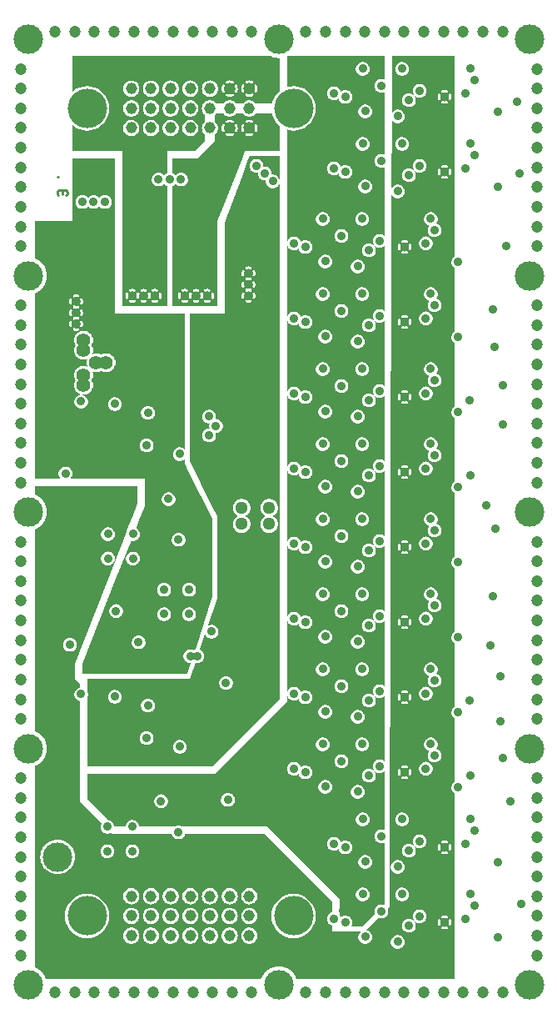
<source format=gbr>
G04 start of page 8 for group 6 idx 6 *
G04 Title: HETPREAMPS, power *
G04 Creator: pcb 1.99z *
G04 CreationDate: Do 09 Apr 2015 07:40:17 GMT UTC *
G04 For: stephan *
G04 Format: Gerber/RS-274X *
G04 PCB-Dimensions (mil): 2952.76 4724.41 *
G04 PCB-Coordinate-Origin: lower left *
%MOIN*%
%FSLAX25Y25*%
%LNPOWER*%
%ADD134C,0.0236*%
%ADD133C,0.0256*%
%ADD132C,0.0240*%
%ADD131C,0.0276*%
%ADD130C,0.0866*%
%ADD129C,0.0157*%
%ADD128C,0.0550*%
%ADD127C,0.0512*%
%ADD126C,0.0354*%
%ADD125C,0.0553*%
%ADD124C,0.1181*%
%ADD123C,0.0472*%
%ADD122C,0.1575*%
%ADD121C,0.0453*%
%ADD120C,0.0098*%
%ADD119C,0.0100*%
%ADD118C,0.0001*%
G54D118*G36*
X138456Y395441D02*X144960D01*
X145092Y394892D01*
X145625Y393604D01*
X146354Y392415D01*
X147259Y391355D01*
X148000Y390722D01*
Y380441D01*
X138456D01*
Y388143D01*
X138506Y388157D01*
X138576Y388189D01*
X138640Y388233D01*
X138697Y388286D01*
X138744Y388347D01*
X138781Y388415D01*
X138899Y388701D01*
X138986Y388997D01*
X139045Y389301D01*
X139074Y389609D01*
Y389918D01*
X139045Y390226D01*
X138986Y390530D01*
X138899Y390827D01*
X138784Y391114D01*
X138747Y391182D01*
X138699Y391244D01*
X138642Y391297D01*
X138577Y391340D01*
X138506Y391373D01*
X138456Y391388D01*
Y395441D01*
G37*
G36*
X135827Y394380D02*X136336Y394420D01*
X136833Y394539D01*
X137305Y394735D01*
X137741Y395002D01*
X138130Y395334D01*
X138221Y395441D01*
X138456D01*
Y391388D01*
X138432Y391395D01*
X138354Y391404D01*
X138277Y391401D01*
X138200Y391386D01*
X138127Y391360D01*
X138059Y391322D01*
X137998Y391274D01*
X137944Y391217D01*
X137901Y391152D01*
X137868Y391082D01*
X137847Y391007D01*
X137837Y390930D01*
X137840Y390852D01*
X137855Y390775D01*
X137883Y390703D01*
X137965Y390504D01*
X138026Y390297D01*
X138067Y390086D01*
X138087Y389871D01*
Y389656D01*
X138067Y389442D01*
X138026Y389230D01*
X137965Y389024D01*
X137885Y388824D01*
X137857Y388752D01*
X137843Y388675D01*
X137840Y388598D01*
X137849Y388521D01*
X137871Y388447D01*
X137903Y388376D01*
X137946Y388312D01*
X137999Y388256D01*
X138060Y388208D01*
X138128Y388170D01*
X138201Y388144D01*
X138277Y388129D01*
X138354Y388126D01*
X138431Y388136D01*
X138456Y388143D01*
Y380441D01*
X135827D01*
Y386516D01*
X135981D01*
X136289Y386545D01*
X136592Y386604D01*
X136889Y386691D01*
X137176Y386806D01*
X137245Y386843D01*
X137306Y386891D01*
X137359Y386948D01*
X137403Y387013D01*
X137435Y387083D01*
X137457Y387158D01*
X137466Y387235D01*
X137463Y387313D01*
X137449Y387390D01*
X137422Y387463D01*
X137384Y387531D01*
X137336Y387592D01*
X137279Y387645D01*
X137215Y387689D01*
X137144Y387722D01*
X137069Y387743D01*
X136992Y387753D01*
X136914Y387750D01*
X136838Y387735D01*
X136765Y387707D01*
X136566Y387624D01*
X136360Y387564D01*
X136148Y387523D01*
X135934Y387503D01*
X135827D01*
Y392025D01*
X135934D01*
X136148Y392005D01*
X136360Y391964D01*
X136566Y391903D01*
X136766Y391823D01*
X136838Y391795D01*
X136914Y391780D01*
X136992Y391778D01*
X137069Y391787D01*
X137143Y391808D01*
X137213Y391841D01*
X137278Y391884D01*
X137334Y391937D01*
X137382Y391998D01*
X137420Y392066D01*
X137446Y392139D01*
X137461Y392215D01*
X137464Y392292D01*
X137454Y392369D01*
X137433Y392443D01*
X137400Y392514D01*
X137357Y392578D01*
X137304Y392635D01*
X137243Y392682D01*
X137175Y392718D01*
X136889Y392837D01*
X136592Y392924D01*
X136289Y392982D01*
X135981Y393012D01*
X135827D01*
Y394380D01*
G37*
G36*
X134000Y380441D02*X133196Y378395D01*
Y388140D01*
X133220Y388133D01*
X133298Y388124D01*
X133375Y388126D01*
X133452Y388141D01*
X133525Y388168D01*
X133593Y388206D01*
X133654Y388254D01*
X133708Y388311D01*
X133751Y388375D01*
X133784Y388446D01*
X133805Y388521D01*
X133815Y388598D01*
X133812Y388676D01*
X133797Y388752D01*
X133769Y388825D01*
X133687Y389024D01*
X133626Y389230D01*
X133585Y389442D01*
X133565Y389656D01*
Y389871D01*
X133585Y390086D01*
X133626Y390297D01*
X133687Y390504D01*
X133767Y390704D01*
X133795Y390776D01*
X133809Y390852D01*
X133812Y390929D01*
X133803Y391006D01*
X133781Y391081D01*
X133749Y391151D01*
X133705Y391215D01*
X133653Y391272D01*
X133592Y391320D01*
X133524Y391357D01*
X133451Y391384D01*
X133375Y391399D01*
X133298Y391401D01*
X133221Y391392D01*
X133196Y391385D01*
Y395441D01*
X133431D01*
X133522Y395334D01*
X133911Y395002D01*
X134347Y394735D01*
X134819Y394539D01*
X135316Y394420D01*
X135826Y394380D01*
X135827Y394380D01*
Y393012D01*
X135671D01*
X135363Y392982D01*
X135060Y392924D01*
X134763Y392837D01*
X134476Y392722D01*
X134407Y392684D01*
X134346Y392636D01*
X134293Y392579D01*
X134249Y392515D01*
X134217Y392444D01*
X134195Y392369D01*
X134186Y392292D01*
X134189Y392214D01*
X134203Y392138D01*
X134230Y392065D01*
X134268Y391997D01*
X134316Y391935D01*
X134373Y391882D01*
X134437Y391839D01*
X134508Y391806D01*
X134583Y391784D01*
X134660Y391775D01*
X134738Y391778D01*
X134814Y391793D01*
X134887Y391821D01*
X135086Y391903D01*
X135292Y391964D01*
X135504Y392005D01*
X135718Y392025D01*
X135827D01*
Y387503D01*
X135718D01*
X135504Y387523D01*
X135292Y387564D01*
X135086Y387624D01*
X134886Y387704D01*
X134814Y387732D01*
X134738Y387747D01*
X134660Y387750D01*
X134583Y387741D01*
X134509Y387719D01*
X134439Y387687D01*
X134374Y387643D01*
X134318Y387590D01*
X134270Y387529D01*
X134232Y387462D01*
X134206Y387389D01*
X134191Y387313D01*
X134188Y387236D01*
X134198Y387159D01*
X134219Y387084D01*
X134252Y387014D01*
X134295Y386950D01*
X134348Y386893D01*
X134409Y386845D01*
X134477Y386809D01*
X134763Y386691D01*
X135060Y386604D01*
X135363Y386545D01*
X135671Y386516D01*
X135827D01*
Y380441D01*
X134000D01*
G37*
G36*
X133196Y378395D02*X130582Y371740D01*
Y388143D01*
X130632Y388157D01*
X130702Y388189D01*
X130766Y388233D01*
X130823Y388286D01*
X130870Y388347D01*
X130907Y388415D01*
X131025Y388701D01*
X131112Y388997D01*
X131171Y389301D01*
X131200Y389609D01*
Y389918D01*
X131171Y390226D01*
X131112Y390530D01*
X131025Y390827D01*
X130910Y391114D01*
X130873Y391182D01*
X130825Y391244D01*
X130768Y391297D01*
X130703Y391340D01*
X130632Y391373D01*
X130582Y391388D01*
Y395441D01*
X133196D01*
Y391385D01*
X133146Y391371D01*
X133076Y391338D01*
X133012Y391295D01*
X132955Y391242D01*
X132907Y391181D01*
X132871Y391113D01*
X132753Y390827D01*
X132666Y390530D01*
X132607Y390226D01*
X132578Y389918D01*
Y389609D01*
X132607Y389301D01*
X132666Y388997D01*
X132753Y388701D01*
X132868Y388413D01*
X132905Y388345D01*
X132953Y388284D01*
X133010Y388231D01*
X133075Y388187D01*
X133145Y388154D01*
X133196Y388140D01*
Y378395D01*
G37*
G36*
X130582Y371740D02*X127953Y365049D01*
Y386516D01*
X128107D01*
X128415Y386545D01*
X128718Y386604D01*
X129015Y386691D01*
X129302Y386806D01*
X129371Y386843D01*
X129432Y386891D01*
X129485Y386948D01*
X129528Y387013D01*
X129561Y387083D01*
X129583Y387158D01*
X129592Y387235D01*
X129589Y387313D01*
X129575Y387390D01*
X129548Y387463D01*
X129510Y387531D01*
X129462Y387592D01*
X129405Y387645D01*
X129341Y387689D01*
X129270Y387722D01*
X129195Y387743D01*
X129118Y387753D01*
X129040Y387750D01*
X128964Y387735D01*
X128891Y387707D01*
X128692Y387624D01*
X128485Y387564D01*
X128274Y387523D01*
X128060Y387503D01*
X127953D01*
Y392025D01*
X128060D01*
X128274Y392005D01*
X128485Y391964D01*
X128692Y391903D01*
X128892Y391823D01*
X128964Y391795D01*
X129040Y391780D01*
X129118Y391778D01*
X129195Y391787D01*
X129269Y391808D01*
X129339Y391841D01*
X129404Y391884D01*
X129460Y391937D01*
X129508Y391998D01*
X129546Y392066D01*
X129572Y392139D01*
X129587Y392215D01*
X129590Y392292D01*
X129580Y392369D01*
X129559Y392443D01*
X129526Y392514D01*
X129483Y392578D01*
X129430Y392635D01*
X129369Y392682D01*
X129301Y392718D01*
X129015Y392837D01*
X128718Y392924D01*
X128415Y392982D01*
X128107Y393012D01*
X127953D01*
Y394380D01*
X128462Y394420D01*
X128959Y394539D01*
X129431Y394735D01*
X129867Y395002D01*
X130256Y395334D01*
X130347Y395441D01*
X130582D01*
Y391388D01*
X130558Y391395D01*
X130480Y391404D01*
X130403Y391401D01*
X130326Y391386D01*
X130253Y391360D01*
X130185Y391322D01*
X130124Y391274D01*
X130070Y391217D01*
X130027Y391152D01*
X129994Y391082D01*
X129973Y391007D01*
X129963Y390930D01*
X129966Y390852D01*
X129981Y390775D01*
X130009Y390703D01*
X130091Y390504D01*
X130152Y390297D01*
X130193Y390086D01*
X130213Y389871D01*
Y389656D01*
X130193Y389442D01*
X130152Y389230D01*
X130091Y389024D01*
X130011Y388824D01*
X129983Y388752D01*
X129969Y388675D01*
X129966Y388598D01*
X129975Y388521D01*
X129997Y388447D01*
X130029Y388376D01*
X130072Y388312D01*
X130125Y388256D01*
X130186Y388208D01*
X130254Y388170D01*
X130327Y388144D01*
X130403Y388129D01*
X130480Y388126D01*
X130557Y388136D01*
X130582Y388143D01*
Y371740D01*
G37*
G36*
X127953Y365049D02*X125322Y358352D01*
Y388140D01*
X125346Y388133D01*
X125424Y388124D01*
X125501Y388126D01*
X125578Y388141D01*
X125651Y388168D01*
X125719Y388206D01*
X125780Y388254D01*
X125833Y388311D01*
X125877Y388375D01*
X125910Y388446D01*
X125931Y388521D01*
X125941Y388598D01*
X125938Y388676D01*
X125923Y388752D01*
X125895Y388825D01*
X125813Y389024D01*
X125752Y389230D01*
X125711Y389442D01*
X125691Y389656D01*
Y389871D01*
X125711Y390086D01*
X125752Y390297D01*
X125813Y390504D01*
X125893Y390704D01*
X125921Y390776D01*
X125935Y390852D01*
X125938Y390929D01*
X125929Y391006D01*
X125907Y391081D01*
X125875Y391151D01*
X125831Y391215D01*
X125779Y391272D01*
X125718Y391320D01*
X125650Y391357D01*
X125577Y391384D01*
X125501Y391399D01*
X125424Y391401D01*
X125347Y391392D01*
X125322Y391385D01*
Y395441D01*
X125557D01*
X125648Y395334D01*
X126037Y395002D01*
X126473Y394735D01*
X126945Y394539D01*
X127442Y394420D01*
X127952Y394380D01*
X127953Y394380D01*
Y393012D01*
X127797D01*
X127489Y392982D01*
X127186Y392924D01*
X126889Y392837D01*
X126602Y392722D01*
X126533Y392684D01*
X126472Y392636D01*
X126419Y392579D01*
X126375Y392515D01*
X126343Y392444D01*
X126321Y392369D01*
X126312Y392292D01*
X126314Y392214D01*
X126329Y392138D01*
X126356Y392065D01*
X126394Y391997D01*
X126442Y391935D01*
X126499Y391882D01*
X126563Y391839D01*
X126634Y391806D01*
X126709Y391784D01*
X126786Y391775D01*
X126864Y391778D01*
X126940Y391793D01*
X127013Y391821D01*
X127212Y391903D01*
X127418Y391964D01*
X127630Y392005D01*
X127844Y392025D01*
X127953D01*
Y387503D01*
X127844D01*
X127630Y387523D01*
X127418Y387564D01*
X127212Y387624D01*
X127012Y387704D01*
X126940Y387732D01*
X126864Y387747D01*
X126786Y387750D01*
X126709Y387741D01*
X126635Y387719D01*
X126565Y387687D01*
X126500Y387643D01*
X126444Y387590D01*
X126396Y387529D01*
X126358Y387462D01*
X126332Y387389D01*
X126317Y387313D01*
X126314Y387236D01*
X126324Y387159D01*
X126345Y387084D01*
X126378Y387014D01*
X126421Y386950D01*
X126474Y386893D01*
X126535Y386845D01*
X126603Y386809D01*
X126889Y386691D01*
X127186Y386604D01*
X127489Y386545D01*
X127797Y386516D01*
X127953D01*
Y365049D01*
G37*
G36*
X125322Y358352D02*X123000Y352441D01*
Y318441D01*
X121195D01*
Y321425D01*
X121261Y321439D01*
X121334Y321466D01*
X121401Y321504D01*
X121462Y321552D01*
X121515Y321609D01*
X121557Y321673D01*
X121588Y321744D01*
X121664Y321974D01*
X121716Y322210D01*
X121748Y322449D01*
X121759Y322691D01*
X121748Y322932D01*
X121716Y323172D01*
X121664Y323408D01*
X121591Y323638D01*
X121559Y323709D01*
X121516Y323774D01*
X121463Y323831D01*
X121402Y323880D01*
X121335Y323918D01*
X121262Y323945D01*
X121195Y323958D01*
Y383636D01*
X122000Y384441D01*
Y387134D01*
X122382Y387460D01*
X122714Y387849D01*
X122981Y388285D01*
X123177Y388757D01*
X123296Y389254D01*
X123326Y389764D01*
X123296Y390273D01*
X123177Y390771D01*
X122981Y391243D01*
X122714Y391679D01*
X122382Y392068D01*
X122000Y392394D01*
Y395008D01*
X122382Y395334D01*
X122473Y395441D01*
X125322D01*
Y391385D01*
X125272Y391371D01*
X125202Y391338D01*
X125138Y391295D01*
X125081Y391242D01*
X125033Y391181D01*
X124997Y391113D01*
X124879Y390827D01*
X124792Y390530D01*
X124733Y390226D01*
X124704Y389918D01*
Y389609D01*
X124733Y389301D01*
X124792Y388997D01*
X124879Y388701D01*
X124994Y388413D01*
X125031Y388345D01*
X125079Y388284D01*
X125136Y388231D01*
X125201Y388187D01*
X125271Y388154D01*
X125322Y388140D01*
Y358352D01*
G37*
G36*
X121195Y318441D02*X119001D01*
Y319932D01*
X119241Y319943D01*
X119481Y319975D01*
X119717Y320027D01*
X119947Y320100D01*
X120018Y320132D01*
X120083Y320175D01*
X120140Y320228D01*
X120189Y320289D01*
X120227Y320356D01*
X120254Y320429D01*
X120269Y320505D01*
X120273Y320583D01*
X120264Y320660D01*
X120243Y320735D01*
X120210Y320806D01*
X120167Y320870D01*
X120115Y320928D01*
X120054Y320976D01*
X119986Y321014D01*
X119913Y321041D01*
X119837Y321057D01*
X119759Y321060D01*
X119682Y321051D01*
X119608Y321029D01*
X119461Y320980D01*
X119309Y320946D01*
X119155Y320926D01*
X119001Y320919D01*
Y324463D01*
X119155Y324456D01*
X119309Y324435D01*
X119461Y324402D01*
X119609Y324355D01*
X119683Y324333D01*
X119760Y324324D01*
X119837Y324327D01*
X119913Y324342D01*
X119985Y324369D01*
X120053Y324407D01*
X120114Y324455D01*
X120166Y324512D01*
X120209Y324577D01*
X120241Y324647D01*
X120262Y324722D01*
X120271Y324799D01*
X120268Y324876D01*
X120252Y324952D01*
X120225Y325025D01*
X120187Y325092D01*
X120139Y325153D01*
X120082Y325206D01*
X120018Y325248D01*
X119947Y325279D01*
X119717Y325355D01*
X119481Y325407D01*
X119241Y325439D01*
X119001Y325449D01*
Y381442D01*
X121195Y383636D01*
Y323958D01*
X121186Y323960D01*
X121108Y323964D01*
X121031Y323955D01*
X120956Y323934D01*
X120885Y323901D01*
X120820Y323858D01*
X120763Y323806D01*
X120715Y323745D01*
X120677Y323677D01*
X120650Y323604D01*
X120634Y323528D01*
X120631Y323450D01*
X120640Y323373D01*
X120662Y323299D01*
X120711Y323151D01*
X120744Y323000D01*
X120765Y322846D01*
X120772Y322691D01*
X120765Y322536D01*
X120744Y322382D01*
X120711Y322230D01*
X120664Y322082D01*
X120642Y322008D01*
X120633Y321931D01*
X120636Y321854D01*
X120651Y321778D01*
X120678Y321705D01*
X120716Y321638D01*
X120765Y321577D01*
X120822Y321525D01*
X120886Y321482D01*
X120956Y321450D01*
X121031Y321429D01*
X121108Y321420D01*
X121185Y321423D01*
X121195Y321425D01*
Y318441D01*
G37*
G36*
X119001D02*X116750D01*
Y321435D01*
X116814Y321422D01*
X116892Y321418D01*
X116969Y321427D01*
X117044Y321448D01*
X117115Y321481D01*
X117180Y321524D01*
X117237Y321576D01*
X117285Y321637D01*
X117323Y321705D01*
X117350Y321778D01*
X117366Y321854D01*
X117369Y321931D01*
X117360Y322009D01*
X117338Y322083D01*
X117289Y322230D01*
X117256Y322382D01*
X117247Y322444D01*
X117248Y322449D01*
X117259Y322691D01*
X117248Y322932D01*
X117247Y322938D01*
X117256Y323000D01*
X117289Y323151D01*
X117336Y323299D01*
X117358Y323374D01*
X117367Y323451D01*
X117364Y323528D01*
X117349Y323604D01*
X117322Y323676D01*
X117284Y323744D01*
X117235Y323805D01*
X117178Y323857D01*
X117114Y323900D01*
X117043Y323932D01*
X116969Y323953D01*
X116892Y323962D01*
X116815Y323959D01*
X116754Y323946D01*
X116750Y323947D01*
Y379191D01*
X119001Y381442D01*
Y325449D01*
X119000Y325450D01*
X118759Y325439D01*
X118519Y325407D01*
X118283Y325355D01*
X118053Y325282D01*
X117982Y325250D01*
X117917Y325207D01*
X117860Y325154D01*
X117811Y325093D01*
X117773Y325026D01*
X117746Y324953D01*
X117731Y324877D01*
X117727Y324799D01*
X117736Y324722D01*
X117757Y324647D01*
X117790Y324576D01*
X117833Y324511D01*
X117885Y324454D01*
X117946Y324406D01*
X118014Y324368D01*
X118087Y324341D01*
X118163Y324325D01*
X118240Y324322D01*
X118318Y324331D01*
X118392Y324353D01*
X118539Y324402D01*
X118691Y324435D01*
X118845Y324456D01*
X119000Y324463D01*
X119001Y324463D01*
Y320919D01*
X119000Y320919D01*
X118845Y320926D01*
X118691Y320946D01*
X118539Y320980D01*
X118391Y321027D01*
X118317Y321049D01*
X118240Y321058D01*
X118163Y321055D01*
X118087Y321040D01*
X118015Y321013D01*
X117947Y320975D01*
X117886Y320926D01*
X117834Y320869D01*
X117791Y320805D01*
X117759Y320734D01*
X117738Y320660D01*
X117729Y320583D01*
X117732Y320505D01*
X117748Y320430D01*
X117775Y320357D01*
X117813Y320289D01*
X117861Y320229D01*
X117918Y320176D01*
X117982Y320134D01*
X118053Y320103D01*
X118283Y320027D01*
X118519Y319975D01*
X118759Y319943D01*
X119000Y319932D01*
X119001Y319932D01*
Y318441D01*
G37*
G36*
X116750D02*X114501D01*
Y319932D01*
X114741Y319943D01*
X114981Y319975D01*
X115217Y320027D01*
X115447Y320100D01*
X115518Y320132D01*
X115583Y320175D01*
X115640Y320228D01*
X115689Y320289D01*
X115727Y320356D01*
X115754Y320429D01*
X115769Y320505D01*
X115773Y320583D01*
X115764Y320660D01*
X115743Y320735D01*
X115710Y320806D01*
X115667Y320870D01*
X115615Y320928D01*
X115554Y320976D01*
X115486Y321014D01*
X115413Y321041D01*
X115337Y321057D01*
X115259Y321060D01*
X115182Y321051D01*
X115108Y321029D01*
X114961Y320980D01*
X114809Y320946D01*
X114655Y320926D01*
X114501Y320919D01*
Y324463D01*
X114655Y324456D01*
X114809Y324435D01*
X114961Y324402D01*
X115109Y324355D01*
X115183Y324333D01*
X115260Y324324D01*
X115337Y324327D01*
X115413Y324342D01*
X115485Y324369D01*
X115553Y324407D01*
X115614Y324455D01*
X115666Y324512D01*
X115709Y324577D01*
X115741Y324647D01*
X115762Y324722D01*
X115771Y324799D01*
X115768Y324876D01*
X115752Y324952D01*
X115725Y325025D01*
X115687Y325092D01*
X115639Y325153D01*
X115582Y325206D01*
X115518Y325248D01*
X115447Y325279D01*
X115217Y325355D01*
X114981Y325407D01*
X114741Y325439D01*
X114501Y325449D01*
Y377441D01*
X115000D01*
X116750Y379191D01*
Y323947D01*
X116686Y323960D01*
X116608Y323964D01*
X116531Y323955D01*
X116456Y323934D01*
X116385Y323901D01*
X116320Y323858D01*
X116263Y323806D01*
X116215Y323745D01*
X116177Y323677D01*
X116150Y323604D01*
X116134Y323528D01*
X116131Y323450D01*
X116140Y323373D01*
X116162Y323299D01*
X116211Y323151D01*
X116244Y323000D01*
X116253Y322938D01*
X116252Y322932D01*
X116241Y322691D01*
X116252Y322449D01*
X116253Y322444D01*
X116244Y322382D01*
X116211Y322230D01*
X116164Y322082D01*
X116142Y322008D01*
X116133Y321931D01*
X116136Y321854D01*
X116151Y321778D01*
X116178Y321705D01*
X116216Y321638D01*
X116265Y321577D01*
X116322Y321525D01*
X116386Y321482D01*
X116456Y321450D01*
X116531Y321429D01*
X116608Y321420D01*
X116685Y321423D01*
X116746Y321435D01*
X116750Y321435D01*
Y318441D01*
G37*
G36*
X114501D02*X112250D01*
Y321435D01*
X112314Y321422D01*
X112392Y321418D01*
X112469Y321427D01*
X112544Y321448D01*
X112615Y321481D01*
X112680Y321524D01*
X112737Y321576D01*
X112785Y321637D01*
X112823Y321705D01*
X112850Y321778D01*
X112866Y321854D01*
X112869Y321931D01*
X112860Y322009D01*
X112838Y322083D01*
X112789Y322230D01*
X112756Y322382D01*
X112747Y322444D01*
X112748Y322449D01*
X112759Y322691D01*
X112748Y322932D01*
X112747Y322938D01*
X112756Y323000D01*
X112789Y323151D01*
X112836Y323299D01*
X112858Y323374D01*
X112867Y323451D01*
X112864Y323528D01*
X112849Y323604D01*
X112822Y323676D01*
X112784Y323744D01*
X112735Y323805D01*
X112678Y323857D01*
X112614Y323900D01*
X112543Y323932D01*
X112469Y323953D01*
X112392Y323962D01*
X112315Y323959D01*
X112254Y323946D01*
X112250Y323947D01*
Y377441D01*
X114501D01*
Y325449D01*
X114500Y325450D01*
X114259Y325439D01*
X114019Y325407D01*
X113783Y325355D01*
X113553Y325282D01*
X113482Y325250D01*
X113417Y325207D01*
X113360Y325154D01*
X113311Y325093D01*
X113273Y325026D01*
X113246Y324953D01*
X113231Y324877D01*
X113227Y324799D01*
X113236Y324722D01*
X113257Y324647D01*
X113290Y324576D01*
X113333Y324511D01*
X113385Y324454D01*
X113446Y324406D01*
X113514Y324368D01*
X113587Y324341D01*
X113663Y324325D01*
X113740Y324322D01*
X113818Y324331D01*
X113892Y324353D01*
X114039Y324402D01*
X114191Y324435D01*
X114345Y324456D01*
X114500Y324463D01*
X114501Y324463D01*
Y320919D01*
X114500Y320919D01*
X114345Y320926D01*
X114191Y320946D01*
X114039Y320980D01*
X113891Y321027D01*
X113817Y321049D01*
X113740Y321058D01*
X113663Y321055D01*
X113587Y321040D01*
X113515Y321013D01*
X113447Y320975D01*
X113386Y320926D01*
X113334Y320869D01*
X113291Y320805D01*
X113259Y320734D01*
X113238Y320660D01*
X113229Y320583D01*
X113232Y320505D01*
X113248Y320430D01*
X113275Y320357D01*
X113313Y320289D01*
X113361Y320229D01*
X113418Y320176D01*
X113482Y320134D01*
X113553Y320103D01*
X113783Y320027D01*
X114019Y319975D01*
X114259Y319943D01*
X114500Y319932D01*
X114501Y319932D01*
Y318441D01*
G37*
G36*
X112250D02*X110001D01*
Y319932D01*
X110241Y319943D01*
X110481Y319975D01*
X110717Y320027D01*
X110947Y320100D01*
X111018Y320132D01*
X111083Y320175D01*
X111140Y320228D01*
X111189Y320289D01*
X111227Y320356D01*
X111254Y320429D01*
X111269Y320505D01*
X111273Y320583D01*
X111264Y320660D01*
X111243Y320735D01*
X111210Y320806D01*
X111167Y320870D01*
X111115Y320928D01*
X111054Y320976D01*
X110986Y321014D01*
X110913Y321041D01*
X110837Y321057D01*
X110759Y321060D01*
X110682Y321051D01*
X110608Y321029D01*
X110461Y320980D01*
X110309Y320946D01*
X110155Y320926D01*
X110001Y320919D01*
Y324463D01*
X110155Y324456D01*
X110309Y324435D01*
X110461Y324402D01*
X110609Y324355D01*
X110683Y324333D01*
X110760Y324324D01*
X110837Y324327D01*
X110913Y324342D01*
X110985Y324369D01*
X111053Y324407D01*
X111114Y324455D01*
X111166Y324512D01*
X111209Y324577D01*
X111241Y324647D01*
X111262Y324722D01*
X111271Y324799D01*
X111268Y324876D01*
X111252Y324952D01*
X111225Y325025D01*
X111187Y325092D01*
X111139Y325153D01*
X111082Y325206D01*
X111018Y325248D01*
X110947Y325279D01*
X110717Y325355D01*
X110481Y325407D01*
X110241Y325439D01*
X110001Y325449D01*
Y366878D01*
X110125Y366954D01*
X110455Y367236D01*
X110736Y367566D01*
X110963Y367936D01*
X111129Y368337D01*
X111230Y368758D01*
X111256Y369191D01*
X111230Y369623D01*
X111129Y370045D01*
X110963Y370446D01*
X110736Y370816D01*
X110455Y371146D01*
X110125Y371427D01*
X110001Y371503D01*
Y377441D01*
X112250D01*
Y323947D01*
X112186Y323960D01*
X112108Y323964D01*
X112031Y323955D01*
X111956Y323934D01*
X111885Y323901D01*
X111820Y323858D01*
X111763Y323806D01*
X111715Y323745D01*
X111677Y323677D01*
X111650Y323604D01*
X111634Y323528D01*
X111631Y323450D01*
X111640Y323373D01*
X111662Y323299D01*
X111711Y323151D01*
X111744Y323000D01*
X111753Y322938D01*
X111752Y322932D01*
X111741Y322691D01*
X111752Y322449D01*
X111753Y322444D01*
X111744Y322382D01*
X111711Y322230D01*
X111664Y322082D01*
X111642Y322008D01*
X111633Y321931D01*
X111636Y321854D01*
X111651Y321778D01*
X111678Y321705D01*
X111716Y321638D01*
X111765Y321577D01*
X111822Y321525D01*
X111886Y321482D01*
X111956Y321450D01*
X112031Y321429D01*
X112108Y321420D01*
X112185Y321423D01*
X112246Y321435D01*
X112250Y321435D01*
Y318441D01*
G37*
G36*
X110001Y371503D02*X109755Y371654D01*
X109354Y371820D01*
X108932Y371921D01*
X108500Y371955D01*
X108068Y371921D01*
X107646Y371820D01*
X107245Y371654D01*
X106875Y371427D01*
X106545Y371146D01*
X106264Y370816D01*
X106250Y370794D01*
X106236Y370816D01*
X105955Y371146D01*
X105625Y371427D01*
X105255Y371654D01*
X105000Y371760D01*
Y377441D01*
X110001D01*
Y371503D01*
G37*
G36*
Y318441D02*X107805D01*
Y321423D01*
X107814Y321422D01*
X107892Y321418D01*
X107969Y321427D01*
X108044Y321448D01*
X108115Y321481D01*
X108180Y321524D01*
X108237Y321576D01*
X108285Y321637D01*
X108323Y321705D01*
X108350Y321778D01*
X108366Y321854D01*
X108369Y321931D01*
X108360Y322009D01*
X108338Y322083D01*
X108289Y322230D01*
X108256Y322382D01*
X108235Y322536D01*
X108228Y322691D01*
X108235Y322846D01*
X108256Y323000D01*
X108289Y323151D01*
X108336Y323299D01*
X108358Y323374D01*
X108367Y323451D01*
X108364Y323528D01*
X108349Y323604D01*
X108322Y323676D01*
X108284Y323744D01*
X108235Y323805D01*
X108178Y323857D01*
X108114Y323900D01*
X108043Y323932D01*
X107969Y323953D01*
X107892Y323962D01*
X107815Y323959D01*
X107805Y323957D01*
Y366524D01*
X108068Y366461D01*
X108500Y366427D01*
X108932Y366461D01*
X109354Y366562D01*
X109755Y366728D01*
X110001Y366878D01*
Y325449D01*
X110000Y325450D01*
X109759Y325439D01*
X109519Y325407D01*
X109283Y325355D01*
X109053Y325282D01*
X108982Y325250D01*
X108917Y325207D01*
X108860Y325154D01*
X108811Y325093D01*
X108773Y325026D01*
X108746Y324953D01*
X108731Y324877D01*
X108727Y324799D01*
X108736Y324722D01*
X108757Y324647D01*
X108790Y324576D01*
X108833Y324511D01*
X108885Y324454D01*
X108946Y324406D01*
X109014Y324368D01*
X109087Y324341D01*
X109163Y324325D01*
X109240Y324322D01*
X109318Y324331D01*
X109392Y324353D01*
X109539Y324402D01*
X109691Y324435D01*
X109845Y324456D01*
X110000Y324463D01*
X110001Y324463D01*
Y320919D01*
X110000Y320919D01*
X109845Y320926D01*
X109691Y320946D01*
X109539Y320980D01*
X109391Y321027D01*
X109317Y321049D01*
X109240Y321058D01*
X109163Y321055D01*
X109087Y321040D01*
X109015Y321013D01*
X108947Y320975D01*
X108886Y320926D01*
X108834Y320869D01*
X108791Y320805D01*
X108759Y320734D01*
X108738Y320660D01*
X108729Y320583D01*
X108732Y320505D01*
X108748Y320430D01*
X108775Y320357D01*
X108813Y320289D01*
X108861Y320229D01*
X108918Y320176D01*
X108982Y320134D01*
X109053Y320103D01*
X109283Y320027D01*
X109519Y319975D01*
X109759Y319943D01*
X110000Y319932D01*
X110001Y319932D01*
Y318441D01*
G37*
G36*
X107805D02*X105000D01*
Y366622D01*
X105255Y366728D01*
X105625Y366954D01*
X105955Y367236D01*
X106236Y367566D01*
X106250Y367588D01*
X106264Y367566D01*
X106545Y367236D01*
X106875Y366954D01*
X107245Y366728D01*
X107646Y366562D01*
X107805Y366524D01*
Y323957D01*
X107739Y323943D01*
X107666Y323916D01*
X107599Y323878D01*
X107538Y323830D01*
X107485Y323773D01*
X107443Y323708D01*
X107412Y323638D01*
X107336Y323408D01*
X107284Y323172D01*
X107252Y322932D01*
X107241Y322691D01*
X107252Y322449D01*
X107284Y322210D01*
X107336Y321974D01*
X107409Y321743D01*
X107441Y321673D01*
X107484Y321608D01*
X107537Y321551D01*
X107598Y321502D01*
X107665Y321464D01*
X107738Y321437D01*
X107805Y321423D01*
Y318441D01*
G37*
G36*
X100195Y366524D02*X100354Y366562D01*
X100755Y366728D01*
X101125Y366954D01*
X101455Y367236D01*
X101736Y367566D01*
X101750Y367588D01*
X101764Y367566D01*
X102045Y367236D01*
X102375Y366954D01*
X102745Y366728D01*
X103000Y366622D01*
Y318441D01*
X100195D01*
Y321425D01*
X100261Y321439D01*
X100334Y321466D01*
X100401Y321504D01*
X100462Y321552D01*
X100515Y321609D01*
X100557Y321673D01*
X100588Y321744D01*
X100664Y321974D01*
X100716Y322210D01*
X100748Y322449D01*
X100759Y322691D01*
X100748Y322932D01*
X100716Y323172D01*
X100664Y323408D01*
X100591Y323638D01*
X100559Y323709D01*
X100516Y323774D01*
X100463Y323831D01*
X100402Y323880D01*
X100335Y323918D01*
X100262Y323945D01*
X100195Y323958D01*
Y366524D01*
G37*
G36*
X98001Y366877D02*X98245Y366728D01*
X98646Y366562D01*
X99068Y366461D01*
X99500Y366427D01*
X99932Y366461D01*
X100195Y366524D01*
Y323958D01*
X100186Y323960D01*
X100108Y323964D01*
X100031Y323955D01*
X99956Y323934D01*
X99885Y323901D01*
X99820Y323858D01*
X99763Y323806D01*
X99715Y323745D01*
X99677Y323677D01*
X99650Y323604D01*
X99634Y323528D01*
X99631Y323450D01*
X99640Y323373D01*
X99662Y323299D01*
X99711Y323151D01*
X99744Y323000D01*
X99765Y322846D01*
X99772Y322691D01*
X99765Y322536D01*
X99744Y322382D01*
X99711Y322230D01*
X99664Y322082D01*
X99642Y322008D01*
X99633Y321931D01*
X99636Y321854D01*
X99651Y321778D01*
X99678Y321705D01*
X99716Y321638D01*
X99765Y321577D01*
X99822Y321525D01*
X99886Y321482D01*
X99956Y321450D01*
X100031Y321429D01*
X100108Y321420D01*
X100185Y321423D01*
X100195Y321425D01*
Y318441D01*
X98001D01*
Y319932D01*
X98241Y319943D01*
X98481Y319975D01*
X98717Y320027D01*
X98947Y320100D01*
X99018Y320132D01*
X99083Y320175D01*
X99140Y320228D01*
X99189Y320289D01*
X99227Y320356D01*
X99254Y320429D01*
X99269Y320505D01*
X99273Y320583D01*
X99264Y320660D01*
X99243Y320735D01*
X99210Y320806D01*
X99167Y320870D01*
X99115Y320928D01*
X99054Y320976D01*
X98986Y321014D01*
X98913Y321041D01*
X98837Y321057D01*
X98759Y321060D01*
X98682Y321051D01*
X98608Y321029D01*
X98461Y320980D01*
X98309Y320946D01*
X98155Y320926D01*
X98001Y320919D01*
Y324463D01*
X98155Y324456D01*
X98309Y324435D01*
X98461Y324402D01*
X98609Y324355D01*
X98683Y324333D01*
X98760Y324324D01*
X98837Y324327D01*
X98913Y324342D01*
X98985Y324369D01*
X99053Y324407D01*
X99114Y324455D01*
X99166Y324512D01*
X99209Y324577D01*
X99241Y324647D01*
X99262Y324722D01*
X99271Y324799D01*
X99268Y324876D01*
X99252Y324952D01*
X99225Y325025D01*
X99187Y325092D01*
X99139Y325153D01*
X99082Y325206D01*
X99018Y325248D01*
X98947Y325279D01*
X98717Y325355D01*
X98481Y325407D01*
X98241Y325439D01*
X98001Y325449D01*
Y366877D01*
G37*
G36*
X148000Y417722D02*Y404553D01*
X147259Y403921D01*
X146354Y402861D01*
X145625Y401672D01*
X145092Y400384D01*
X144866Y399441D01*
X138530D01*
X138462Y399553D01*
X138456Y399560D01*
Y403891D01*
X138506Y403905D01*
X138576Y403938D01*
X138640Y403981D01*
X138697Y404034D01*
X138744Y404095D01*
X138781Y404163D01*
X138899Y404449D01*
X138986Y404745D01*
X139045Y405049D01*
X139074Y405357D01*
Y405666D01*
X139045Y405974D01*
X138986Y406278D01*
X138899Y406575D01*
X138784Y406862D01*
X138747Y406930D01*
X138699Y406992D01*
X138642Y407045D01*
X138577Y407088D01*
X138506Y407121D01*
X138456Y407136D01*
Y418441D01*
X144401D01*
X145319Y418061D01*
X146464Y417786D01*
X147638Y417693D01*
X148000Y417722D01*
G37*
G36*
X138456Y399560D02*X138130Y399942D01*
X137741Y400274D01*
X137305Y400541D01*
X136833Y400736D01*
X136336Y400856D01*
X135827Y400896D01*
Y402264D01*
X135981D01*
X136289Y402293D01*
X136592Y402352D01*
X136889Y402439D01*
X137176Y402554D01*
X137245Y402591D01*
X137306Y402639D01*
X137359Y402696D01*
X137403Y402761D01*
X137435Y402831D01*
X137457Y402906D01*
X137466Y402983D01*
X137463Y403061D01*
X137449Y403138D01*
X137422Y403211D01*
X137384Y403279D01*
X137336Y403340D01*
X137279Y403393D01*
X137215Y403437D01*
X137144Y403470D01*
X137069Y403491D01*
X136992Y403501D01*
X136914Y403498D01*
X136838Y403483D01*
X136765Y403455D01*
X136566Y403372D01*
X136360Y403312D01*
X136148Y403271D01*
X135934Y403251D01*
X135827D01*
Y407773D01*
X135934D01*
X136148Y407753D01*
X136360Y407712D01*
X136566Y407651D01*
X136766Y407571D01*
X136838Y407543D01*
X136914Y407528D01*
X136992Y407526D01*
X137069Y407535D01*
X137143Y407556D01*
X137213Y407589D01*
X137278Y407632D01*
X137334Y407685D01*
X137382Y407746D01*
X137420Y407814D01*
X137446Y407887D01*
X137461Y407963D01*
X137464Y408040D01*
X137454Y408117D01*
X137433Y408191D01*
X137400Y408262D01*
X137357Y408326D01*
X137304Y408383D01*
X137243Y408430D01*
X137175Y408467D01*
X136889Y408585D01*
X136592Y408672D01*
X136289Y408730D01*
X135981Y408760D01*
X135827D01*
Y418441D01*
X138456D01*
Y407136D01*
X138432Y407143D01*
X138354Y407152D01*
X138277Y407149D01*
X138200Y407134D01*
X138127Y407108D01*
X138059Y407070D01*
X137998Y407022D01*
X137944Y406965D01*
X137901Y406900D01*
X137868Y406830D01*
X137847Y406755D01*
X137837Y406678D01*
X137840Y406600D01*
X137855Y406523D01*
X137883Y406451D01*
X137965Y406252D01*
X138026Y406045D01*
X138067Y405834D01*
X138087Y405619D01*
Y405404D01*
X138067Y405190D01*
X138026Y404978D01*
X137965Y404772D01*
X137885Y404572D01*
X137857Y404500D01*
X137843Y404424D01*
X137840Y404346D01*
X137849Y404269D01*
X137871Y404195D01*
X137903Y404125D01*
X137946Y404060D01*
X137999Y404004D01*
X138060Y403956D01*
X138128Y403918D01*
X138201Y403892D01*
X138277Y403877D01*
X138354Y403874D01*
X138431Y403884D01*
X138456Y403891D01*
Y399560D01*
G37*
G36*
X135827Y400896D02*X135826Y400896D01*
X135316Y400856D01*
X134819Y400736D01*
X134347Y400541D01*
X133911Y400274D01*
X133522Y399942D01*
X133196Y399560D01*
Y403888D01*
X133220Y403881D01*
X133298Y403872D01*
X133375Y403874D01*
X133452Y403889D01*
X133525Y403916D01*
X133593Y403954D01*
X133654Y404002D01*
X133708Y404059D01*
X133751Y404123D01*
X133784Y404194D01*
X133805Y404269D01*
X133815Y404346D01*
X133812Y404424D01*
X133797Y404500D01*
X133769Y404573D01*
X133687Y404772D01*
X133626Y404978D01*
X133585Y405190D01*
X133565Y405404D01*
Y405619D01*
X133585Y405834D01*
X133626Y406045D01*
X133687Y406252D01*
X133767Y406452D01*
X133795Y406524D01*
X133809Y406600D01*
X133812Y406678D01*
X133803Y406754D01*
X133781Y406829D01*
X133749Y406899D01*
X133705Y406963D01*
X133653Y407020D01*
X133592Y407068D01*
X133524Y407105D01*
X133451Y407132D01*
X133375Y407147D01*
X133298Y407149D01*
X133221Y407140D01*
X133196Y407133D01*
Y418441D01*
X135827D01*
Y408760D01*
X135671D01*
X135363Y408730D01*
X135060Y408672D01*
X134763Y408585D01*
X134476Y408470D01*
X134407Y408432D01*
X134346Y408384D01*
X134293Y408327D01*
X134249Y408263D01*
X134217Y408192D01*
X134195Y408117D01*
X134186Y408040D01*
X134189Y407962D01*
X134203Y407886D01*
X134230Y407813D01*
X134268Y407745D01*
X134316Y407683D01*
X134373Y407630D01*
X134437Y407587D01*
X134508Y407554D01*
X134583Y407533D01*
X134660Y407523D01*
X134738Y407526D01*
X134814Y407541D01*
X134887Y407569D01*
X135086Y407651D01*
X135292Y407712D01*
X135504Y407753D01*
X135718Y407773D01*
X135827D01*
Y403251D01*
X135718D01*
X135504Y403271D01*
X135292Y403312D01*
X135086Y403372D01*
X134886Y403452D01*
X134814Y403480D01*
X134738Y403495D01*
X134660Y403498D01*
X134583Y403489D01*
X134509Y403467D01*
X134439Y403435D01*
X134374Y403391D01*
X134318Y403339D01*
X134270Y403278D01*
X134232Y403210D01*
X134206Y403137D01*
X134191Y403061D01*
X134188Y402984D01*
X134198Y402907D01*
X134219Y402832D01*
X134252Y402762D01*
X134295Y402698D01*
X134348Y402641D01*
X134409Y402593D01*
X134477Y402557D01*
X134763Y402439D01*
X135060Y402352D01*
X135363Y402293D01*
X135671Y402264D01*
X135827D01*
Y400896D01*
G37*
G36*
X133196Y399560D02*X133190Y399553D01*
X133122Y399441D01*
X130656D01*
X130588Y399553D01*
X130582Y399560D01*
Y403891D01*
X130632Y403905D01*
X130702Y403938D01*
X130766Y403981D01*
X130823Y404034D01*
X130870Y404095D01*
X130907Y404163D01*
X131025Y404449D01*
X131112Y404745D01*
X131171Y405049D01*
X131200Y405357D01*
Y405666D01*
X131171Y405974D01*
X131112Y406278D01*
X131025Y406575D01*
X130910Y406862D01*
X130873Y406930D01*
X130825Y406992D01*
X130768Y407045D01*
X130703Y407088D01*
X130632Y407121D01*
X130582Y407136D01*
Y418441D01*
X133196D01*
Y407133D01*
X133146Y407119D01*
X133076Y407086D01*
X133012Y407043D01*
X132955Y406990D01*
X132907Y406929D01*
X132871Y406861D01*
X132753Y406575D01*
X132666Y406278D01*
X132607Y405974D01*
X132578Y405666D01*
Y405357D01*
X132607Y405049D01*
X132666Y404745D01*
X132753Y404449D01*
X132868Y404161D01*
X132905Y404093D01*
X132953Y404032D01*
X133010Y403979D01*
X133075Y403935D01*
X133145Y403902D01*
X133196Y403888D01*
Y399560D01*
G37*
G36*
X130582D02*X130256Y399942D01*
X129867Y400274D01*
X129431Y400541D01*
X128959Y400736D01*
X128462Y400856D01*
X127953Y400896D01*
Y402264D01*
X128107D01*
X128415Y402293D01*
X128718Y402352D01*
X129015Y402439D01*
X129302Y402554D01*
X129371Y402591D01*
X129432Y402639D01*
X129485Y402696D01*
X129528Y402761D01*
X129561Y402831D01*
X129583Y402906D01*
X129592Y402983D01*
X129589Y403061D01*
X129575Y403138D01*
X129548Y403211D01*
X129510Y403279D01*
X129462Y403340D01*
X129405Y403393D01*
X129341Y403437D01*
X129270Y403470D01*
X129195Y403491D01*
X129118Y403501D01*
X129040Y403498D01*
X128964Y403483D01*
X128891Y403455D01*
X128692Y403372D01*
X128485Y403312D01*
X128274Y403271D01*
X128060Y403251D01*
X127953D01*
Y407773D01*
X128060D01*
X128274Y407753D01*
X128485Y407712D01*
X128692Y407651D01*
X128892Y407571D01*
X128964Y407543D01*
X129040Y407528D01*
X129118Y407526D01*
X129195Y407535D01*
X129269Y407556D01*
X129339Y407589D01*
X129404Y407632D01*
X129460Y407685D01*
X129508Y407746D01*
X129546Y407814D01*
X129572Y407887D01*
X129587Y407963D01*
X129590Y408040D01*
X129580Y408117D01*
X129559Y408191D01*
X129526Y408262D01*
X129483Y408326D01*
X129430Y408383D01*
X129369Y408430D01*
X129301Y408467D01*
X129015Y408585D01*
X128718Y408672D01*
X128415Y408730D01*
X128107Y408760D01*
X127953D01*
Y418441D01*
X130582D01*
Y407136D01*
X130558Y407143D01*
X130480Y407152D01*
X130403Y407149D01*
X130326Y407134D01*
X130253Y407108D01*
X130185Y407070D01*
X130124Y407022D01*
X130070Y406965D01*
X130027Y406900D01*
X129994Y406830D01*
X129973Y406755D01*
X129963Y406678D01*
X129966Y406600D01*
X129981Y406523D01*
X130009Y406451D01*
X130091Y406252D01*
X130152Y406045D01*
X130193Y405834D01*
X130213Y405619D01*
Y405404D01*
X130193Y405190D01*
X130152Y404978D01*
X130091Y404772D01*
X130011Y404572D01*
X129983Y404500D01*
X129969Y404424D01*
X129966Y404346D01*
X129975Y404269D01*
X129997Y404195D01*
X130029Y404125D01*
X130072Y404060D01*
X130125Y404004D01*
X130186Y403956D01*
X130254Y403918D01*
X130327Y403892D01*
X130403Y403877D01*
X130480Y403874D01*
X130557Y403884D01*
X130582Y403891D01*
Y399560D01*
G37*
G36*
X127953Y400896D02*X127952Y400896D01*
X127442Y400856D01*
X126945Y400736D01*
X126473Y400541D01*
X126037Y400274D01*
X125648Y399942D01*
X125322Y399560D01*
Y403888D01*
X125346Y403881D01*
X125424Y403872D01*
X125501Y403874D01*
X125578Y403889D01*
X125651Y403916D01*
X125719Y403954D01*
X125780Y404002D01*
X125833Y404059D01*
X125877Y404123D01*
X125910Y404194D01*
X125931Y404269D01*
X125941Y404346D01*
X125938Y404424D01*
X125923Y404500D01*
X125895Y404573D01*
X125813Y404772D01*
X125752Y404978D01*
X125711Y405190D01*
X125691Y405404D01*
Y405619D01*
X125711Y405834D01*
X125752Y406045D01*
X125813Y406252D01*
X125893Y406452D01*
X125921Y406524D01*
X125935Y406600D01*
X125938Y406678D01*
X125929Y406754D01*
X125907Y406829D01*
X125875Y406899D01*
X125831Y406963D01*
X125779Y407020D01*
X125718Y407068D01*
X125650Y407105D01*
X125577Y407132D01*
X125501Y407147D01*
X125424Y407149D01*
X125347Y407140D01*
X125322Y407133D01*
Y418441D01*
X127953D01*
Y408760D01*
X127797D01*
X127489Y408730D01*
X127186Y408672D01*
X126889Y408585D01*
X126602Y408470D01*
X126533Y408432D01*
X126472Y408384D01*
X126419Y408327D01*
X126375Y408263D01*
X126343Y408192D01*
X126321Y408117D01*
X126312Y408040D01*
X126314Y407962D01*
X126329Y407886D01*
X126356Y407813D01*
X126394Y407745D01*
X126442Y407683D01*
X126499Y407630D01*
X126563Y407587D01*
X126634Y407554D01*
X126709Y407533D01*
X126786Y407523D01*
X126864Y407526D01*
X126940Y407541D01*
X127013Y407569D01*
X127212Y407651D01*
X127418Y407712D01*
X127630Y407753D01*
X127844Y407773D01*
X127953D01*
Y403251D01*
X127844D01*
X127630Y403271D01*
X127418Y403312D01*
X127212Y403372D01*
X127012Y403452D01*
X126940Y403480D01*
X126864Y403495D01*
X126786Y403498D01*
X126709Y403489D01*
X126635Y403467D01*
X126565Y403435D01*
X126500Y403391D01*
X126444Y403339D01*
X126396Y403278D01*
X126358Y403210D01*
X126332Y403137D01*
X126317Y403061D01*
X126314Y402984D01*
X126324Y402907D01*
X126345Y402832D01*
X126378Y402762D01*
X126421Y402698D01*
X126474Y402641D01*
X126535Y402593D01*
X126603Y402557D01*
X126889Y402439D01*
X127186Y402352D01*
X127489Y402293D01*
X127797Y402264D01*
X127953D01*
Y400896D01*
G37*
G36*
X125322Y399560D02*X125316Y399553D01*
X125248Y399441D01*
X122782D01*
X122714Y399553D01*
X122382Y399942D01*
X121993Y400274D01*
X121557Y400541D01*
X121085Y400736D01*
X120588Y400856D01*
X120078Y400896D01*
X120073Y400895D01*
Y402254D01*
X120078Y402254D01*
X120588Y402294D01*
X121085Y402413D01*
X121557Y402609D01*
X121993Y402876D01*
X122382Y403208D01*
X122714Y403597D01*
X122981Y404033D01*
X123177Y404505D01*
X123296Y405002D01*
X123326Y405512D01*
X123296Y406021D01*
X123177Y406519D01*
X122981Y406991D01*
X122714Y407427D01*
X122382Y407816D01*
X121993Y408148D01*
X121557Y408415D01*
X121085Y408610D01*
X120588Y408730D01*
X120078Y408770D01*
X120073Y408769D01*
Y418441D01*
X125322D01*
Y407133D01*
X125272Y407119D01*
X125202Y407086D01*
X125138Y407043D01*
X125081Y406990D01*
X125033Y406929D01*
X124997Y406861D01*
X124879Y406575D01*
X124792Y406278D01*
X124733Y405974D01*
X124704Y405666D01*
Y405357D01*
X124733Y405049D01*
X124792Y404745D01*
X124879Y404449D01*
X124994Y404161D01*
X125031Y404093D01*
X125079Y404032D01*
X125136Y403979D01*
X125201Y403935D01*
X125271Y403902D01*
X125322Y403888D01*
Y399560D01*
G37*
G36*
X120073Y400895D02*X119568Y400856D01*
X119071Y400736D01*
X118599Y400541D01*
X118163Y400274D01*
X117774Y399942D01*
X117442Y399553D01*
X117175Y399117D01*
X116979Y398645D01*
X116860Y398147D01*
X116820Y397638D01*
X116860Y397128D01*
X116979Y396631D01*
X117175Y396159D01*
X117442Y395723D01*
X117774Y395334D01*
X118000Y395141D01*
Y392260D01*
X117774Y392068D01*
X117442Y391679D01*
X117175Y391243D01*
X116979Y390771D01*
X116860Y390273D01*
X116820Y389764D01*
X116860Y389254D01*
X116979Y388757D01*
X117175Y388285D01*
X117442Y387849D01*
X117774Y387460D01*
X118000Y387267D01*
Y384441D01*
X114000Y380441D01*
X112199D01*
Y386506D01*
X112204Y386506D01*
X112714Y386546D01*
X113211Y386665D01*
X113683Y386861D01*
X114119Y387128D01*
X114508Y387460D01*
X114840Y387849D01*
X115107Y388285D01*
X115303Y388757D01*
X115422Y389254D01*
X115452Y389764D01*
X115422Y390273D01*
X115303Y390771D01*
X115107Y391243D01*
X114840Y391679D01*
X114508Y392068D01*
X114119Y392400D01*
X113683Y392667D01*
X113211Y392862D01*
X112714Y392982D01*
X112204Y393022D01*
X112199Y393021D01*
Y394380D01*
X112204Y394380D01*
X112714Y394420D01*
X113211Y394539D01*
X113683Y394735D01*
X114119Y395002D01*
X114508Y395334D01*
X114840Y395723D01*
X115107Y396159D01*
X115303Y396631D01*
X115422Y397128D01*
X115452Y397638D01*
X115422Y398147D01*
X115303Y398645D01*
X115107Y399117D01*
X114840Y399553D01*
X114508Y399942D01*
X114119Y400274D01*
X113683Y400541D01*
X113211Y400736D01*
X112714Y400856D01*
X112204Y400896D01*
X112199Y400895D01*
Y402254D01*
X112204Y402254D01*
X112714Y402294D01*
X113211Y402413D01*
X113683Y402609D01*
X114119Y402876D01*
X114508Y403208D01*
X114840Y403597D01*
X115107Y404033D01*
X115303Y404505D01*
X115422Y405002D01*
X115452Y405512D01*
X115422Y406021D01*
X115303Y406519D01*
X115107Y406991D01*
X114840Y407427D01*
X114508Y407816D01*
X114119Y408148D01*
X113683Y408415D01*
X113211Y408610D01*
X112714Y408730D01*
X112204Y408770D01*
X112199Y408769D01*
Y418441D01*
X120073D01*
Y408769D01*
X119568Y408730D01*
X119071Y408610D01*
X118599Y408415D01*
X118163Y408148D01*
X117774Y407816D01*
X117442Y407427D01*
X117175Y406991D01*
X116979Y406519D01*
X116860Y406021D01*
X116820Y405512D01*
X116860Y405002D01*
X116979Y404505D01*
X117175Y404033D01*
X117442Y403597D01*
X117774Y403208D01*
X118163Y402876D01*
X118599Y402609D01*
X119071Y402413D01*
X119568Y402294D01*
X120073Y402254D01*
Y400895D01*
G37*
G36*
X112199Y380441D02*X104325D01*
Y386506D01*
X104330Y386506D01*
X104840Y386546D01*
X105337Y386665D01*
X105809Y386861D01*
X106245Y387128D01*
X106634Y387460D01*
X106966Y387849D01*
X107233Y388285D01*
X107429Y388757D01*
X107548Y389254D01*
X107578Y389764D01*
X107548Y390273D01*
X107429Y390771D01*
X107233Y391243D01*
X106966Y391679D01*
X106634Y392068D01*
X106245Y392400D01*
X105809Y392667D01*
X105337Y392862D01*
X104840Y392982D01*
X104330Y393022D01*
X104325Y393021D01*
Y394380D01*
X104330Y394380D01*
X104840Y394420D01*
X105337Y394539D01*
X105809Y394735D01*
X106245Y395002D01*
X106634Y395334D01*
X106966Y395723D01*
X107233Y396159D01*
X107429Y396631D01*
X107548Y397128D01*
X107578Y397638D01*
X107548Y398147D01*
X107429Y398645D01*
X107233Y399117D01*
X106966Y399553D01*
X106634Y399942D01*
X106245Y400274D01*
X105809Y400541D01*
X105337Y400736D01*
X104840Y400856D01*
X104330Y400896D01*
X104325Y400895D01*
Y402254D01*
X104330Y402254D01*
X104840Y402294D01*
X105337Y402413D01*
X105809Y402609D01*
X106245Y402876D01*
X106634Y403208D01*
X106966Y403597D01*
X107233Y404033D01*
X107429Y404505D01*
X107548Y405002D01*
X107578Y405512D01*
X107548Y406021D01*
X107429Y406519D01*
X107233Y406991D01*
X106966Y407427D01*
X106634Y407816D01*
X106245Y408148D01*
X105809Y408415D01*
X105337Y408610D01*
X104840Y408730D01*
X104330Y408770D01*
X104325Y408769D01*
Y418441D01*
X112199D01*
Y408769D01*
X111694Y408730D01*
X111197Y408610D01*
X110725Y408415D01*
X110289Y408148D01*
X109900Y407816D01*
X109568Y407427D01*
X109301Y406991D01*
X109105Y406519D01*
X108986Y406021D01*
X108946Y405512D01*
X108986Y405002D01*
X109105Y404505D01*
X109301Y404033D01*
X109568Y403597D01*
X109900Y403208D01*
X110289Y402876D01*
X110725Y402609D01*
X111197Y402413D01*
X111694Y402294D01*
X112199Y402254D01*
Y400895D01*
X111694Y400856D01*
X111197Y400736D01*
X110725Y400541D01*
X110289Y400274D01*
X109900Y399942D01*
X109568Y399553D01*
X109301Y399117D01*
X109105Y398645D01*
X108986Y398147D01*
X108946Y397638D01*
X108986Y397128D01*
X109105Y396631D01*
X109301Y396159D01*
X109568Y395723D01*
X109900Y395334D01*
X110289Y395002D01*
X110725Y394735D01*
X111197Y394539D01*
X111694Y394420D01*
X112199Y394380D01*
Y393021D01*
X111694Y392982D01*
X111197Y392862D01*
X110725Y392667D01*
X110289Y392400D01*
X109900Y392068D01*
X109568Y391679D01*
X109301Y391243D01*
X109105Y390771D01*
X108986Y390273D01*
X108946Y389764D01*
X108986Y389254D01*
X109105Y388757D01*
X109301Y388285D01*
X109568Y387849D01*
X109900Y387460D01*
X110289Y387128D01*
X110725Y386861D01*
X111197Y386665D01*
X111694Y386546D01*
X112199Y386506D01*
Y380441D01*
G37*
G36*
X104325D02*X103000D01*
Y371760D01*
X102745Y371654D01*
X102375Y371427D01*
X102045Y371146D01*
X101764Y370816D01*
X101750Y370794D01*
X101736Y370816D01*
X101455Y371146D01*
X101125Y371427D01*
X100755Y371654D01*
X100354Y371820D01*
X99932Y371921D01*
X99500Y371955D01*
X99068Y371921D01*
X98646Y371820D01*
X98245Y371654D01*
X98001Y371504D01*
Y386901D01*
X98371Y387128D01*
X98760Y387460D01*
X99092Y387849D01*
X99359Y388285D01*
X99554Y388757D01*
X99674Y389254D01*
X99704Y389764D01*
X99674Y390273D01*
X99554Y390771D01*
X99359Y391243D01*
X99092Y391679D01*
X98760Y392068D01*
X98371Y392400D01*
X98001Y392626D01*
Y394775D01*
X98371Y395002D01*
X98760Y395334D01*
X99092Y395723D01*
X99359Y396159D01*
X99554Y396631D01*
X99674Y397128D01*
X99704Y397638D01*
X99674Y398147D01*
X99554Y398645D01*
X99359Y399117D01*
X99092Y399553D01*
X98760Y399942D01*
X98371Y400274D01*
X98001Y400500D01*
Y402649D01*
X98371Y402876D01*
X98760Y403208D01*
X99092Y403597D01*
X99359Y404033D01*
X99554Y404505D01*
X99674Y405002D01*
X99704Y405512D01*
X99674Y406021D01*
X99554Y406519D01*
X99359Y406991D01*
X99092Y407427D01*
X98760Y407816D01*
X98371Y408148D01*
X98001Y408374D01*
Y418441D01*
X104325D01*
Y408769D01*
X103820Y408730D01*
X103323Y408610D01*
X102851Y408415D01*
X102415Y408148D01*
X102026Y407816D01*
X101694Y407427D01*
X101427Y406991D01*
X101231Y406519D01*
X101112Y406021D01*
X101072Y405512D01*
X101112Y405002D01*
X101231Y404505D01*
X101427Y404033D01*
X101694Y403597D01*
X102026Y403208D01*
X102415Y402876D01*
X102851Y402609D01*
X103323Y402413D01*
X103820Y402294D01*
X104325Y402254D01*
Y400895D01*
X103820Y400856D01*
X103323Y400736D01*
X102851Y400541D01*
X102415Y400274D01*
X102026Y399942D01*
X101694Y399553D01*
X101427Y399117D01*
X101231Y398645D01*
X101112Y398147D01*
X101072Y397638D01*
X101112Y397128D01*
X101231Y396631D01*
X101427Y396159D01*
X101694Y395723D01*
X102026Y395334D01*
X102415Y395002D01*
X102851Y394735D01*
X103323Y394539D01*
X103820Y394420D01*
X104325Y394380D01*
Y393021D01*
X103820Y392982D01*
X103323Y392862D01*
X102851Y392667D01*
X102415Y392400D01*
X102026Y392068D01*
X101694Y391679D01*
X101427Y391243D01*
X101231Y390771D01*
X101112Y390273D01*
X101072Y389764D01*
X101112Y389254D01*
X101231Y388757D01*
X101427Y388285D01*
X101694Y387849D01*
X102026Y387460D01*
X102415Y387128D01*
X102851Y386861D01*
X103323Y386665D01*
X103820Y386546D01*
X104325Y386506D01*
Y380441D01*
G37*
G36*
X95750Y394467D02*X95946Y394420D01*
X96456Y394380D01*
X96966Y394420D01*
X97463Y394539D01*
X97935Y394735D01*
X98001Y394775D01*
Y392626D01*
X97935Y392667D01*
X97463Y392862D01*
X96966Y392982D01*
X96456Y393022D01*
X95946Y392982D01*
X95750Y392935D01*
Y394467D01*
G37*
G36*
Y402341D02*X95946Y402294D01*
X96456Y402254D01*
X96966Y402294D01*
X97463Y402413D01*
X97935Y402609D01*
X98001Y402649D01*
Y400500D01*
X97935Y400541D01*
X97463Y400736D01*
X96966Y400856D01*
X96456Y400896D01*
X95946Y400856D01*
X95750Y400809D01*
Y402341D01*
G37*
G36*
Y418441D02*X98001D01*
Y408374D01*
X97935Y408415D01*
X97463Y408610D01*
X96966Y408730D01*
X96456Y408770D01*
X95946Y408730D01*
X95750Y408683D01*
Y418441D01*
G37*
G36*
X98001Y371504D02*X97875Y371427D01*
X97545Y371146D01*
X97264Y370816D01*
X97037Y370446D01*
X96871Y370045D01*
X96770Y369623D01*
X96736Y369191D01*
X96770Y368758D01*
X96871Y368337D01*
X97037Y367936D01*
X97264Y367566D01*
X97545Y367236D01*
X97875Y366954D01*
X98001Y366877D01*
Y325449D01*
X98000Y325450D01*
X97759Y325439D01*
X97519Y325407D01*
X97283Y325355D01*
X97052Y325282D01*
X96982Y325250D01*
X96917Y325207D01*
X96860Y325154D01*
X96811Y325093D01*
X96773Y325026D01*
X96746Y324953D01*
X96731Y324877D01*
X96727Y324799D01*
X96736Y324722D01*
X96757Y324647D01*
X96790Y324576D01*
X96833Y324511D01*
X96885Y324454D01*
X96946Y324406D01*
X97014Y324368D01*
X97087Y324341D01*
X97163Y324325D01*
X97240Y324322D01*
X97318Y324331D01*
X97392Y324353D01*
X97539Y324402D01*
X97691Y324435D01*
X97845Y324456D01*
X98000Y324463D01*
X98001Y324463D01*
Y320919D01*
X98000Y320919D01*
X97845Y320926D01*
X97691Y320946D01*
X97539Y320980D01*
X97391Y321027D01*
X97317Y321049D01*
X97240Y321058D01*
X97163Y321055D01*
X97087Y321040D01*
X97015Y321013D01*
X96947Y320975D01*
X96886Y320926D01*
X96834Y320869D01*
X96791Y320805D01*
X96759Y320734D01*
X96738Y320660D01*
X96729Y320583D01*
X96732Y320505D01*
X96748Y320430D01*
X96775Y320357D01*
X96813Y320289D01*
X96861Y320229D01*
X96918Y320176D01*
X96982Y320134D01*
X97053Y320103D01*
X97283Y320027D01*
X97519Y319975D01*
X97759Y319943D01*
X98000Y319932D01*
X98001Y319932D01*
Y318441D01*
X95750D01*
Y321435D01*
X95814Y321422D01*
X95892Y321418D01*
X95969Y321427D01*
X96044Y321448D01*
X96115Y321481D01*
X96180Y321524D01*
X96237Y321576D01*
X96285Y321637D01*
X96323Y321705D01*
X96350Y321778D01*
X96366Y321854D01*
X96369Y321931D01*
X96360Y322009D01*
X96338Y322083D01*
X96289Y322230D01*
X96256Y322382D01*
X96247Y322444D01*
X96248Y322449D01*
X96259Y322691D01*
X96248Y322932D01*
X96247Y322938D01*
X96256Y323000D01*
X96289Y323151D01*
X96336Y323299D01*
X96358Y323374D01*
X96367Y323451D01*
X96364Y323528D01*
X96349Y323604D01*
X96322Y323676D01*
X96284Y323744D01*
X96235Y323805D01*
X96178Y323857D01*
X96114Y323900D01*
X96043Y323932D01*
X95969Y323953D01*
X95892Y323962D01*
X95815Y323959D01*
X95754Y323946D01*
X95750Y323947D01*
Y386593D01*
X95946Y386546D01*
X96456Y386506D01*
X96966Y386546D01*
X97463Y386665D01*
X97935Y386861D01*
X98001Y386901D01*
Y371504D01*
G37*
G36*
X93501Y396284D02*X93553Y396159D01*
X93820Y395723D01*
X94152Y395334D01*
X94541Y395002D01*
X94977Y394735D01*
X95449Y394539D01*
X95750Y394467D01*
Y392935D01*
X95449Y392862D01*
X94977Y392667D01*
X94541Y392400D01*
X94152Y392068D01*
X93820Y391679D01*
X93553Y391243D01*
X93501Y391117D01*
Y396284D01*
G37*
G36*
Y404158D02*X93553Y404033D01*
X93820Y403597D01*
X94152Y403208D01*
X94541Y402876D01*
X94977Y402609D01*
X95449Y402413D01*
X95750Y402341D01*
Y400809D01*
X95449Y400736D01*
X94977Y400541D01*
X94541Y400274D01*
X94152Y399942D01*
X93820Y399553D01*
X93553Y399117D01*
X93501Y398991D01*
Y404158D01*
G37*
G36*
Y418441D02*X95750D01*
Y408683D01*
X95449Y408610D01*
X94977Y408415D01*
X94541Y408148D01*
X94152Y407816D01*
X93820Y407427D01*
X93553Y406991D01*
X93501Y406865D01*
Y418441D01*
G37*
G36*
X95750Y318441D02*X93501D01*
Y319932D01*
X93741Y319943D01*
X93981Y319975D01*
X94217Y320027D01*
X94447Y320100D01*
X94518Y320132D01*
X94583Y320175D01*
X94640Y320228D01*
X94689Y320289D01*
X94727Y320356D01*
X94754Y320429D01*
X94769Y320505D01*
X94773Y320583D01*
X94764Y320660D01*
X94743Y320735D01*
X94710Y320806D01*
X94667Y320870D01*
X94615Y320928D01*
X94554Y320976D01*
X94486Y321014D01*
X94413Y321041D01*
X94337Y321057D01*
X94259Y321060D01*
X94182Y321051D01*
X94108Y321029D01*
X93961Y320980D01*
X93809Y320946D01*
X93655Y320926D01*
X93501Y320919D01*
Y324463D01*
X93655Y324456D01*
X93809Y324435D01*
X93961Y324402D01*
X94109Y324355D01*
X94183Y324333D01*
X94260Y324324D01*
X94337Y324327D01*
X94413Y324342D01*
X94485Y324369D01*
X94553Y324407D01*
X94614Y324455D01*
X94666Y324512D01*
X94709Y324577D01*
X94741Y324647D01*
X94762Y324722D01*
X94771Y324799D01*
X94768Y324876D01*
X94752Y324952D01*
X94725Y325025D01*
X94687Y325092D01*
X94639Y325153D01*
X94582Y325206D01*
X94518Y325248D01*
X94447Y325279D01*
X94217Y325355D01*
X93981Y325407D01*
X93741Y325439D01*
X93501Y325449D01*
Y388410D01*
X93553Y388285D01*
X93820Y387849D01*
X94152Y387460D01*
X94541Y387128D01*
X94977Y386861D01*
X95449Y386665D01*
X95750Y386593D01*
Y323947D01*
X95686Y323960D01*
X95608Y323964D01*
X95531Y323955D01*
X95456Y323934D01*
X95385Y323901D01*
X95320Y323858D01*
X95263Y323806D01*
X95215Y323745D01*
X95177Y323677D01*
X95150Y323604D01*
X95134Y323528D01*
X95131Y323450D01*
X95140Y323373D01*
X95162Y323299D01*
X95211Y323151D01*
X95244Y323000D01*
X95253Y322938D01*
X95252Y322932D01*
X95241Y322691D01*
X95252Y322449D01*
X95253Y322444D01*
X95244Y322382D01*
X95211Y322230D01*
X95164Y322082D01*
X95142Y322008D01*
X95133Y321931D01*
X95136Y321854D01*
X95151Y321778D01*
X95178Y321705D01*
X95216Y321638D01*
X95265Y321577D01*
X95322Y321525D01*
X95386Y321482D01*
X95456Y321450D01*
X95531Y321429D01*
X95608Y321420D01*
X95685Y321423D01*
X95746Y321435D01*
X95750Y321435D01*
Y318441D01*
G37*
G36*
X93501D02*X91250D01*
Y321435D01*
X91314Y321422D01*
X91392Y321418D01*
X91469Y321427D01*
X91544Y321448D01*
X91615Y321481D01*
X91680Y321524D01*
X91737Y321576D01*
X91785Y321637D01*
X91823Y321705D01*
X91850Y321778D01*
X91866Y321854D01*
X91869Y321931D01*
X91860Y322009D01*
X91838Y322083D01*
X91789Y322230D01*
X91756Y322382D01*
X91747Y322444D01*
X91748Y322449D01*
X91759Y322691D01*
X91748Y322932D01*
X91747Y322938D01*
X91756Y323000D01*
X91789Y323151D01*
X91836Y323299D01*
X91858Y323374D01*
X91867Y323451D01*
X91864Y323528D01*
X91849Y323604D01*
X91822Y323676D01*
X91784Y323744D01*
X91735Y323805D01*
X91678Y323857D01*
X91614Y323900D01*
X91543Y323932D01*
X91469Y323953D01*
X91392Y323962D01*
X91315Y323959D01*
X91254Y323946D01*
X91250Y323947D01*
Y387901D01*
X91485Y388285D01*
X91680Y388757D01*
X91800Y389254D01*
X91830Y389764D01*
X91800Y390273D01*
X91680Y390771D01*
X91485Y391243D01*
X91250Y391626D01*
Y395775D01*
X91485Y396159D01*
X91680Y396631D01*
X91800Y397128D01*
X91830Y397638D01*
X91800Y398147D01*
X91680Y398645D01*
X91485Y399117D01*
X91250Y399500D01*
Y403649D01*
X91485Y404033D01*
X91680Y404505D01*
X91800Y405002D01*
X91830Y405512D01*
X91800Y406021D01*
X91680Y406519D01*
X91485Y406991D01*
X91250Y407374D01*
Y418441D01*
X93501D01*
Y406865D01*
X93357Y406519D01*
X93238Y406021D01*
X93198Y405512D01*
X93238Y405002D01*
X93357Y404505D01*
X93501Y404158D01*
Y398991D01*
X93357Y398645D01*
X93238Y398147D01*
X93198Y397638D01*
X93238Y397128D01*
X93357Y396631D01*
X93501Y396284D01*
Y391117D01*
X93357Y390771D01*
X93238Y390273D01*
X93198Y389764D01*
X93238Y389254D01*
X93357Y388757D01*
X93501Y388410D01*
Y325449D01*
X93500Y325450D01*
X93259Y325439D01*
X93019Y325407D01*
X92783Y325355D01*
X92552Y325282D01*
X92482Y325250D01*
X92417Y325207D01*
X92360Y325154D01*
X92311Y325093D01*
X92273Y325026D01*
X92246Y324953D01*
X92231Y324877D01*
X92227Y324799D01*
X92236Y324722D01*
X92257Y324647D01*
X92290Y324576D01*
X92333Y324511D01*
X92385Y324454D01*
X92446Y324406D01*
X92514Y324368D01*
X92587Y324341D01*
X92663Y324325D01*
X92740Y324322D01*
X92818Y324331D01*
X92892Y324353D01*
X93039Y324402D01*
X93191Y324435D01*
X93345Y324456D01*
X93500Y324463D01*
X93501Y324463D01*
Y320919D01*
X93500Y320919D01*
X93345Y320926D01*
X93191Y320946D01*
X93039Y320980D01*
X92891Y321027D01*
X92817Y321049D01*
X92740Y321058D01*
X92663Y321055D01*
X92587Y321040D01*
X92515Y321013D01*
X92447Y320975D01*
X92386Y320926D01*
X92334Y320869D01*
X92291Y320805D01*
X92259Y320734D01*
X92238Y320660D01*
X92229Y320583D01*
X92232Y320505D01*
X92248Y320430D01*
X92275Y320357D01*
X92313Y320289D01*
X92361Y320229D01*
X92418Y320176D01*
X92482Y320134D01*
X92553Y320103D01*
X92783Y320027D01*
X93019Y319975D01*
X93259Y319943D01*
X93500Y319932D01*
X93501Y319932D01*
Y318441D01*
G37*
G36*
X89001Y394413D02*X89092Y394420D01*
X89589Y394539D01*
X90061Y394735D01*
X90497Y395002D01*
X90886Y395334D01*
X91218Y395723D01*
X91250Y395775D01*
Y391626D01*
X91218Y391679D01*
X90886Y392068D01*
X90497Y392400D01*
X90061Y392667D01*
X89589Y392862D01*
X89092Y392982D01*
X89001Y392989D01*
Y394413D01*
G37*
G36*
Y402287D02*X89092Y402294D01*
X89589Y402413D01*
X90061Y402609D01*
X90497Y402876D01*
X90886Y403208D01*
X91218Y403597D01*
X91250Y403649D01*
Y399500D01*
X91218Y399553D01*
X90886Y399942D01*
X90497Y400274D01*
X90061Y400541D01*
X89589Y400736D01*
X89092Y400856D01*
X89001Y400863D01*
Y402287D01*
G37*
G36*
Y418441D02*X91250D01*
Y407374D01*
X91218Y407427D01*
X90886Y407816D01*
X90497Y408148D01*
X90061Y408415D01*
X89589Y408610D01*
X89092Y408730D01*
X89001Y408737D01*
Y418441D01*
G37*
G36*
X91250Y318441D02*X89001D01*
Y319932D01*
X89241Y319943D01*
X89481Y319975D01*
X89717Y320027D01*
X89947Y320100D01*
X90018Y320132D01*
X90083Y320175D01*
X90140Y320228D01*
X90189Y320289D01*
X90227Y320356D01*
X90254Y320429D01*
X90269Y320505D01*
X90273Y320583D01*
X90264Y320660D01*
X90243Y320735D01*
X90210Y320806D01*
X90167Y320870D01*
X90115Y320928D01*
X90054Y320976D01*
X89986Y321014D01*
X89913Y321041D01*
X89837Y321057D01*
X89759Y321060D01*
X89682Y321051D01*
X89608Y321029D01*
X89461Y320980D01*
X89309Y320946D01*
X89155Y320926D01*
X89001Y320919D01*
Y324463D01*
X89155Y324456D01*
X89309Y324435D01*
X89461Y324402D01*
X89609Y324355D01*
X89683Y324333D01*
X89760Y324324D01*
X89837Y324327D01*
X89913Y324342D01*
X89985Y324369D01*
X90053Y324407D01*
X90114Y324455D01*
X90166Y324512D01*
X90209Y324577D01*
X90241Y324647D01*
X90262Y324722D01*
X90271Y324799D01*
X90268Y324876D01*
X90252Y324952D01*
X90225Y325025D01*
X90187Y325092D01*
X90139Y325153D01*
X90082Y325206D01*
X90018Y325248D01*
X89947Y325279D01*
X89717Y325355D01*
X89481Y325407D01*
X89241Y325439D01*
X89001Y325449D01*
Y386539D01*
X89092Y386546D01*
X89589Y386665D01*
X90061Y386861D01*
X90497Y387128D01*
X90886Y387460D01*
X91218Y387849D01*
X91250Y387901D01*
Y323947D01*
X91186Y323960D01*
X91108Y323964D01*
X91031Y323955D01*
X90956Y323934D01*
X90885Y323901D01*
X90820Y323858D01*
X90763Y323806D01*
X90715Y323745D01*
X90677Y323677D01*
X90650Y323604D01*
X90634Y323528D01*
X90631Y323450D01*
X90640Y323373D01*
X90662Y323299D01*
X90711Y323151D01*
X90744Y323000D01*
X90753Y322938D01*
X90752Y322932D01*
X90741Y322691D01*
X90752Y322449D01*
X90753Y322444D01*
X90744Y322382D01*
X90711Y322230D01*
X90664Y322082D01*
X90642Y322008D01*
X90633Y321931D01*
X90636Y321854D01*
X90651Y321778D01*
X90678Y321705D01*
X90716Y321638D01*
X90765Y321577D01*
X90822Y321525D01*
X90886Y321482D01*
X90956Y321450D01*
X91031Y321429D01*
X91108Y321420D01*
X91185Y321423D01*
X91246Y321435D01*
X91250Y321435D01*
Y318441D01*
G37*
G36*
X86805Y394917D02*X87103Y394735D01*
X87575Y394539D01*
X88072Y394420D01*
X88582Y394380D01*
X89001Y394413D01*
Y392989D01*
X88582Y393022D01*
X88072Y392982D01*
X87575Y392862D01*
X87103Y392667D01*
X86805Y392484D01*
Y394917D01*
G37*
G36*
Y402791D02*X87103Y402609D01*
X87575Y402413D01*
X88072Y402294D01*
X88582Y402254D01*
X89001Y402287D01*
Y400863D01*
X88582Y400896D01*
X88072Y400856D01*
X87575Y400736D01*
X87103Y400541D01*
X86805Y400358D01*
Y402791D01*
G37*
G36*
Y418441D02*X89001D01*
Y408737D01*
X88582Y408770D01*
X88072Y408730D01*
X87575Y408610D01*
X87103Y408415D01*
X86805Y408232D01*
Y418441D01*
G37*
G36*
X89001Y318441D02*X86805D01*
Y321423D01*
X86814Y321422D01*
X86892Y321418D01*
X86969Y321427D01*
X87044Y321448D01*
X87115Y321481D01*
X87180Y321524D01*
X87237Y321576D01*
X87285Y321637D01*
X87323Y321705D01*
X87350Y321778D01*
X87366Y321854D01*
X87369Y321931D01*
X87360Y322009D01*
X87338Y322083D01*
X87289Y322230D01*
X87256Y322382D01*
X87235Y322536D01*
X87228Y322691D01*
X87235Y322846D01*
X87256Y323000D01*
X87289Y323151D01*
X87336Y323299D01*
X87358Y323374D01*
X87367Y323451D01*
X87364Y323528D01*
X87349Y323604D01*
X87322Y323676D01*
X87284Y323744D01*
X87235Y323805D01*
X87178Y323857D01*
X87114Y323900D01*
X87043Y323932D01*
X86969Y323953D01*
X86892Y323962D01*
X86815Y323959D01*
X86805Y323957D01*
Y387043D01*
X87103Y386861D01*
X87575Y386665D01*
X88072Y386546D01*
X88582Y386506D01*
X89001Y386539D01*
Y325449D01*
X89000Y325450D01*
X88759Y325439D01*
X88519Y325407D01*
X88283Y325355D01*
X88052Y325282D01*
X87982Y325250D01*
X87917Y325207D01*
X87860Y325154D01*
X87811Y325093D01*
X87773Y325026D01*
X87746Y324953D01*
X87731Y324877D01*
X87727Y324799D01*
X87736Y324722D01*
X87757Y324647D01*
X87790Y324576D01*
X87833Y324511D01*
X87885Y324454D01*
X87946Y324406D01*
X88014Y324368D01*
X88087Y324341D01*
X88163Y324325D01*
X88240Y324322D01*
X88318Y324331D01*
X88392Y324353D01*
X88539Y324402D01*
X88691Y324435D01*
X88845Y324456D01*
X89000Y324463D01*
X89001Y324463D01*
Y320919D01*
X89000Y320919D01*
X88845Y320926D01*
X88691Y320946D01*
X88539Y320980D01*
X88391Y321027D01*
X88317Y321049D01*
X88240Y321058D01*
X88163Y321055D01*
X88087Y321040D01*
X88015Y321013D01*
X87947Y320975D01*
X87886Y320926D01*
X87834Y320869D01*
X87791Y320805D01*
X87759Y320734D01*
X87738Y320660D01*
X87729Y320583D01*
X87732Y320505D01*
X87748Y320430D01*
X87775Y320357D01*
X87813Y320289D01*
X87861Y320229D01*
X87918Y320176D01*
X87982Y320134D01*
X88053Y320103D01*
X88283Y320027D01*
X88519Y319975D01*
X88759Y319943D01*
X89000Y319932D01*
X89001Y319932D01*
Y318441D01*
G37*
G36*
X86805D02*X85000D01*
Y380441D01*
X65000D01*
Y390998D01*
X65643Y390449D01*
X66831Y389721D01*
X68120Y389187D01*
X69475Y388862D01*
X70865Y388752D01*
X72255Y388862D01*
X73611Y389187D01*
X74899Y389721D01*
X76088Y390449D01*
X77148Y391355D01*
X78054Y392415D01*
X78782Y393604D01*
X79316Y394892D01*
X79642Y396248D01*
X79724Y397638D01*
X79642Y399028D01*
X79316Y400384D01*
X78782Y401672D01*
X78054Y402861D01*
X77148Y403921D01*
X76088Y404826D01*
X74899Y405555D01*
X73611Y406088D01*
X72255Y406414D01*
X70865Y406523D01*
X69475Y406414D01*
X68120Y406088D01*
X66831Y405555D01*
X65643Y404826D01*
X65000Y404278D01*
Y418441D01*
X86805D01*
Y408232D01*
X86667Y408148D01*
X86278Y407816D01*
X85946Y407427D01*
X85679Y406991D01*
X85483Y406519D01*
X85364Y406021D01*
X85324Y405512D01*
X85364Y405002D01*
X85483Y404505D01*
X85679Y404033D01*
X85946Y403597D01*
X86278Y403208D01*
X86667Y402876D01*
X86805Y402791D01*
Y400358D01*
X86667Y400274D01*
X86278Y399942D01*
X85946Y399553D01*
X85679Y399117D01*
X85483Y398645D01*
X85364Y398147D01*
X85324Y397638D01*
X85364Y397128D01*
X85483Y396631D01*
X85679Y396159D01*
X85946Y395723D01*
X86278Y395334D01*
X86667Y395002D01*
X86805Y394917D01*
Y392484D01*
X86667Y392400D01*
X86278Y392068D01*
X85946Y391679D01*
X85679Y391243D01*
X85483Y390771D01*
X85364Y390273D01*
X85324Y389764D01*
X85364Y389254D01*
X85483Y388757D01*
X85679Y388285D01*
X85946Y387849D01*
X86278Y387460D01*
X86667Y387128D01*
X86805Y387043D01*
Y323957D01*
X86739Y323943D01*
X86666Y323916D01*
X86599Y323878D01*
X86538Y323830D01*
X86485Y323773D01*
X86443Y323708D01*
X86412Y323638D01*
X86336Y323408D01*
X86284Y323172D01*
X86252Y322932D01*
X86241Y322691D01*
X86252Y322449D01*
X86284Y322210D01*
X86336Y321974D01*
X86409Y321743D01*
X86441Y321673D01*
X86484Y321608D01*
X86537Y321551D01*
X86598Y321502D01*
X86665Y321464D01*
X86738Y321437D01*
X86805Y321423D01*
Y318441D01*
G37*
G36*
X111746Y175978D02*X111818Y175961D01*
X112250Y175927D01*
X112452Y175942D01*
X111746Y173753D01*
Y175978D01*
G37*
G36*
Y251949D02*X121000Y233441D01*
Y202441D01*
X114190Y181331D01*
X114146Y181320D01*
X113745Y181154D01*
X113625Y181081D01*
X113505Y181154D01*
X113104Y181320D01*
X112682Y181421D01*
X112250Y181455D01*
X111818Y181421D01*
X111746Y181404D01*
Y192677D01*
X111750Y192677D01*
X112182Y192711D01*
X112604Y192812D01*
X113005Y192978D01*
X113375Y193204D01*
X113705Y193486D01*
X113986Y193816D01*
X114213Y194186D01*
X114379Y194587D01*
X114480Y195008D01*
X114506Y195441D01*
X114480Y195873D01*
X114379Y196295D01*
X114213Y196696D01*
X113986Y197066D01*
X113705Y197396D01*
X113375Y197677D01*
X113005Y197904D01*
X112604Y198070D01*
X112182Y198171D01*
X111750Y198205D01*
X111746Y198205D01*
Y202427D01*
X111750Y202427D01*
X112182Y202461D01*
X112604Y202562D01*
X113005Y202728D01*
X113375Y202954D01*
X113705Y203236D01*
X113986Y203566D01*
X114213Y203936D01*
X114379Y204337D01*
X114480Y204758D01*
X114506Y205191D01*
X114480Y205623D01*
X114379Y206045D01*
X114213Y206446D01*
X113986Y206816D01*
X113705Y207146D01*
X113375Y207427D01*
X113005Y207654D01*
X112604Y207820D01*
X112182Y207921D01*
X111750Y207955D01*
X111746Y207955D01*
Y251949D01*
G37*
G36*
X107496Y256728D02*X107568Y256711D01*
X108000Y256677D01*
X108432Y256711D01*
X108854Y256812D01*
X109255Y256978D01*
X109625Y257204D01*
X109955Y257486D01*
X110000Y257539D01*
Y255441D01*
X111746Y251949D01*
Y207955D01*
X111318Y207921D01*
X110896Y207820D01*
X110495Y207654D01*
X110125Y207427D01*
X109795Y207146D01*
X109514Y206816D01*
X109287Y206446D01*
X109121Y206045D01*
X109020Y205623D01*
X108986Y205191D01*
X109020Y204758D01*
X109121Y204337D01*
X109287Y203936D01*
X109514Y203566D01*
X109795Y203236D01*
X110125Y202954D01*
X110495Y202728D01*
X110896Y202562D01*
X111318Y202461D01*
X111746Y202427D01*
Y198205D01*
X111318Y198171D01*
X110896Y198070D01*
X110495Y197904D01*
X110125Y197677D01*
X109795Y197396D01*
X109514Y197066D01*
X109287Y196696D01*
X109121Y196295D01*
X109020Y195873D01*
X108986Y195441D01*
X109020Y195008D01*
X109121Y194587D01*
X109287Y194186D01*
X109514Y193816D01*
X109795Y193486D01*
X110125Y193204D01*
X110495Y192978D01*
X110896Y192812D01*
X111318Y192711D01*
X111746Y192677D01*
Y181404D01*
X111396Y181320D01*
X110995Y181154D01*
X110625Y180927D01*
X110295Y180646D01*
X110014Y180316D01*
X109787Y179946D01*
X109621Y179545D01*
X109520Y179123D01*
X109486Y178691D01*
X109520Y178258D01*
X109621Y177837D01*
X109787Y177436D01*
X110014Y177066D01*
X110295Y176736D01*
X110625Y176454D01*
X110995Y176228D01*
X111396Y176062D01*
X111746Y175978D01*
Y173753D01*
X111000Y171441D01*
X107496D01*
Y222427D01*
X107500Y222427D01*
X107932Y222461D01*
X108354Y222562D01*
X108755Y222728D01*
X109125Y222954D01*
X109455Y223236D01*
X109736Y223566D01*
X109963Y223936D01*
X110129Y224337D01*
X110230Y224758D01*
X110256Y225191D01*
X110230Y225623D01*
X110129Y226045D01*
X109963Y226446D01*
X109736Y226816D01*
X109455Y227146D01*
X109125Y227427D01*
X108755Y227654D01*
X108354Y227820D01*
X107932Y227921D01*
X107500Y227955D01*
X107496Y227955D01*
Y256728D01*
G37*
G36*
Y315441D02*X110000D01*
Y261343D01*
X109955Y261396D01*
X109625Y261677D01*
X109255Y261904D01*
X108854Y262070D01*
X108432Y262171D01*
X108000Y262205D01*
X107568Y262171D01*
X107496Y262154D01*
Y315441D01*
G37*
G36*
X101746D02*X107496D01*
Y262154D01*
X107146Y262070D01*
X106745Y261904D01*
X106375Y261677D01*
X106045Y261396D01*
X105764Y261066D01*
X105537Y260696D01*
X105371Y260295D01*
X105270Y259873D01*
X105236Y259441D01*
X105270Y259008D01*
X105371Y258587D01*
X105537Y258186D01*
X105764Y257816D01*
X106045Y257486D01*
X106375Y257204D01*
X106745Y256978D01*
X107146Y256812D01*
X107496Y256728D01*
Y227955D01*
X107068Y227921D01*
X106646Y227820D01*
X106245Y227654D01*
X105875Y227427D01*
X105545Y227146D01*
X105264Y226816D01*
X105037Y226446D01*
X104871Y226045D01*
X104770Y225623D01*
X104736Y225191D01*
X104770Y224758D01*
X104871Y224337D01*
X105037Y223936D01*
X105264Y223566D01*
X105545Y223236D01*
X105875Y222954D01*
X106245Y222728D01*
X106646Y222562D01*
X107068Y222461D01*
X107496Y222427D01*
Y171441D01*
X101746D01*
Y192677D01*
X101750Y192677D01*
X102182Y192711D01*
X102604Y192812D01*
X103005Y192978D01*
X103375Y193204D01*
X103705Y193486D01*
X103986Y193816D01*
X104213Y194186D01*
X104379Y194587D01*
X104480Y195008D01*
X104506Y195441D01*
X104480Y195873D01*
X104379Y196295D01*
X104213Y196696D01*
X103986Y197066D01*
X103705Y197396D01*
X103375Y197677D01*
X103005Y197904D01*
X102604Y198070D01*
X102182Y198171D01*
X101750Y198205D01*
X101746Y198205D01*
Y202427D01*
X101750Y202427D01*
X102182Y202461D01*
X102604Y202562D01*
X103005Y202728D01*
X103375Y202954D01*
X103705Y203236D01*
X103986Y203566D01*
X104213Y203936D01*
X104379Y204337D01*
X104480Y204758D01*
X104506Y205191D01*
X104480Y205623D01*
X104379Y206045D01*
X104213Y206446D01*
X103986Y206816D01*
X103705Y207146D01*
X103375Y207427D01*
X103005Y207654D01*
X102604Y207820D01*
X102182Y207921D01*
X101750Y207955D01*
X101746Y207955D01*
Y239315D01*
X101875Y239204D01*
X102245Y238978D01*
X102646Y238812D01*
X103068Y238711D01*
X103500Y238677D01*
X103932Y238711D01*
X104354Y238812D01*
X104755Y238978D01*
X105125Y239204D01*
X105455Y239486D01*
X105736Y239816D01*
X105963Y240186D01*
X106129Y240587D01*
X106230Y241008D01*
X106256Y241441D01*
X106230Y241873D01*
X106129Y242295D01*
X105963Y242696D01*
X105736Y243066D01*
X105455Y243396D01*
X105125Y243677D01*
X104755Y243904D01*
X104354Y244070D01*
X103932Y244171D01*
X103500Y244205D01*
X103068Y244171D01*
X102646Y244070D01*
X102245Y243904D01*
X101875Y243677D01*
X101746Y243567D01*
Y315441D01*
G37*
G36*
X94746D02*X101746D01*
Y243567D01*
X101545Y243396D01*
X101264Y243066D01*
X101037Y242696D01*
X100871Y242295D01*
X100770Y241873D01*
X100736Y241441D01*
X100770Y241008D01*
X100871Y240587D01*
X101037Y240186D01*
X101264Y239816D01*
X101545Y239486D01*
X101746Y239315D01*
Y207955D01*
X101318Y207921D01*
X100896Y207820D01*
X100495Y207654D01*
X100125Y207427D01*
X99795Y207146D01*
X99514Y206816D01*
X99287Y206446D01*
X99121Y206045D01*
X99020Y205623D01*
X98986Y205191D01*
X99020Y204758D01*
X99121Y204337D01*
X99287Y203936D01*
X99514Y203566D01*
X99795Y203236D01*
X100125Y202954D01*
X100495Y202728D01*
X100896Y202562D01*
X101318Y202461D01*
X101746Y202427D01*
Y198205D01*
X101318Y198171D01*
X100896Y198070D01*
X100495Y197904D01*
X100125Y197677D01*
X99795Y197396D01*
X99514Y197066D01*
X99287Y196696D01*
X99121Y196295D01*
X99020Y195873D01*
X98986Y195441D01*
X99020Y195008D01*
X99121Y194587D01*
X99287Y194186D01*
X99514Y193816D01*
X99795Y193486D01*
X100125Y193204D01*
X100495Y192978D01*
X100896Y192812D01*
X101318Y192711D01*
X101746Y192677D01*
Y171441D01*
X94746D01*
Y260177D01*
X94750Y260177D01*
X95182Y260211D01*
X95604Y260312D01*
X96005Y260478D01*
X96375Y260704D01*
X96705Y260986D01*
X96986Y261316D01*
X97213Y261686D01*
X97379Y262087D01*
X97480Y262508D01*
X97506Y262941D01*
X97480Y263373D01*
X97379Y263795D01*
X97213Y264196D01*
X96986Y264566D01*
X96705Y264896D01*
X96375Y265177D01*
X96005Y265404D01*
X95604Y265570D01*
X95182Y265671D01*
X94750Y265705D01*
X94746Y265705D01*
Y273228D01*
X94818Y273211D01*
X95250Y273177D01*
X95682Y273211D01*
X96104Y273312D01*
X96505Y273478D01*
X96875Y273704D01*
X97205Y273986D01*
X97486Y274316D01*
X97713Y274686D01*
X97879Y275087D01*
X97980Y275508D01*
X98006Y275941D01*
X97980Y276373D01*
X97879Y276795D01*
X97713Y277196D01*
X97486Y277566D01*
X97205Y277896D01*
X96875Y278177D01*
X96505Y278404D01*
X96104Y278570D01*
X95682Y278671D01*
X95250Y278705D01*
X94818Y278671D01*
X94746Y278654D01*
Y315441D01*
G37*
G36*
X91496D02*X94746D01*
Y278654D01*
X94396Y278570D01*
X93995Y278404D01*
X93625Y278177D01*
X93295Y277896D01*
X93014Y277566D01*
X92787Y277196D01*
X92621Y276795D01*
X92520Y276373D01*
X92486Y275941D01*
X92520Y275508D01*
X92621Y275087D01*
X92787Y274686D01*
X93014Y274316D01*
X93295Y273986D01*
X93625Y273704D01*
X93995Y273478D01*
X94396Y273312D01*
X94746Y273228D01*
Y265705D01*
X94318Y265671D01*
X93896Y265570D01*
X93495Y265404D01*
X93125Y265177D01*
X92795Y264896D01*
X92514Y264566D01*
X92287Y264196D01*
X92121Y263795D01*
X92020Y263373D01*
X91986Y262941D01*
X92020Y262508D01*
X92121Y262087D01*
X92287Y261686D01*
X92514Y261316D01*
X92795Y260986D01*
X93125Y260704D01*
X93495Y260478D01*
X93896Y260312D01*
X94318Y260211D01*
X94746Y260177D01*
Y171441D01*
X91496D01*
Y181427D01*
X91500Y181427D01*
X91932Y181461D01*
X92354Y181562D01*
X92755Y181728D01*
X93125Y181954D01*
X93455Y182236D01*
X93736Y182566D01*
X93963Y182936D01*
X94129Y183337D01*
X94230Y183758D01*
X94256Y184191D01*
X94230Y184623D01*
X94129Y185045D01*
X93963Y185446D01*
X93736Y185816D01*
X93455Y186146D01*
X93125Y186427D01*
X92755Y186654D01*
X92354Y186820D01*
X91932Y186921D01*
X91500Y186955D01*
X91496Y186955D01*
Y216081D01*
X91713Y216436D01*
X91879Y216837D01*
X91980Y217258D01*
X92006Y217691D01*
X91980Y218123D01*
X91879Y218545D01*
X91713Y218946D01*
X91496Y219301D01*
Y225831D01*
X91713Y226186D01*
X91879Y226587D01*
X91980Y227008D01*
X92006Y227441D01*
X91980Y227873D01*
X91879Y228295D01*
X91713Y228696D01*
X91496Y229051D01*
Y232130D01*
X94000Y238441D01*
Y249441D01*
X91496D01*
Y315441D01*
G37*
G36*
Y229051D02*X91486Y229066D01*
X91205Y229396D01*
X90875Y229677D01*
X90591Y229851D01*
X91496Y232130D01*
Y229051D01*
G37*
G36*
Y171441D02*X82496D01*
Y193927D01*
X82500Y193927D01*
X82932Y193961D01*
X83354Y194062D01*
X83755Y194228D01*
X84125Y194454D01*
X84455Y194736D01*
X84736Y195066D01*
X84963Y195436D01*
X85129Y195837D01*
X85230Y196258D01*
X85256Y196691D01*
X85230Y197123D01*
X85129Y197545D01*
X84963Y197946D01*
X84736Y198316D01*
X84455Y198646D01*
X84125Y198927D01*
X83755Y199154D01*
X83354Y199320D01*
X82932Y199421D01*
X82500Y199455D01*
X82496Y199455D01*
Y209450D01*
X88575Y224769D01*
X88818Y224711D01*
X89250Y224677D01*
X89682Y224711D01*
X90104Y224812D01*
X90505Y224978D01*
X90875Y225204D01*
X91205Y225486D01*
X91486Y225816D01*
X91496Y225831D01*
Y219301D01*
X91486Y219316D01*
X91205Y219646D01*
X90875Y219927D01*
X90505Y220154D01*
X90104Y220320D01*
X89682Y220421D01*
X89250Y220455D01*
X88818Y220421D01*
X88396Y220320D01*
X87995Y220154D01*
X87625Y219927D01*
X87295Y219646D01*
X87014Y219316D01*
X86787Y218946D01*
X86621Y218545D01*
X86520Y218123D01*
X86486Y217691D01*
X86520Y217258D01*
X86621Y216837D01*
X86787Y216436D01*
X87014Y216066D01*
X87295Y215736D01*
X87625Y215454D01*
X87995Y215228D01*
X88396Y215062D01*
X88818Y214961D01*
X89250Y214927D01*
X89682Y214961D01*
X90104Y215062D01*
X90505Y215228D01*
X90875Y215454D01*
X91205Y215736D01*
X91486Y216066D01*
X91496Y216081D01*
Y186955D01*
X91068Y186921D01*
X90646Y186820D01*
X90245Y186654D01*
X89875Y186427D01*
X89545Y186146D01*
X89264Y185816D01*
X89037Y185446D01*
X88871Y185045D01*
X88770Y184623D01*
X88736Y184191D01*
X88770Y183758D01*
X88871Y183337D01*
X89037Y182936D01*
X89264Y182566D01*
X89545Y182236D01*
X89875Y181954D01*
X90245Y181728D01*
X90646Y181562D01*
X91068Y181461D01*
X91496Y181427D01*
Y171441D01*
G37*
G36*
X82496Y315441D02*X91496D01*
Y249441D01*
X82496D01*
Y276726D01*
X82854Y276812D01*
X83255Y276978D01*
X83625Y277204D01*
X83955Y277486D01*
X84236Y277816D01*
X84463Y278186D01*
X84629Y278587D01*
X84730Y279008D01*
X84756Y279441D01*
X84730Y279873D01*
X84629Y280295D01*
X84463Y280696D01*
X84236Y281066D01*
X83955Y281396D01*
X83625Y281677D01*
X83255Y281904D01*
X82854Y282070D01*
X82496Y282156D01*
Y315441D01*
G37*
G36*
Y171441D02*X69000D01*
Y175441D01*
X82496Y209450D01*
Y199455D01*
X82068Y199421D01*
X81646Y199320D01*
X81245Y199154D01*
X80875Y198927D01*
X80545Y198646D01*
X80264Y198316D01*
X80037Y197946D01*
X79871Y197545D01*
X79770Y197123D01*
X79736Y196691D01*
X79770Y196258D01*
X79871Y195837D01*
X80037Y195436D01*
X80264Y195066D01*
X80545Y194736D01*
X80875Y194454D01*
X81245Y194228D01*
X81646Y194062D01*
X82068Y193961D01*
X82496Y193927D01*
Y171441D01*
G37*
G36*
X73496Y377441D02*X82000D01*
Y315441D01*
X82496D01*
Y282156D01*
X82432Y282171D01*
X82000Y282205D01*
X81568Y282171D01*
X81146Y282070D01*
X80745Y281904D01*
X80375Y281677D01*
X80045Y281396D01*
X79764Y281066D01*
X79537Y280696D01*
X79371Y280295D01*
X79270Y279873D01*
X79236Y279441D01*
X79270Y279008D01*
X79371Y278587D01*
X79537Y278186D01*
X79764Y277816D01*
X80045Y277486D01*
X80375Y277204D01*
X80745Y276978D01*
X81146Y276812D01*
X81568Y276711D01*
X82000Y276677D01*
X82432Y276711D01*
X82496Y276726D01*
Y249441D01*
X73496D01*
Y292328D01*
X73912Y292228D01*
X74500Y292181D01*
X75088Y292228D01*
X75662Y292365D01*
X76207Y292591D01*
X76498Y292770D01*
X76792Y292589D01*
X77338Y292363D01*
X77912Y292226D01*
X78500Y292179D01*
X79088Y292226D01*
X79662Y292363D01*
X80208Y292589D01*
X80711Y292898D01*
X81160Y293281D01*
X81543Y293730D01*
X81852Y294233D01*
X82077Y294779D01*
X82215Y295353D01*
X82250Y295941D01*
X82215Y296529D01*
X82077Y297103D01*
X81852Y297649D01*
X81543Y298152D01*
X81160Y298601D01*
X80711Y298984D01*
X80208Y299293D01*
X79662Y299518D01*
X79088Y299656D01*
X78500Y299703D01*
X77912Y299656D01*
X77338Y299518D01*
X76792Y299293D01*
X76498Y299112D01*
X76207Y299291D01*
X75662Y299517D01*
X75088Y299654D01*
X74500Y299701D01*
X73912Y299654D01*
X73496Y299554D01*
Y357427D01*
X73500Y357427D01*
X73932Y357461D01*
X74354Y357562D01*
X74755Y357728D01*
X75125Y357954D01*
X75455Y358236D01*
X75736Y358566D01*
X75750Y358588D01*
X75764Y358566D01*
X76045Y358236D01*
X76375Y357954D01*
X76745Y357728D01*
X77146Y357562D01*
X77568Y357461D01*
X78000Y357427D01*
X78432Y357461D01*
X78854Y357562D01*
X79255Y357728D01*
X79625Y357954D01*
X79955Y358236D01*
X80236Y358566D01*
X80463Y358936D01*
X80629Y359337D01*
X80730Y359758D01*
X80756Y360191D01*
X80730Y360623D01*
X80629Y361045D01*
X80463Y361446D01*
X80236Y361816D01*
X79955Y362146D01*
X79625Y362427D01*
X79255Y362654D01*
X78854Y362820D01*
X78432Y362921D01*
X78000Y362955D01*
X77568Y362921D01*
X77146Y362820D01*
X76745Y362654D01*
X76375Y362427D01*
X76045Y362146D01*
X75764Y361816D01*
X75750Y361794D01*
X75736Y361816D01*
X75455Y362146D01*
X75125Y362427D01*
X74755Y362654D01*
X74354Y362820D01*
X73932Y362921D01*
X73500Y362955D01*
X73496Y362955D01*
Y377441D01*
G37*
G36*
X66501Y284678D02*X66840Y284281D01*
X67289Y283898D01*
X67792Y283589D01*
X68338Y283363D01*
X68912Y283226D01*
X69500Y283179D01*
X70088Y283226D01*
X70662Y283363D01*
X71208Y283589D01*
X71711Y283898D01*
X72160Y284281D01*
X72543Y284730D01*
X72852Y285233D01*
X73077Y285779D01*
X73215Y286353D01*
X73250Y286941D01*
X73215Y287529D01*
X73077Y288103D01*
X72852Y288649D01*
X72671Y288943D01*
X72850Y289234D01*
X73076Y289779D01*
X73213Y290353D01*
X73248Y290941D01*
X73213Y291529D01*
X73076Y292103D01*
X72890Y292551D01*
X73338Y292365D01*
X73496Y292328D01*
Y249441D01*
X66501D01*
Y278538D01*
X66545Y278486D01*
X66875Y278204D01*
X67245Y277978D01*
X67646Y277812D01*
X68068Y277711D01*
X68500Y277677D01*
X68932Y277711D01*
X69354Y277812D01*
X69755Y277978D01*
X70125Y278204D01*
X70455Y278486D01*
X70736Y278816D01*
X70963Y279186D01*
X71129Y279587D01*
X71230Y280008D01*
X71256Y280441D01*
X71230Y280873D01*
X71129Y281295D01*
X70963Y281696D01*
X70736Y282066D01*
X70455Y282396D01*
X70125Y282677D01*
X69755Y282904D01*
X69354Y283070D01*
X68932Y283171D01*
X68500Y283205D01*
X68068Y283171D01*
X67646Y283070D01*
X67245Y282904D01*
X66875Y282677D01*
X66545Y282396D01*
X66501Y282344D01*
Y284678D01*
G37*
G36*
Y298681D02*X66842Y298283D01*
X67290Y297899D01*
X67793Y297591D01*
X68338Y297365D01*
X68912Y297228D01*
X69500Y297181D01*
X70088Y297228D01*
X70662Y297365D01*
X71110Y297551D01*
X70924Y297103D01*
X70787Y296529D01*
X70740Y295941D01*
X70787Y295353D01*
X70924Y294779D01*
X71110Y294331D01*
X70662Y294517D01*
X70088Y294654D01*
X69500Y294701D01*
X68912Y294654D01*
X68338Y294517D01*
X67793Y294291D01*
X67290Y293983D01*
X66842Y293599D01*
X66501Y293200D01*
Y298681D01*
G37*
G36*
X68695Y357451D02*X69000Y357427D01*
X69432Y357461D01*
X69854Y357562D01*
X70255Y357728D01*
X70625Y357954D01*
X70955Y358236D01*
X71236Y358566D01*
X71250Y358588D01*
X71264Y358566D01*
X71545Y358236D01*
X71875Y357954D01*
X72245Y357728D01*
X72646Y357562D01*
X73068Y357461D01*
X73496Y357427D01*
Y299554D01*
X73338Y299517D01*
X72890Y299331D01*
X73076Y299779D01*
X73213Y300353D01*
X73248Y300941D01*
X73213Y301529D01*
X73076Y302103D01*
X72850Y302648D01*
X72671Y302939D01*
X72852Y303233D01*
X73077Y303779D01*
X73215Y304353D01*
X73250Y304941D01*
X73215Y305529D01*
X73077Y306103D01*
X72852Y306649D01*
X72543Y307152D01*
X72160Y307601D01*
X71711Y307984D01*
X71208Y308293D01*
X70662Y308518D01*
X70088Y308656D01*
X69500Y308703D01*
X68912Y308656D01*
X68695Y308604D01*
Y310175D01*
X68761Y310189D01*
X68834Y310216D01*
X68901Y310254D01*
X68962Y310302D01*
X69015Y310359D01*
X69057Y310423D01*
X69088Y310494D01*
X69164Y310724D01*
X69216Y310960D01*
X69248Y311199D01*
X69259Y311441D01*
X69248Y311682D01*
X69216Y311922D01*
X69164Y312158D01*
X69091Y312388D01*
X69059Y312459D01*
X69016Y312524D01*
X68963Y312581D01*
X68902Y312630D01*
X68835Y312668D01*
X68762Y312695D01*
X68695Y312708D01*
Y314675D01*
X68761Y314689D01*
X68834Y314716D01*
X68901Y314754D01*
X68962Y314802D01*
X69015Y314859D01*
X69057Y314923D01*
X69088Y314994D01*
X69164Y315224D01*
X69216Y315460D01*
X69248Y315699D01*
X69259Y315941D01*
X69248Y316182D01*
X69216Y316422D01*
X69164Y316658D01*
X69091Y316888D01*
X69059Y316959D01*
X69016Y317024D01*
X68963Y317081D01*
X68902Y317130D01*
X68835Y317168D01*
X68762Y317195D01*
X68695Y317208D01*
Y319175D01*
X68761Y319189D01*
X68834Y319216D01*
X68901Y319254D01*
X68962Y319302D01*
X69015Y319359D01*
X69057Y319423D01*
X69088Y319494D01*
X69164Y319724D01*
X69216Y319960D01*
X69248Y320199D01*
X69259Y320441D01*
X69248Y320682D01*
X69216Y320922D01*
X69164Y321158D01*
X69091Y321388D01*
X69059Y321459D01*
X69016Y321524D01*
X68963Y321581D01*
X68902Y321630D01*
X68835Y321668D01*
X68762Y321695D01*
X68695Y321708D01*
Y357451D01*
G37*
G36*
X66501Y359023D02*X66537Y358936D01*
X66764Y358566D01*
X67045Y358236D01*
X67375Y357954D01*
X67745Y357728D01*
X68146Y357562D01*
X68568Y357461D01*
X68695Y357451D01*
Y321708D01*
X68686Y321710D01*
X68608Y321714D01*
X68531Y321705D01*
X68456Y321684D01*
X68385Y321651D01*
X68320Y321608D01*
X68263Y321556D01*
X68215Y321495D01*
X68177Y321427D01*
X68150Y321354D01*
X68134Y321278D01*
X68131Y321200D01*
X68140Y321123D01*
X68162Y321049D01*
X68211Y320901D01*
X68244Y320750D01*
X68265Y320596D01*
X68272Y320441D01*
X68265Y320286D01*
X68244Y320132D01*
X68211Y319980D01*
X68164Y319832D01*
X68142Y319758D01*
X68133Y319681D01*
X68136Y319604D01*
X68151Y319528D01*
X68178Y319455D01*
X68216Y319388D01*
X68265Y319327D01*
X68322Y319275D01*
X68386Y319232D01*
X68456Y319200D01*
X68531Y319179D01*
X68608Y319170D01*
X68685Y319173D01*
X68695Y319175D01*
Y317208D01*
X68686Y317210D01*
X68608Y317214D01*
X68531Y317205D01*
X68456Y317184D01*
X68385Y317151D01*
X68320Y317108D01*
X68263Y317056D01*
X68215Y316995D01*
X68177Y316927D01*
X68150Y316854D01*
X68134Y316778D01*
X68131Y316700D01*
X68140Y316623D01*
X68162Y316549D01*
X68211Y316401D01*
X68244Y316250D01*
X68265Y316096D01*
X68272Y315941D01*
X68265Y315786D01*
X68244Y315632D01*
X68211Y315480D01*
X68164Y315332D01*
X68142Y315258D01*
X68133Y315181D01*
X68136Y315104D01*
X68151Y315028D01*
X68178Y314955D01*
X68216Y314888D01*
X68265Y314827D01*
X68322Y314775D01*
X68386Y314732D01*
X68456Y314700D01*
X68531Y314679D01*
X68608Y314670D01*
X68685Y314673D01*
X68695Y314675D01*
Y312708D01*
X68686Y312710D01*
X68608Y312714D01*
X68531Y312705D01*
X68456Y312684D01*
X68385Y312651D01*
X68320Y312608D01*
X68263Y312556D01*
X68215Y312495D01*
X68177Y312427D01*
X68150Y312354D01*
X68134Y312278D01*
X68131Y312200D01*
X68140Y312123D01*
X68162Y312049D01*
X68211Y311901D01*
X68244Y311750D01*
X68265Y311596D01*
X68272Y311441D01*
X68265Y311286D01*
X68244Y311132D01*
X68211Y310980D01*
X68164Y310832D01*
X68142Y310758D01*
X68133Y310681D01*
X68136Y310604D01*
X68151Y310528D01*
X68178Y310455D01*
X68216Y310388D01*
X68265Y310327D01*
X68322Y310275D01*
X68386Y310232D01*
X68456Y310200D01*
X68531Y310179D01*
X68608Y310170D01*
X68685Y310173D01*
X68695Y310175D01*
Y308604D01*
X68338Y308518D01*
X67792Y308293D01*
X67289Y307984D01*
X66840Y307601D01*
X66501Y307203D01*
Y308682D01*
X66741Y308693D01*
X66981Y308725D01*
X67217Y308777D01*
X67447Y308850D01*
X67518Y308882D01*
X67583Y308925D01*
X67640Y308978D01*
X67689Y309039D01*
X67727Y309106D01*
X67754Y309179D01*
X67769Y309255D01*
X67773Y309333D01*
X67764Y309410D01*
X67743Y309485D01*
X67710Y309556D01*
X67667Y309620D01*
X67615Y309678D01*
X67554Y309726D01*
X67486Y309764D01*
X67413Y309791D01*
X67337Y309807D01*
X67259Y309810D01*
X67182Y309801D01*
X67108Y309779D01*
X66961Y309730D01*
X66809Y309696D01*
X66655Y309676D01*
X66501Y309669D01*
Y313182D01*
X66741Y313193D01*
X66747Y313194D01*
X66809Y313185D01*
X66961Y313152D01*
X67109Y313105D01*
X67183Y313083D01*
X67260Y313074D01*
X67337Y313077D01*
X67413Y313092D01*
X67485Y313119D01*
X67553Y313157D01*
X67614Y313205D01*
X67666Y313262D01*
X67709Y313327D01*
X67741Y313397D01*
X67762Y313472D01*
X67771Y313549D01*
X67768Y313626D01*
X67755Y313687D01*
X67769Y313755D01*
X67773Y313833D01*
X67764Y313910D01*
X67743Y313985D01*
X67710Y314056D01*
X67667Y314120D01*
X67615Y314178D01*
X67554Y314226D01*
X67486Y314264D01*
X67413Y314291D01*
X67337Y314307D01*
X67259Y314310D01*
X67182Y314301D01*
X67108Y314279D01*
X66961Y314230D01*
X66809Y314196D01*
X66747Y314188D01*
X66741Y314189D01*
X66501Y314199D01*
Y317682D01*
X66741Y317693D01*
X66747Y317694D01*
X66809Y317685D01*
X66961Y317652D01*
X67109Y317605D01*
X67183Y317583D01*
X67260Y317574D01*
X67337Y317577D01*
X67413Y317592D01*
X67485Y317619D01*
X67553Y317657D01*
X67614Y317705D01*
X67666Y317762D01*
X67709Y317827D01*
X67741Y317897D01*
X67762Y317972D01*
X67771Y318049D01*
X67768Y318126D01*
X67755Y318187D01*
X67769Y318255D01*
X67773Y318333D01*
X67764Y318410D01*
X67743Y318485D01*
X67710Y318556D01*
X67667Y318620D01*
X67615Y318678D01*
X67554Y318726D01*
X67486Y318764D01*
X67413Y318791D01*
X67337Y318807D01*
X67259Y318810D01*
X67182Y318801D01*
X67108Y318779D01*
X66961Y318730D01*
X66809Y318696D01*
X66747Y318688D01*
X66741Y318689D01*
X66501Y318699D01*
Y322213D01*
X66655Y322206D01*
X66809Y322185D01*
X66961Y322152D01*
X67109Y322105D01*
X67183Y322083D01*
X67260Y322074D01*
X67337Y322077D01*
X67413Y322092D01*
X67485Y322119D01*
X67553Y322157D01*
X67614Y322205D01*
X67666Y322262D01*
X67709Y322327D01*
X67741Y322397D01*
X67762Y322472D01*
X67771Y322549D01*
X67768Y322626D01*
X67752Y322702D01*
X67725Y322775D01*
X67687Y322842D01*
X67639Y322903D01*
X67582Y322956D01*
X67518Y322998D01*
X67447Y323029D01*
X67217Y323105D01*
X66981Y323157D01*
X66741Y323189D01*
X66501Y323199D01*
Y359023D01*
G37*
G36*
Y377441D02*X73496D01*
Y362955D01*
X73068Y362921D01*
X72646Y362820D01*
X72245Y362654D01*
X71875Y362427D01*
X71545Y362146D01*
X71264Y361816D01*
X71250Y361794D01*
X71236Y361816D01*
X70955Y362146D01*
X70625Y362427D01*
X70255Y362654D01*
X69854Y362820D01*
X69432Y362921D01*
X69000Y362955D01*
X68568Y362921D01*
X68146Y362820D01*
X67745Y362654D01*
X67375Y362427D01*
X67045Y362146D01*
X66764Y361816D01*
X66537Y361446D01*
X66501Y361359D01*
Y377441D01*
G37*
G36*
X64305Y352441D02*X65000D01*
Y377441D01*
X66501D01*
Y361359D01*
X66371Y361045D01*
X66270Y360623D01*
X66236Y360191D01*
X66270Y359758D01*
X66371Y359337D01*
X66501Y359023D01*
Y323199D01*
X66500Y323200D01*
X66259Y323189D01*
X66019Y323157D01*
X65783Y323105D01*
X65552Y323032D01*
X65482Y323000D01*
X65417Y322957D01*
X65360Y322904D01*
X65311Y322843D01*
X65273Y322776D01*
X65246Y322703D01*
X65231Y322627D01*
X65227Y322549D01*
X65236Y322472D01*
X65257Y322397D01*
X65290Y322326D01*
X65333Y322261D01*
X65385Y322204D01*
X65446Y322156D01*
X65514Y322118D01*
X65587Y322091D01*
X65663Y322075D01*
X65740Y322072D01*
X65818Y322081D01*
X65892Y322103D01*
X66039Y322152D01*
X66191Y322185D01*
X66345Y322206D01*
X66500Y322213D01*
X66501Y322213D01*
Y318699D01*
X66500Y318700D01*
X66259Y318689D01*
X66253Y318688D01*
X66191Y318696D01*
X66039Y318730D01*
X65891Y318777D01*
X65817Y318799D01*
X65740Y318808D01*
X65663Y318805D01*
X65587Y318790D01*
X65515Y318763D01*
X65447Y318725D01*
X65386Y318676D01*
X65334Y318619D01*
X65291Y318555D01*
X65259Y318484D01*
X65238Y318410D01*
X65229Y318333D01*
X65232Y318255D01*
X65245Y318195D01*
X65231Y318127D01*
X65227Y318049D01*
X65236Y317972D01*
X65257Y317897D01*
X65290Y317826D01*
X65333Y317761D01*
X65385Y317704D01*
X65446Y317656D01*
X65514Y317618D01*
X65587Y317591D01*
X65663Y317575D01*
X65740Y317572D01*
X65818Y317581D01*
X65892Y317603D01*
X66039Y317652D01*
X66191Y317685D01*
X66253Y317694D01*
X66259Y317693D01*
X66500Y317682D01*
X66501Y317682D01*
Y314199D01*
X66500Y314200D01*
X66259Y314189D01*
X66253Y314188D01*
X66191Y314196D01*
X66039Y314230D01*
X65891Y314277D01*
X65817Y314299D01*
X65740Y314308D01*
X65663Y314305D01*
X65587Y314290D01*
X65515Y314263D01*
X65447Y314225D01*
X65386Y314176D01*
X65334Y314119D01*
X65291Y314055D01*
X65259Y313984D01*
X65238Y313910D01*
X65229Y313833D01*
X65232Y313755D01*
X65245Y313695D01*
X65231Y313627D01*
X65227Y313549D01*
X65236Y313472D01*
X65257Y313397D01*
X65290Y313326D01*
X65333Y313261D01*
X65385Y313204D01*
X65446Y313156D01*
X65514Y313118D01*
X65587Y313091D01*
X65663Y313075D01*
X65740Y313072D01*
X65818Y313081D01*
X65892Y313103D01*
X66039Y313152D01*
X66191Y313185D01*
X66253Y313194D01*
X66259Y313193D01*
X66500Y313182D01*
X66501Y313182D01*
Y309669D01*
X66500Y309669D01*
X66345Y309676D01*
X66191Y309696D01*
X66039Y309730D01*
X65891Y309777D01*
X65817Y309799D01*
X65740Y309808D01*
X65663Y309805D01*
X65587Y309790D01*
X65515Y309763D01*
X65447Y309725D01*
X65386Y309676D01*
X65334Y309619D01*
X65291Y309555D01*
X65259Y309484D01*
X65238Y309410D01*
X65229Y309333D01*
X65232Y309255D01*
X65248Y309180D01*
X65275Y309107D01*
X65313Y309039D01*
X65361Y308979D01*
X65418Y308926D01*
X65482Y308884D01*
X65553Y308853D01*
X65783Y308777D01*
X66019Y308725D01*
X66259Y308693D01*
X66500Y308682D01*
X66501Y308682D01*
Y307203D01*
X66457Y307152D01*
X66148Y306649D01*
X65923Y306103D01*
X65785Y305529D01*
X65738Y304941D01*
X65785Y304353D01*
X65923Y303779D01*
X66148Y303233D01*
X66329Y302939D01*
X66150Y302648D01*
X65924Y302103D01*
X65787Y301529D01*
X65740Y300941D01*
X65787Y300353D01*
X65924Y299779D01*
X66150Y299234D01*
X66458Y298731D01*
X66501Y298681D01*
Y293200D01*
X66458Y293151D01*
X66150Y292648D01*
X65924Y292103D01*
X65787Y291529D01*
X65740Y290941D01*
X65787Y290353D01*
X65924Y289779D01*
X66150Y289234D01*
X66329Y288943D01*
X66148Y288649D01*
X65923Y288103D01*
X65785Y287529D01*
X65738Y286941D01*
X65785Y286353D01*
X65923Y285779D01*
X66148Y285233D01*
X66457Y284730D01*
X66501Y284678D01*
Y282344D01*
X66264Y282066D01*
X66037Y281696D01*
X65871Y281295D01*
X65770Y280873D01*
X65736Y280441D01*
X65770Y280008D01*
X65871Y279587D01*
X66037Y279186D01*
X66264Y278816D01*
X66501Y278538D01*
Y249441D01*
X64305D01*
Y249854D01*
X64486Y250066D01*
X64713Y250436D01*
X64879Y250837D01*
X64980Y251258D01*
X65006Y251691D01*
X64980Y252123D01*
X64879Y252545D01*
X64713Y252946D01*
X64486Y253316D01*
X64305Y253528D01*
Y310173D01*
X64314Y310172D01*
X64392Y310168D01*
X64469Y310177D01*
X64544Y310198D01*
X64615Y310231D01*
X64680Y310274D01*
X64737Y310326D01*
X64785Y310387D01*
X64823Y310455D01*
X64850Y310528D01*
X64866Y310604D01*
X64869Y310681D01*
X64860Y310759D01*
X64838Y310833D01*
X64789Y310980D01*
X64755Y311132D01*
X64735Y311286D01*
X64728Y311441D01*
X64735Y311596D01*
X64755Y311750D01*
X64789Y311901D01*
X64836Y312049D01*
X64858Y312124D01*
X64867Y312201D01*
X64864Y312278D01*
X64849Y312354D01*
X64822Y312426D01*
X64784Y312494D01*
X64735Y312555D01*
X64678Y312607D01*
X64614Y312650D01*
X64543Y312682D01*
X64469Y312703D01*
X64392Y312712D01*
X64315Y312709D01*
X64305Y312707D01*
Y314673D01*
X64314Y314672D01*
X64392Y314668D01*
X64469Y314677D01*
X64544Y314698D01*
X64615Y314731D01*
X64680Y314774D01*
X64737Y314826D01*
X64785Y314887D01*
X64823Y314955D01*
X64850Y315028D01*
X64866Y315104D01*
X64869Y315181D01*
X64860Y315259D01*
X64838Y315333D01*
X64789Y315480D01*
X64755Y315632D01*
X64735Y315786D01*
X64728Y315941D01*
X64735Y316096D01*
X64755Y316250D01*
X64789Y316401D01*
X64836Y316549D01*
X64858Y316624D01*
X64867Y316701D01*
X64864Y316778D01*
X64849Y316854D01*
X64822Y316926D01*
X64784Y316994D01*
X64735Y317055D01*
X64678Y317107D01*
X64614Y317150D01*
X64543Y317182D01*
X64469Y317203D01*
X64392Y317212D01*
X64315Y317209D01*
X64305Y317207D01*
Y319173D01*
X64314Y319172D01*
X64392Y319168D01*
X64469Y319177D01*
X64544Y319198D01*
X64615Y319231D01*
X64680Y319274D01*
X64737Y319326D01*
X64785Y319387D01*
X64823Y319455D01*
X64850Y319528D01*
X64866Y319604D01*
X64869Y319681D01*
X64860Y319759D01*
X64838Y319833D01*
X64789Y319980D01*
X64755Y320132D01*
X64735Y320286D01*
X64728Y320441D01*
X64735Y320596D01*
X64755Y320750D01*
X64789Y320901D01*
X64836Y321049D01*
X64858Y321124D01*
X64867Y321201D01*
X64864Y321278D01*
X64849Y321354D01*
X64822Y321426D01*
X64784Y321494D01*
X64735Y321555D01*
X64678Y321607D01*
X64614Y321650D01*
X64543Y321682D01*
X64469Y321703D01*
X64392Y321712D01*
X64315Y321709D01*
X64305Y321707D01*
Y352441D01*
G37*
G36*
Y249441D02*X63853D01*
X63875Y249454D01*
X64205Y249736D01*
X64305Y249854D01*
Y249441D01*
G37*
G36*
X50000D02*Y323754D01*
X50651Y324023D01*
X51654Y324638D01*
X52550Y325403D01*
X53314Y326298D01*
X53930Y327302D01*
X54380Y328390D01*
X54655Y329535D01*
X54724Y330709D01*
X54655Y331882D01*
X54380Y333027D01*
X53930Y334115D01*
X53314Y335119D01*
X52550Y336014D01*
X51654Y336779D01*
X50651Y337394D01*
X50000Y337664D01*
Y352441D01*
X64305D01*
Y321707D01*
X64239Y321693D01*
X64166Y321666D01*
X64099Y321628D01*
X64038Y321580D01*
X63985Y321523D01*
X63943Y321458D01*
X63912Y321388D01*
X63836Y321158D01*
X63784Y320922D01*
X63752Y320682D01*
X63741Y320441D01*
X63752Y320199D01*
X63784Y319960D01*
X63836Y319724D01*
X63909Y319493D01*
X63941Y319423D01*
X63984Y319358D01*
X64037Y319301D01*
X64098Y319252D01*
X64165Y319214D01*
X64238Y319187D01*
X64305Y319173D01*
Y317207D01*
X64239Y317193D01*
X64166Y317166D01*
X64099Y317128D01*
X64038Y317080D01*
X63985Y317023D01*
X63943Y316958D01*
X63912Y316888D01*
X63836Y316658D01*
X63784Y316422D01*
X63752Y316182D01*
X63741Y315941D01*
X63752Y315699D01*
X63784Y315460D01*
X63836Y315224D01*
X63909Y314993D01*
X63941Y314923D01*
X63984Y314858D01*
X64037Y314801D01*
X64098Y314752D01*
X64165Y314714D01*
X64238Y314687D01*
X64305Y314673D01*
Y312707D01*
X64239Y312693D01*
X64166Y312666D01*
X64099Y312628D01*
X64038Y312580D01*
X63985Y312523D01*
X63943Y312458D01*
X63912Y312388D01*
X63836Y312158D01*
X63784Y311922D01*
X63752Y311682D01*
X63741Y311441D01*
X63752Y311199D01*
X63784Y310960D01*
X63836Y310724D01*
X63909Y310493D01*
X63941Y310423D01*
X63984Y310358D01*
X64037Y310301D01*
X64098Y310252D01*
X64165Y310214D01*
X64238Y310187D01*
X64305Y310173D01*
Y253528D01*
X64205Y253646D01*
X63875Y253927D01*
X63505Y254154D01*
X63104Y254320D01*
X62682Y254421D01*
X62250Y254455D01*
X61818Y254421D01*
X61396Y254320D01*
X60995Y254154D01*
X60625Y253927D01*
X60295Y253646D01*
X60014Y253316D01*
X59787Y252946D01*
X59621Y252545D01*
X59520Y252123D01*
X59486Y251691D01*
X59520Y251258D01*
X59621Y250837D01*
X59787Y250436D01*
X60014Y250066D01*
X60295Y249736D01*
X60625Y249454D01*
X60647Y249441D01*
X50000D01*
G37*
G36*
X143745Y366131D02*X143995Y365978D01*
X144396Y365812D01*
X144818Y365711D01*
X145250Y365677D01*
X145682Y365711D01*
X146104Y365812D01*
X146505Y365978D01*
X146875Y366204D01*
X147205Y366486D01*
X147486Y366816D01*
X147713Y367186D01*
X147879Y367587D01*
X147980Y368008D01*
X148000Y368341D01*
Y161441D01*
X143745Y157185D01*
Y227887D01*
X143750Y227887D01*
X144306Y227930D01*
X144848Y228061D01*
X145364Y228274D01*
X145839Y228566D01*
X146263Y228928D01*
X146625Y229352D01*
X146917Y229827D01*
X147130Y230343D01*
X147260Y230885D01*
X147293Y231441D01*
X147260Y231997D01*
X147130Y232539D01*
X146917Y233055D01*
X146625Y233530D01*
X146263Y233954D01*
X145839Y234316D01*
X145364Y234608D01*
X145163Y234691D01*
X145364Y234774D01*
X145839Y235066D01*
X146263Y235428D01*
X146625Y235852D01*
X146917Y236327D01*
X147130Y236843D01*
X147260Y237385D01*
X147293Y237941D01*
X147260Y238497D01*
X147130Y239039D01*
X146917Y239555D01*
X146625Y240030D01*
X146263Y240454D01*
X145839Y240816D01*
X145364Y241108D01*
X144848Y241321D01*
X144306Y241451D01*
X143750Y241495D01*
X143745Y241495D01*
Y366131D01*
G37*
G36*
Y378441D02*X148000D01*
Y368541D01*
X147980Y368873D01*
X147879Y369295D01*
X147713Y369696D01*
X147486Y370066D01*
X147205Y370396D01*
X146875Y370677D01*
X146505Y370904D01*
X146104Y371070D01*
X145682Y371171D01*
X145250Y371205D01*
X144818Y371171D01*
X144703Y371144D01*
X144730Y371258D01*
X144756Y371691D01*
X144730Y372123D01*
X144629Y372545D01*
X144463Y372946D01*
X144236Y373316D01*
X143955Y373646D01*
X143745Y373825D01*
Y378441D01*
G37*
G36*
X137695Y372145D02*X137896Y372062D01*
X138318Y371961D01*
X138750Y371927D01*
X139182Y371961D01*
X139258Y371979D01*
X139236Y371691D01*
X139270Y371258D01*
X139371Y370837D01*
X139537Y370436D01*
X139764Y370066D01*
X140045Y369736D01*
X140375Y369454D01*
X140745Y369228D01*
X141146Y369062D01*
X141568Y368961D01*
X142000Y368927D01*
X142432Y368961D01*
X142547Y368988D01*
X142520Y368873D01*
X142486Y368441D01*
X142520Y368008D01*
X142621Y367587D01*
X142787Y367186D01*
X143014Y366816D01*
X143295Y366486D01*
X143625Y366204D01*
X143745Y366131D01*
Y241495D01*
X143194Y241451D01*
X142652Y241321D01*
X142136Y241108D01*
X141661Y240816D01*
X141237Y240454D01*
X140875Y240030D01*
X140583Y239555D01*
X140370Y239039D01*
X140240Y238497D01*
X140196Y237941D01*
X140240Y237385D01*
X140370Y236843D01*
X140583Y236327D01*
X140875Y235852D01*
X141237Y235428D01*
X141661Y235066D01*
X142136Y234774D01*
X142337Y234691D01*
X142136Y234608D01*
X141661Y234316D01*
X141237Y233954D01*
X140875Y233530D01*
X140583Y233055D01*
X140370Y232539D01*
X140240Y231997D01*
X140196Y231441D01*
X140240Y230885D01*
X140370Y230343D01*
X140583Y229827D01*
X140875Y229352D01*
X141237Y228928D01*
X141661Y228566D01*
X142136Y228274D01*
X142652Y228061D01*
X143194Y227930D01*
X143745Y227887D01*
Y157185D01*
X137695Y151136D01*
Y321425D01*
X137761Y321439D01*
X137834Y321466D01*
X137901Y321504D01*
X137962Y321552D01*
X138015Y321609D01*
X138057Y321673D01*
X138088Y321744D01*
X138164Y321974D01*
X138216Y322210D01*
X138248Y322449D01*
X138259Y322691D01*
X138248Y322932D01*
X138216Y323172D01*
X138164Y323408D01*
X138091Y323638D01*
X138059Y323709D01*
X138016Y323774D01*
X137963Y323831D01*
X137902Y323880D01*
X137835Y323918D01*
X137762Y323945D01*
X137695Y323958D01*
Y325925D01*
X137761Y325939D01*
X137834Y325966D01*
X137901Y326004D01*
X137962Y326052D01*
X138015Y326109D01*
X138057Y326173D01*
X138088Y326244D01*
X138164Y326474D01*
X138216Y326710D01*
X138248Y326949D01*
X138259Y327191D01*
X138248Y327432D01*
X138216Y327672D01*
X138164Y327908D01*
X138091Y328138D01*
X138059Y328209D01*
X138016Y328274D01*
X137963Y328331D01*
X137902Y328380D01*
X137835Y328418D01*
X137762Y328445D01*
X137695Y328458D01*
Y330425D01*
X137761Y330439D01*
X137834Y330466D01*
X137901Y330504D01*
X137962Y330552D01*
X138015Y330609D01*
X138057Y330673D01*
X138088Y330744D01*
X138164Y330974D01*
X138216Y331210D01*
X138248Y331449D01*
X138259Y331691D01*
X138248Y331932D01*
X138216Y332172D01*
X138164Y332408D01*
X138091Y332638D01*
X138059Y332709D01*
X138016Y332774D01*
X137963Y332831D01*
X137902Y332880D01*
X137835Y332918D01*
X137762Y332945D01*
X137695Y332958D01*
Y372145D01*
G37*
G36*
Y378441D02*X143745D01*
Y373825D01*
X143625Y373927D01*
X143255Y374154D01*
X142854Y374320D01*
X142432Y374421D01*
X142000Y374455D01*
X141568Y374421D01*
X141489Y374402D01*
X141506Y374691D01*
X141480Y375123D01*
X141379Y375545D01*
X141213Y375946D01*
X140986Y376316D01*
X140705Y376646D01*
X140375Y376927D01*
X140005Y377154D01*
X139604Y377320D01*
X139182Y377421D01*
X138750Y377455D01*
X138318Y377421D01*
X137896Y377320D01*
X137695Y377237D01*
Y378441D01*
G37*
G36*
X135501Y377093D02*X136000Y378441D01*
X137695D01*
Y377237D01*
X137495Y377154D01*
X137125Y376927D01*
X136795Y376646D01*
X136514Y376316D01*
X136287Y375946D01*
X136121Y375545D01*
X136020Y375123D01*
X135986Y374691D01*
X136020Y374258D01*
X136121Y373837D01*
X136287Y373436D01*
X136514Y373066D01*
X136795Y372736D01*
X137125Y372454D01*
X137495Y372228D01*
X137695Y372145D01*
Y332958D01*
X137686Y332960D01*
X137608Y332964D01*
X137531Y332955D01*
X137456Y332934D01*
X137385Y332901D01*
X137320Y332858D01*
X137263Y332806D01*
X137215Y332745D01*
X137177Y332677D01*
X137150Y332604D01*
X137134Y332528D01*
X137131Y332450D01*
X137140Y332373D01*
X137162Y332299D01*
X137211Y332151D01*
X137244Y332000D01*
X137265Y331846D01*
X137272Y331691D01*
X137265Y331536D01*
X137244Y331382D01*
X137211Y331230D01*
X137164Y331082D01*
X137142Y331008D01*
X137133Y330931D01*
X137136Y330854D01*
X137151Y330778D01*
X137178Y330705D01*
X137216Y330638D01*
X137265Y330577D01*
X137322Y330525D01*
X137386Y330482D01*
X137456Y330450D01*
X137531Y330429D01*
X137608Y330420D01*
X137685Y330423D01*
X137695Y330425D01*
Y328458D01*
X137686Y328460D01*
X137608Y328464D01*
X137531Y328455D01*
X137456Y328434D01*
X137385Y328401D01*
X137320Y328358D01*
X137263Y328306D01*
X137215Y328245D01*
X137177Y328177D01*
X137150Y328104D01*
X137134Y328028D01*
X137131Y327950D01*
X137140Y327873D01*
X137162Y327799D01*
X137211Y327651D01*
X137244Y327500D01*
X137265Y327346D01*
X137272Y327191D01*
X137265Y327036D01*
X137244Y326882D01*
X137211Y326730D01*
X137164Y326582D01*
X137142Y326508D01*
X137133Y326431D01*
X137136Y326354D01*
X137151Y326278D01*
X137178Y326205D01*
X137216Y326138D01*
X137265Y326077D01*
X137322Y326025D01*
X137386Y325982D01*
X137456Y325950D01*
X137531Y325929D01*
X137608Y325920D01*
X137685Y325923D01*
X137695Y325925D01*
Y323958D01*
X137686Y323960D01*
X137608Y323964D01*
X137531Y323955D01*
X137456Y323934D01*
X137385Y323901D01*
X137320Y323858D01*
X137263Y323806D01*
X137215Y323745D01*
X137177Y323677D01*
X137150Y323604D01*
X137134Y323528D01*
X137131Y323450D01*
X137140Y323373D01*
X137162Y323299D01*
X137211Y323151D01*
X137244Y323000D01*
X137265Y322846D01*
X137272Y322691D01*
X137265Y322536D01*
X137244Y322382D01*
X137211Y322230D01*
X137164Y322082D01*
X137142Y322008D01*
X137133Y321931D01*
X137136Y321854D01*
X137151Y321778D01*
X137178Y321705D01*
X137216Y321638D01*
X137265Y321577D01*
X137322Y321525D01*
X137386Y321482D01*
X137456Y321450D01*
X137531Y321429D01*
X137608Y321420D01*
X137685Y321423D01*
X137695Y321425D01*
Y151136D01*
X135501Y148942D01*
Y229206D01*
X135625Y229352D01*
X135917Y229827D01*
X136130Y230343D01*
X136260Y230885D01*
X136293Y231441D01*
X136260Y231997D01*
X136130Y232539D01*
X135917Y233055D01*
X135625Y233530D01*
X135501Y233676D01*
Y235706D01*
X135625Y235852D01*
X135917Y236327D01*
X136130Y236843D01*
X136260Y237385D01*
X136293Y237941D01*
X136260Y238497D01*
X136130Y239039D01*
X135917Y239555D01*
X135625Y240030D01*
X135501Y240176D01*
Y319932D01*
X135741Y319943D01*
X135981Y319975D01*
X136217Y320027D01*
X136447Y320100D01*
X136518Y320132D01*
X136583Y320175D01*
X136640Y320228D01*
X136689Y320289D01*
X136727Y320356D01*
X136754Y320429D01*
X136769Y320505D01*
X136773Y320583D01*
X136764Y320660D01*
X136743Y320735D01*
X136710Y320806D01*
X136667Y320870D01*
X136615Y320928D01*
X136554Y320976D01*
X136486Y321014D01*
X136413Y321041D01*
X136337Y321057D01*
X136259Y321060D01*
X136182Y321051D01*
X136108Y321029D01*
X135961Y320980D01*
X135809Y320946D01*
X135655Y320926D01*
X135501Y320919D01*
Y324432D01*
X135741Y324443D01*
X135747Y324444D01*
X135809Y324435D01*
X135961Y324402D01*
X136109Y324355D01*
X136183Y324333D01*
X136260Y324324D01*
X136337Y324327D01*
X136413Y324342D01*
X136485Y324369D01*
X136553Y324407D01*
X136614Y324455D01*
X136666Y324512D01*
X136709Y324577D01*
X136741Y324647D01*
X136762Y324722D01*
X136771Y324799D01*
X136768Y324876D01*
X136755Y324937D01*
X136769Y325005D01*
X136773Y325083D01*
X136764Y325160D01*
X136743Y325235D01*
X136710Y325306D01*
X136667Y325370D01*
X136615Y325428D01*
X136554Y325476D01*
X136486Y325514D01*
X136413Y325541D01*
X136337Y325557D01*
X136259Y325560D01*
X136182Y325551D01*
X136108Y325529D01*
X135961Y325480D01*
X135809Y325446D01*
X135747Y325438D01*
X135741Y325439D01*
X135501Y325449D01*
Y328932D01*
X135741Y328943D01*
X135747Y328944D01*
X135809Y328935D01*
X135961Y328902D01*
X136109Y328855D01*
X136183Y328833D01*
X136260Y328824D01*
X136337Y328827D01*
X136413Y328842D01*
X136485Y328869D01*
X136553Y328907D01*
X136614Y328955D01*
X136666Y329012D01*
X136709Y329077D01*
X136741Y329147D01*
X136762Y329222D01*
X136771Y329299D01*
X136768Y329376D01*
X136755Y329437D01*
X136769Y329505D01*
X136773Y329583D01*
X136764Y329660D01*
X136743Y329735D01*
X136710Y329806D01*
X136667Y329870D01*
X136615Y329928D01*
X136554Y329976D01*
X136486Y330014D01*
X136413Y330041D01*
X136337Y330057D01*
X136259Y330060D01*
X136182Y330051D01*
X136108Y330029D01*
X135961Y329980D01*
X135809Y329946D01*
X135747Y329938D01*
X135741Y329939D01*
X135501Y329949D01*
Y333463D01*
X135655Y333456D01*
X135809Y333435D01*
X135961Y333402D01*
X136109Y333355D01*
X136183Y333333D01*
X136260Y333324D01*
X136337Y333327D01*
X136413Y333342D01*
X136485Y333369D01*
X136553Y333407D01*
X136614Y333455D01*
X136666Y333512D01*
X136709Y333577D01*
X136741Y333647D01*
X136762Y333722D01*
X136771Y333799D01*
X136768Y333876D01*
X136752Y333952D01*
X136725Y334025D01*
X136687Y334092D01*
X136639Y334153D01*
X136582Y334206D01*
X136518Y334248D01*
X136447Y334279D01*
X136217Y334355D01*
X135981Y334407D01*
X135741Y334439D01*
X135501Y334449D01*
Y377093D01*
G37*
G36*
Y233676D02*X135263Y233954D01*
X134839Y234316D01*
X134364Y234608D01*
X134163Y234691D01*
X134364Y234774D01*
X134839Y235066D01*
X135263Y235428D01*
X135501Y235706D01*
Y233676D01*
G37*
G36*
Y148942D02*X132745Y146185D01*
Y227887D01*
X132750Y227887D01*
X133306Y227930D01*
X133848Y228061D01*
X134364Y228274D01*
X134839Y228566D01*
X135263Y228928D01*
X135501Y229206D01*
Y148942D01*
G37*
G36*
X132745Y369651D02*X135501Y377093D01*
Y334449D01*
X135500Y334450D01*
X135259Y334439D01*
X135019Y334407D01*
X134783Y334355D01*
X134552Y334282D01*
X134482Y334250D01*
X134417Y334207D01*
X134360Y334154D01*
X134311Y334093D01*
X134273Y334026D01*
X134246Y333953D01*
X134231Y333877D01*
X134227Y333799D01*
X134236Y333722D01*
X134257Y333647D01*
X134290Y333576D01*
X134333Y333511D01*
X134385Y333454D01*
X134446Y333406D01*
X134514Y333368D01*
X134587Y333341D01*
X134663Y333325D01*
X134740Y333322D01*
X134818Y333331D01*
X134892Y333353D01*
X135039Y333402D01*
X135191Y333435D01*
X135345Y333456D01*
X135500Y333463D01*
X135501Y333463D01*
Y329949D01*
X135500Y329950D01*
X135259Y329939D01*
X135253Y329938D01*
X135191Y329946D01*
X135039Y329980D01*
X134891Y330027D01*
X134817Y330049D01*
X134740Y330058D01*
X134663Y330055D01*
X134587Y330040D01*
X134515Y330013D01*
X134447Y329975D01*
X134386Y329926D01*
X134334Y329869D01*
X134291Y329805D01*
X134259Y329734D01*
X134238Y329660D01*
X134229Y329583D01*
X134232Y329505D01*
X134245Y329445D01*
X134231Y329377D01*
X134227Y329299D01*
X134236Y329222D01*
X134257Y329147D01*
X134290Y329076D01*
X134333Y329011D01*
X134385Y328954D01*
X134446Y328906D01*
X134514Y328868D01*
X134587Y328841D01*
X134663Y328825D01*
X134740Y328822D01*
X134818Y328831D01*
X134892Y328853D01*
X135039Y328902D01*
X135191Y328935D01*
X135253Y328944D01*
X135259Y328943D01*
X135500Y328932D01*
X135501Y328932D01*
Y325449D01*
X135500Y325450D01*
X135259Y325439D01*
X135253Y325438D01*
X135191Y325446D01*
X135039Y325480D01*
X134891Y325527D01*
X134817Y325549D01*
X134740Y325558D01*
X134663Y325555D01*
X134587Y325540D01*
X134515Y325513D01*
X134447Y325475D01*
X134386Y325426D01*
X134334Y325369D01*
X134291Y325305D01*
X134259Y325234D01*
X134238Y325160D01*
X134229Y325083D01*
X134232Y325005D01*
X134245Y324945D01*
X134231Y324877D01*
X134227Y324799D01*
X134236Y324722D01*
X134257Y324647D01*
X134290Y324576D01*
X134333Y324511D01*
X134385Y324454D01*
X134446Y324406D01*
X134514Y324368D01*
X134587Y324341D01*
X134663Y324325D01*
X134740Y324322D01*
X134818Y324331D01*
X134892Y324353D01*
X135039Y324402D01*
X135191Y324435D01*
X135253Y324444D01*
X135259Y324443D01*
X135500Y324432D01*
X135501Y324432D01*
Y320919D01*
X135500Y320919D01*
X135345Y320926D01*
X135191Y320946D01*
X135039Y320980D01*
X134891Y321027D01*
X134817Y321049D01*
X134740Y321058D01*
X134663Y321055D01*
X134587Y321040D01*
X134515Y321013D01*
X134447Y320975D01*
X134386Y320926D01*
X134334Y320869D01*
X134291Y320805D01*
X134259Y320734D01*
X134238Y320660D01*
X134229Y320583D01*
X134232Y320505D01*
X134248Y320430D01*
X134275Y320357D01*
X134313Y320289D01*
X134361Y320229D01*
X134418Y320176D01*
X134482Y320134D01*
X134553Y320103D01*
X134783Y320027D01*
X135019Y319975D01*
X135259Y319943D01*
X135500Y319932D01*
X135501Y319932D01*
Y240176D01*
X135263Y240454D01*
X134839Y240816D01*
X134364Y241108D01*
X133848Y241321D01*
X133306Y241451D01*
X132750Y241495D01*
X132745Y241495D01*
Y322620D01*
X132752Y322449D01*
X132784Y322210D01*
X132836Y321974D01*
X132909Y321743D01*
X132941Y321673D01*
X132984Y321608D01*
X133037Y321551D01*
X133098Y321502D01*
X133165Y321464D01*
X133238Y321437D01*
X133314Y321422D01*
X133392Y321418D01*
X133469Y321427D01*
X133544Y321448D01*
X133615Y321481D01*
X133680Y321524D01*
X133737Y321576D01*
X133785Y321637D01*
X133823Y321705D01*
X133850Y321778D01*
X133866Y321854D01*
X133869Y321931D01*
X133860Y322009D01*
X133838Y322083D01*
X133789Y322230D01*
X133756Y322382D01*
X133735Y322536D01*
X133728Y322691D01*
X133735Y322846D01*
X133756Y323000D01*
X133789Y323151D01*
X133836Y323299D01*
X133858Y323374D01*
X133867Y323451D01*
X133864Y323528D01*
X133849Y323604D01*
X133822Y323676D01*
X133784Y323744D01*
X133735Y323805D01*
X133678Y323857D01*
X133614Y323900D01*
X133543Y323932D01*
X133469Y323953D01*
X133392Y323962D01*
X133315Y323959D01*
X133239Y323943D01*
X133166Y323916D01*
X133099Y323878D01*
X133038Y323830D01*
X132985Y323773D01*
X132943Y323708D01*
X132912Y323638D01*
X132836Y323408D01*
X132784Y323172D01*
X132752Y322932D01*
X132745Y322761D01*
Y327120D01*
X132752Y326949D01*
X132784Y326710D01*
X132836Y326474D01*
X132909Y326243D01*
X132941Y326173D01*
X132984Y326108D01*
X133037Y326051D01*
X133098Y326002D01*
X133165Y325964D01*
X133238Y325937D01*
X133314Y325922D01*
X133392Y325918D01*
X133469Y325927D01*
X133544Y325948D01*
X133615Y325981D01*
X133680Y326024D01*
X133737Y326076D01*
X133785Y326137D01*
X133823Y326205D01*
X133850Y326278D01*
X133866Y326354D01*
X133869Y326431D01*
X133860Y326509D01*
X133838Y326583D01*
X133789Y326730D01*
X133756Y326882D01*
X133735Y327036D01*
X133728Y327191D01*
X133735Y327346D01*
X133756Y327500D01*
X133789Y327651D01*
X133836Y327799D01*
X133858Y327874D01*
X133867Y327951D01*
X133864Y328028D01*
X133849Y328104D01*
X133822Y328176D01*
X133784Y328244D01*
X133735Y328305D01*
X133678Y328357D01*
X133614Y328400D01*
X133543Y328432D01*
X133469Y328453D01*
X133392Y328462D01*
X133315Y328459D01*
X133239Y328443D01*
X133166Y328416D01*
X133099Y328378D01*
X133038Y328330D01*
X132985Y328273D01*
X132943Y328208D01*
X132912Y328138D01*
X132836Y327908D01*
X132784Y327672D01*
X132752Y327432D01*
X132745Y327261D01*
Y331620D01*
X132752Y331449D01*
X132784Y331210D01*
X132836Y330974D01*
X132909Y330743D01*
X132941Y330673D01*
X132984Y330608D01*
X133037Y330551D01*
X133098Y330502D01*
X133165Y330464D01*
X133238Y330437D01*
X133314Y330422D01*
X133392Y330418D01*
X133469Y330427D01*
X133544Y330448D01*
X133615Y330481D01*
X133680Y330524D01*
X133737Y330576D01*
X133785Y330637D01*
X133823Y330705D01*
X133850Y330778D01*
X133866Y330854D01*
X133869Y330931D01*
X133860Y331009D01*
X133838Y331083D01*
X133789Y331230D01*
X133756Y331382D01*
X133735Y331536D01*
X133728Y331691D01*
X133735Y331846D01*
X133756Y332000D01*
X133789Y332151D01*
X133836Y332299D01*
X133858Y332374D01*
X133867Y332451D01*
X133864Y332528D01*
X133849Y332604D01*
X133822Y332676D01*
X133784Y332744D01*
X133735Y332805D01*
X133678Y332857D01*
X133614Y332900D01*
X133543Y332932D01*
X133469Y332953D01*
X133392Y332962D01*
X133315Y332959D01*
X133239Y332943D01*
X133166Y332916D01*
X133099Y332878D01*
X133038Y332830D01*
X132985Y332773D01*
X132943Y332708D01*
X132912Y332638D01*
X132836Y332408D01*
X132784Y332172D01*
X132752Y331932D01*
X132745Y331761D01*
Y369651D01*
G37*
G36*
X126496Y352779D02*X132745Y369651D01*
Y331761D01*
X132741Y331691D01*
X132745Y331620D01*
Y327261D01*
X132741Y327191D01*
X132745Y327120D01*
Y322761D01*
X132741Y322691D01*
X132745Y322620D01*
Y241495D01*
X132194Y241451D01*
X131652Y241321D01*
X131136Y241108D01*
X130661Y240816D01*
X130237Y240454D01*
X129875Y240030D01*
X129583Y239555D01*
X129370Y239039D01*
X129240Y238497D01*
X129196Y237941D01*
X129240Y237385D01*
X129370Y236843D01*
X129583Y236327D01*
X129875Y235852D01*
X130237Y235428D01*
X130661Y235066D01*
X131136Y234774D01*
X131337Y234691D01*
X131136Y234608D01*
X130661Y234316D01*
X130237Y233954D01*
X129875Y233530D01*
X129583Y233055D01*
X129370Y232539D01*
X129240Y231997D01*
X129196Y231441D01*
X129240Y230885D01*
X129370Y230343D01*
X129583Y229827D01*
X129875Y229352D01*
X130237Y228928D01*
X130661Y228566D01*
X131136Y228274D01*
X131652Y228061D01*
X132194Y227930D01*
X132745Y227887D01*
Y146185D01*
X126496Y139937D01*
Y165177D01*
X126500Y165177D01*
X126932Y165211D01*
X127354Y165312D01*
X127755Y165478D01*
X128125Y165704D01*
X128455Y165986D01*
X128736Y166316D01*
X128963Y166686D01*
X129129Y167087D01*
X129230Y167508D01*
X129256Y167941D01*
X129230Y168373D01*
X129129Y168795D01*
X128963Y169196D01*
X128736Y169566D01*
X128455Y169896D01*
X128125Y170177D01*
X127755Y170404D01*
X127354Y170570D01*
X126932Y170671D01*
X126500Y170705D01*
X126496Y170705D01*
Y352779D01*
G37*
G36*
X121121Y185706D02*X121182Y185711D01*
X121604Y185812D01*
X122005Y185978D01*
X122375Y186204D01*
X122705Y186486D01*
X122986Y186816D01*
X123213Y187186D01*
X123379Y187587D01*
X123480Y188008D01*
X123506Y188441D01*
X123480Y188873D01*
X123379Y189295D01*
X123213Y189696D01*
X122986Y190066D01*
X122705Y190396D01*
X122375Y190677D01*
X122005Y190904D01*
X121604Y191070D01*
X121182Y191171D01*
X121121Y191176D01*
Y195974D01*
X123000Y201441D01*
Y234441D01*
X121121Y238199D01*
Y264549D01*
X121375Y264704D01*
X121705Y264986D01*
X121986Y265316D01*
X122213Y265686D01*
X122379Y266087D01*
X122480Y266508D01*
X122506Y266941D01*
X122480Y267373D01*
X122379Y267795D01*
X122319Y267941D01*
X122500Y267927D01*
X122932Y267961D01*
X123354Y268062D01*
X123755Y268228D01*
X124125Y268454D01*
X124455Y268736D01*
X124736Y269066D01*
X124963Y269436D01*
X125129Y269837D01*
X125230Y270258D01*
X125256Y270691D01*
X125230Y271123D01*
X125129Y271545D01*
X124963Y271946D01*
X124736Y272316D01*
X124455Y272646D01*
X124125Y272927D01*
X123755Y273154D01*
X123354Y273320D01*
X122932Y273421D01*
X122500Y273455D01*
X122319Y273441D01*
X122379Y273587D01*
X122480Y274008D01*
X122506Y274441D01*
X122480Y274873D01*
X122379Y275295D01*
X122213Y275696D01*
X121986Y276066D01*
X121705Y276396D01*
X121375Y276677D01*
X121121Y276833D01*
Y315441D01*
X126000D01*
Y351441D01*
X126496Y352779D01*
Y170705D01*
X126068Y170671D01*
X125646Y170570D01*
X125245Y170404D01*
X124875Y170177D01*
X124545Y169896D01*
X124264Y169566D01*
X124037Y169196D01*
X123871Y168795D01*
X123770Y168373D01*
X123736Y167941D01*
X123770Y167508D01*
X123871Y167087D01*
X124037Y166686D01*
X124264Y166316D01*
X124545Y165986D01*
X124875Y165704D01*
X125245Y165478D01*
X125646Y165312D01*
X126068Y165211D01*
X126496Y165177D01*
Y139937D01*
X121121Y134562D01*
Y185706D01*
G37*
G36*
Y238199D02*X112000Y256441D01*
Y315441D01*
X121121D01*
Y276833D01*
X121005Y276904D01*
X120604Y277070D01*
X120182Y277171D01*
X119750Y277205D01*
X119318Y277171D01*
X118896Y277070D01*
X118495Y276904D01*
X118125Y276677D01*
X117795Y276396D01*
X117514Y276066D01*
X117287Y275696D01*
X117121Y275295D01*
X117020Y274873D01*
X116986Y274441D01*
X117020Y274008D01*
X117121Y273587D01*
X117287Y273186D01*
X117514Y272816D01*
X117795Y272486D01*
X118125Y272204D01*
X118495Y271978D01*
X118896Y271812D01*
X119318Y271711D01*
X119750Y271677D01*
X119931Y271691D01*
X119871Y271545D01*
X119770Y271123D01*
X119736Y270691D01*
X119770Y270258D01*
X119871Y269837D01*
X119931Y269691D01*
X119750Y269705D01*
X119318Y269671D01*
X118896Y269570D01*
X118495Y269404D01*
X118125Y269177D01*
X117795Y268896D01*
X117514Y268566D01*
X117287Y268196D01*
X117121Y267795D01*
X117020Y267373D01*
X116986Y266941D01*
X117020Y266508D01*
X117121Y266087D01*
X117287Y265686D01*
X117514Y265316D01*
X117795Y264986D01*
X118125Y264704D01*
X118495Y264478D01*
X118896Y264312D01*
X119318Y264211D01*
X119750Y264177D01*
X120182Y264211D01*
X120604Y264312D01*
X121005Y264478D01*
X121121Y264549D01*
Y238199D01*
G37*
G36*
Y191176D02*X120750Y191205D01*
X120318Y191171D01*
X119896Y191070D01*
X119495Y190904D01*
X119347Y190813D01*
X121121Y195974D01*
Y191176D01*
G37*
G36*
X107996Y169441D02*X112000D01*
X114266Y176033D01*
X114568Y175961D01*
X115000Y175927D01*
X115432Y175961D01*
X115854Y176062D01*
X116255Y176228D01*
X116625Y176454D01*
X116955Y176736D01*
X117236Y177066D01*
X117463Y177436D01*
X117629Y177837D01*
X117730Y178258D01*
X117756Y178691D01*
X117730Y179123D01*
X117629Y179545D01*
X117463Y179946D01*
X117236Y180316D01*
X116955Y180646D01*
X116625Y180927D01*
X116255Y181154D01*
X116055Y181237D01*
X118185Y187433D01*
X118287Y187186D01*
X118514Y186816D01*
X118795Y186486D01*
X119125Y186204D01*
X119495Y185978D01*
X119896Y185812D01*
X120318Y185711D01*
X120750Y185677D01*
X121121Y185706D01*
Y134562D01*
X121000Y134441D01*
X107996D01*
Y139677D01*
X108000Y139677D01*
X108432Y139711D01*
X108854Y139812D01*
X109255Y139978D01*
X109625Y140204D01*
X109955Y140486D01*
X110236Y140816D01*
X110463Y141186D01*
X110629Y141587D01*
X110730Y142008D01*
X110756Y142441D01*
X110730Y142873D01*
X110629Y143295D01*
X110463Y143696D01*
X110236Y144066D01*
X109955Y144396D01*
X109625Y144677D01*
X109255Y144904D01*
X108854Y145070D01*
X108432Y145171D01*
X108000Y145205D01*
X107996Y145205D01*
Y169441D01*
G37*
G36*
X94746D02*X107996D01*
Y145205D01*
X107568Y145171D01*
X107146Y145070D01*
X106745Y144904D01*
X106375Y144677D01*
X106045Y144396D01*
X105764Y144066D01*
X105537Y143696D01*
X105371Y143295D01*
X105270Y142873D01*
X105236Y142441D01*
X105270Y142008D01*
X105371Y141587D01*
X105537Y141186D01*
X105764Y140816D01*
X106045Y140486D01*
X106375Y140204D01*
X106745Y139978D01*
X107146Y139812D01*
X107568Y139711D01*
X107996Y139677D01*
Y134441D01*
X94746D01*
Y143177D01*
X94750Y143177D01*
X95182Y143211D01*
X95604Y143312D01*
X96005Y143478D01*
X96375Y143704D01*
X96705Y143986D01*
X96986Y144316D01*
X97213Y144686D01*
X97379Y145087D01*
X97480Y145508D01*
X97506Y145941D01*
X97480Y146373D01*
X97379Y146795D01*
X97213Y147196D01*
X96986Y147566D01*
X96705Y147896D01*
X96375Y148177D01*
X96005Y148404D01*
X95604Y148570D01*
X95182Y148671D01*
X94750Y148705D01*
X94746Y148705D01*
Y156228D01*
X94818Y156211D01*
X95250Y156177D01*
X95682Y156211D01*
X96104Y156312D01*
X96505Y156478D01*
X96875Y156704D01*
X97205Y156986D01*
X97486Y157316D01*
X97713Y157686D01*
X97879Y158087D01*
X97980Y158508D01*
X98006Y158941D01*
X97980Y159373D01*
X97879Y159795D01*
X97713Y160196D01*
X97486Y160566D01*
X97205Y160896D01*
X96875Y161177D01*
X96505Y161404D01*
X96104Y161570D01*
X95682Y161671D01*
X95250Y161705D01*
X94818Y161671D01*
X94746Y161654D01*
Y169441D01*
G37*
G36*
X81996D02*X94746D01*
Y161654D01*
X94396Y161570D01*
X93995Y161404D01*
X93625Y161177D01*
X93295Y160896D01*
X93014Y160566D01*
X92787Y160196D01*
X92621Y159795D01*
X92520Y159373D01*
X92486Y158941D01*
X92520Y158508D01*
X92621Y158087D01*
X92787Y157686D01*
X93014Y157316D01*
X93295Y156986D01*
X93625Y156704D01*
X93995Y156478D01*
X94396Y156312D01*
X94746Y156228D01*
Y148705D01*
X94318Y148671D01*
X93896Y148570D01*
X93495Y148404D01*
X93125Y148177D01*
X92795Y147896D01*
X92514Y147566D01*
X92287Y147196D01*
X92121Y146795D01*
X92020Y146373D01*
X91986Y145941D01*
X92020Y145508D01*
X92121Y145087D01*
X92287Y144686D01*
X92514Y144316D01*
X92795Y143986D01*
X93125Y143704D01*
X93495Y143478D01*
X93896Y143312D01*
X94318Y143211D01*
X94746Y143177D01*
Y134441D01*
X81996D01*
Y159677D01*
X82000Y159677D01*
X82432Y159711D01*
X82854Y159812D01*
X83255Y159978D01*
X83625Y160204D01*
X83955Y160486D01*
X84236Y160816D01*
X84463Y161186D01*
X84629Y161587D01*
X84730Y162008D01*
X84756Y162441D01*
X84730Y162873D01*
X84629Y163295D01*
X84463Y163696D01*
X84236Y164066D01*
X83955Y164396D01*
X83625Y164677D01*
X83255Y164904D01*
X82854Y165070D01*
X82432Y165171D01*
X82000Y165205D01*
X81996Y165205D01*
Y169441D01*
G37*
G36*
X71000D02*X81996D01*
Y165205D01*
X81568Y165171D01*
X81146Y165070D01*
X80745Y164904D01*
X80375Y164677D01*
X80045Y164396D01*
X79764Y164066D01*
X79537Y163696D01*
X79371Y163295D01*
X79270Y162873D01*
X79236Y162441D01*
X79270Y162008D01*
X79371Y161587D01*
X79537Y161186D01*
X79764Y160816D01*
X80045Y160486D01*
X80375Y160204D01*
X80745Y159978D01*
X81146Y159812D01*
X81568Y159711D01*
X81996Y159677D01*
Y134441D01*
X71000D01*
Y162275D01*
X71129Y162587D01*
X71230Y163008D01*
X71256Y163441D01*
X71230Y163873D01*
X71129Y164295D01*
X71000Y164607D01*
Y169441D01*
G37*
G36*
X190000Y418441D02*Y409156D01*
X189604Y409320D01*
X189182Y409421D01*
X188750Y409455D01*
X188318Y409421D01*
X187896Y409320D01*
X187495Y409154D01*
X187125Y408927D01*
X186795Y408646D01*
X186514Y408316D01*
X186287Y407946D01*
X186121Y407545D01*
X186020Y407123D01*
X185986Y406691D01*
X186020Y406258D01*
X186121Y405837D01*
X186287Y405436D01*
X186514Y405066D01*
X186795Y404736D01*
X187125Y404454D01*
X187495Y404228D01*
X187896Y404062D01*
X188318Y403961D01*
X188750Y403927D01*
X189182Y403961D01*
X189604Y404062D01*
X190000Y404226D01*
Y379156D01*
X189604Y379320D01*
X189182Y379421D01*
X188750Y379455D01*
X188318Y379421D01*
X187896Y379320D01*
X187495Y379154D01*
X187125Y378927D01*
X186795Y378646D01*
X186514Y378316D01*
X186287Y377946D01*
X186121Y377545D01*
X186020Y377123D01*
X185986Y376691D01*
X186020Y376258D01*
X186121Y375837D01*
X186287Y375436D01*
X186514Y375066D01*
X186795Y374736D01*
X187125Y374454D01*
X187495Y374228D01*
X187896Y374062D01*
X188318Y373961D01*
X188750Y373927D01*
X189182Y373961D01*
X189604Y374062D01*
X190000Y374226D01*
Y346593D01*
X189955Y346646D01*
X189625Y346927D01*
X189255Y347154D01*
X188854Y347320D01*
X188432Y347421D01*
X188000Y347455D01*
X187568Y347421D01*
X187146Y347320D01*
X186745Y347154D01*
X186375Y346927D01*
X186045Y346646D01*
X185764Y346316D01*
X185537Y345946D01*
X185371Y345545D01*
X185270Y345123D01*
X185236Y344691D01*
X185270Y344258D01*
X185371Y343837D01*
X185537Y343436D01*
X185764Y343066D01*
X186045Y342736D01*
X186375Y342454D01*
X186745Y342228D01*
X187146Y342062D01*
X187568Y341961D01*
X188000Y341927D01*
X188432Y341961D01*
X188854Y342062D01*
X189255Y342228D01*
X189625Y342454D01*
X189955Y342736D01*
X190000Y342789D01*
Y316593D01*
X189955Y316646D01*
X189625Y316927D01*
X189255Y317154D01*
X188854Y317320D01*
X188432Y317421D01*
X188000Y317455D01*
X187568Y317421D01*
X187146Y317320D01*
X186745Y317154D01*
X186375Y316927D01*
X186045Y316646D01*
X185764Y316316D01*
X185537Y315946D01*
X185371Y315545D01*
X185270Y315123D01*
X185236Y314691D01*
X185270Y314258D01*
X185371Y313837D01*
X185537Y313436D01*
X185764Y313066D01*
X186045Y312736D01*
X186375Y312454D01*
X186745Y312228D01*
X187146Y312062D01*
X187568Y311961D01*
X188000Y311927D01*
X188432Y311961D01*
X188854Y312062D01*
X189255Y312228D01*
X189625Y312454D01*
X189955Y312736D01*
X190000Y312789D01*
Y286593D01*
X189955Y286646D01*
X189625Y286927D01*
X189255Y287154D01*
X188854Y287320D01*
X188432Y287421D01*
X188000Y287455D01*
X187568Y287421D01*
X187146Y287320D01*
X186745Y287154D01*
X186375Y286927D01*
X186045Y286646D01*
X185764Y286316D01*
X185537Y285946D01*
X185371Y285545D01*
X185270Y285123D01*
X185236Y284691D01*
X185270Y284258D01*
X185371Y283837D01*
X185537Y283436D01*
X185764Y283066D01*
X186045Y282736D01*
X186375Y282454D01*
X186745Y282228D01*
X187146Y282062D01*
X187568Y281961D01*
X188000Y281927D01*
X188432Y281961D01*
X188854Y282062D01*
X189255Y282228D01*
X189625Y282454D01*
X189955Y282736D01*
X190000Y282789D01*
Y256593D01*
X189955Y256646D01*
X189625Y256927D01*
X189255Y257154D01*
X188854Y257320D01*
X188432Y257421D01*
X188000Y257455D01*
X187568Y257421D01*
X187146Y257320D01*
X186745Y257154D01*
X186375Y256927D01*
X186045Y256646D01*
X185764Y256316D01*
X185537Y255946D01*
X185371Y255545D01*
X185270Y255123D01*
X185236Y254691D01*
X185270Y254258D01*
X185371Y253837D01*
X185537Y253436D01*
X185764Y253066D01*
X186045Y252736D01*
X186375Y252454D01*
X186745Y252228D01*
X187146Y252062D01*
X187568Y251961D01*
X188000Y251927D01*
X188432Y251961D01*
X188854Y252062D01*
X189255Y252228D01*
X189625Y252454D01*
X189955Y252736D01*
X190000Y252789D01*
Y226593D01*
X189955Y226646D01*
X189625Y226927D01*
X189255Y227154D01*
X188854Y227320D01*
X188432Y227421D01*
X188000Y227455D01*
X187568Y227421D01*
X187146Y227320D01*
X186745Y227154D01*
X186375Y226927D01*
X186045Y226646D01*
X185764Y226316D01*
X185537Y225946D01*
X185371Y225545D01*
X185270Y225123D01*
X185236Y224691D01*
X185270Y224258D01*
X185371Y223837D01*
X185537Y223436D01*
X185764Y223066D01*
X186045Y222736D01*
X186375Y222454D01*
X186745Y222228D01*
X187146Y222062D01*
X187568Y221961D01*
X188000Y221927D01*
X188432Y221961D01*
X188854Y222062D01*
X189255Y222228D01*
X189625Y222454D01*
X189955Y222736D01*
X190000Y222789D01*
Y196593D01*
X189955Y196646D01*
X189625Y196927D01*
X189255Y197154D01*
X188854Y197320D01*
X188432Y197421D01*
X188000Y197455D01*
X187568Y197421D01*
X187146Y197320D01*
X186745Y197154D01*
X186375Y196927D01*
X186045Y196646D01*
X185764Y196316D01*
X185537Y195946D01*
X185371Y195545D01*
X185270Y195123D01*
X185236Y194691D01*
X185270Y194258D01*
X185371Y193837D01*
X185537Y193436D01*
X185764Y193066D01*
X186045Y192736D01*
X186375Y192454D01*
X186745Y192228D01*
X187146Y192062D01*
X187568Y191961D01*
X188000Y191927D01*
X188432Y191961D01*
X188854Y192062D01*
X189255Y192228D01*
X189625Y192454D01*
X189955Y192736D01*
X190000Y192789D01*
Y166593D01*
X189955Y166646D01*
X189625Y166927D01*
X189255Y167154D01*
X188854Y167320D01*
X188432Y167421D01*
X188000Y167455D01*
X187568Y167421D01*
X187146Y167320D01*
X186745Y167154D01*
X186375Y166927D01*
X186045Y166646D01*
X185764Y166316D01*
X185537Y165946D01*
X185371Y165545D01*
X185270Y165123D01*
X185236Y164691D01*
X185270Y164258D01*
X185371Y163837D01*
X185537Y163436D01*
X185764Y163066D01*
X186045Y162736D01*
X186375Y162454D01*
X186745Y162228D01*
X187146Y162062D01*
X187568Y161961D01*
X188000Y161927D01*
X188432Y161961D01*
X188854Y162062D01*
X189255Y162228D01*
X189625Y162454D01*
X189955Y162736D01*
X190000Y162789D01*
Y136593D01*
X189955Y136646D01*
X189625Y136927D01*
X189255Y137154D01*
X188854Y137320D01*
X188432Y137421D01*
X188000Y137455D01*
X187568Y137421D01*
X187146Y137320D01*
X186745Y137154D01*
X186375Y136927D01*
X186045Y136646D01*
X185764Y136316D01*
X185537Y135946D01*
X185371Y135545D01*
X185270Y135123D01*
X185236Y134691D01*
X185270Y134258D01*
X185371Y133837D01*
X185537Y133436D01*
X185764Y133066D01*
X186045Y132736D01*
X186375Y132454D01*
X186745Y132228D01*
X187146Y132062D01*
X187568Y131961D01*
X188000Y131927D01*
X188432Y131961D01*
X188854Y132062D01*
X189255Y132228D01*
X189625Y132454D01*
X189955Y132736D01*
X190000Y132789D01*
Y109156D01*
X189604Y109320D01*
X189182Y109421D01*
X188750Y109455D01*
X188318Y109421D01*
X187896Y109320D01*
X187495Y109154D01*
X187125Y108927D01*
X186795Y108646D01*
X186514Y108316D01*
X186287Y107946D01*
X186121Y107545D01*
X186020Y107123D01*
X185986Y106691D01*
X186020Y106258D01*
X186121Y105837D01*
X186287Y105436D01*
X186514Y105066D01*
X186795Y104736D01*
X187125Y104454D01*
X187495Y104228D01*
X187896Y104062D01*
X188318Y103961D01*
X188750Y103927D01*
X189182Y103961D01*
X189604Y104062D01*
X190000Y104226D01*
Y79441D01*
X189799Y79240D01*
X189604Y79320D01*
X189182Y79421D01*
X188750Y79455D01*
X188318Y79421D01*
X187896Y79320D01*
X187495Y79154D01*
X187125Y78927D01*
X186795Y78646D01*
X186514Y78316D01*
X186287Y77946D01*
X186121Y77545D01*
X186020Y77123D01*
X185986Y76691D01*
X186020Y76258D01*
X186121Y75837D01*
X186201Y75642D01*
X183746Y73187D01*
Y82265D01*
X183879Y82587D01*
X183980Y83008D01*
X184006Y83441D01*
X183980Y83873D01*
X183879Y84295D01*
X183746Y84617D01*
Y94125D01*
X183875Y94204D01*
X184205Y94486D01*
X184486Y94816D01*
X184713Y95186D01*
X184879Y95587D01*
X184980Y96008D01*
X185006Y96441D01*
X184980Y96873D01*
X184879Y97295D01*
X184713Y97696D01*
X184486Y98066D01*
X184205Y98396D01*
X183875Y98677D01*
X183746Y98757D01*
Y112265D01*
X183879Y112587D01*
X183980Y113008D01*
X184006Y113441D01*
X183980Y113873D01*
X183879Y114295D01*
X183746Y114617D01*
Y128177D01*
X183750Y128177D01*
X184182Y128211D01*
X184604Y128312D01*
X185005Y128478D01*
X185375Y128704D01*
X185705Y128986D01*
X185986Y129316D01*
X186213Y129686D01*
X186379Y130087D01*
X186480Y130508D01*
X186506Y130941D01*
X186480Y131373D01*
X186379Y131795D01*
X186213Y132196D01*
X185986Y132566D01*
X185705Y132896D01*
X185375Y133177D01*
X185005Y133404D01*
X184604Y133570D01*
X184182Y133671D01*
X183750Y133705D01*
X183746Y133705D01*
Y143269D01*
X183756Y143441D01*
X183746Y143613D01*
Y158177D01*
X183750Y158177D01*
X184182Y158211D01*
X184604Y158312D01*
X185005Y158478D01*
X185375Y158704D01*
X185705Y158986D01*
X185986Y159316D01*
X186213Y159686D01*
X186379Y160087D01*
X186480Y160508D01*
X186506Y160941D01*
X186480Y161373D01*
X186379Y161795D01*
X186213Y162196D01*
X185986Y162566D01*
X185705Y162896D01*
X185375Y163177D01*
X185005Y163404D01*
X184604Y163570D01*
X184182Y163671D01*
X183750Y163705D01*
X183746Y163705D01*
Y173269D01*
X183756Y173441D01*
X183746Y173613D01*
Y188177D01*
X183750Y188177D01*
X184182Y188211D01*
X184604Y188312D01*
X185005Y188478D01*
X185375Y188704D01*
X185705Y188986D01*
X185986Y189316D01*
X186213Y189686D01*
X186379Y190087D01*
X186480Y190508D01*
X186506Y190941D01*
X186480Y191373D01*
X186379Y191795D01*
X186213Y192196D01*
X185986Y192566D01*
X185705Y192896D01*
X185375Y193177D01*
X185005Y193404D01*
X184604Y193570D01*
X184182Y193671D01*
X183750Y193705D01*
X183746Y193705D01*
Y203269D01*
X183756Y203441D01*
X183746Y203613D01*
Y218177D01*
X183750Y218177D01*
X184182Y218211D01*
X184604Y218312D01*
X185005Y218478D01*
X185375Y218704D01*
X185705Y218986D01*
X185986Y219316D01*
X186213Y219686D01*
X186379Y220087D01*
X186480Y220508D01*
X186506Y220941D01*
X186480Y221373D01*
X186379Y221795D01*
X186213Y222196D01*
X185986Y222566D01*
X185705Y222896D01*
X185375Y223177D01*
X185005Y223404D01*
X184604Y223570D01*
X184182Y223671D01*
X183750Y223705D01*
X183746Y223705D01*
Y233269D01*
X183756Y233441D01*
X183746Y233613D01*
Y248177D01*
X183750Y248177D01*
X184182Y248211D01*
X184604Y248312D01*
X185005Y248478D01*
X185375Y248704D01*
X185705Y248986D01*
X185986Y249316D01*
X186213Y249686D01*
X186379Y250087D01*
X186480Y250508D01*
X186506Y250941D01*
X186480Y251373D01*
X186379Y251795D01*
X186213Y252196D01*
X185986Y252566D01*
X185705Y252896D01*
X185375Y253177D01*
X185005Y253404D01*
X184604Y253570D01*
X184182Y253671D01*
X183750Y253705D01*
X183746Y253705D01*
Y263269D01*
X183756Y263441D01*
X183746Y263613D01*
Y278177D01*
X183750Y278177D01*
X184182Y278211D01*
X184604Y278312D01*
X185005Y278478D01*
X185375Y278704D01*
X185705Y278986D01*
X185986Y279316D01*
X186213Y279686D01*
X186379Y280087D01*
X186480Y280508D01*
X186506Y280941D01*
X186480Y281373D01*
X186379Y281795D01*
X186213Y282196D01*
X185986Y282566D01*
X185705Y282896D01*
X185375Y283177D01*
X185005Y283404D01*
X184604Y283570D01*
X184182Y283671D01*
X183750Y283705D01*
X183746Y283705D01*
Y293269D01*
X183756Y293441D01*
X183746Y293613D01*
Y308177D01*
X183750Y308177D01*
X184182Y308211D01*
X184604Y308312D01*
X185005Y308478D01*
X185375Y308704D01*
X185705Y308986D01*
X185986Y309316D01*
X186213Y309686D01*
X186379Y310087D01*
X186480Y310508D01*
X186506Y310941D01*
X186480Y311373D01*
X186379Y311795D01*
X186213Y312196D01*
X185986Y312566D01*
X185705Y312896D01*
X185375Y313177D01*
X185005Y313404D01*
X184604Y313570D01*
X184182Y313671D01*
X183750Y313705D01*
X183746Y313705D01*
Y323269D01*
X183756Y323441D01*
X183746Y323613D01*
Y338177D01*
X183750Y338177D01*
X184182Y338211D01*
X184604Y338312D01*
X185005Y338478D01*
X185375Y338704D01*
X185705Y338986D01*
X185986Y339316D01*
X186213Y339686D01*
X186379Y340087D01*
X186480Y340508D01*
X186506Y340941D01*
X186480Y341373D01*
X186379Y341795D01*
X186213Y342196D01*
X185986Y342566D01*
X185705Y342896D01*
X185375Y343177D01*
X185005Y343404D01*
X184604Y343570D01*
X184182Y343671D01*
X183750Y343705D01*
X183746Y343705D01*
Y353269D01*
X183756Y353441D01*
X183746Y353613D01*
Y364125D01*
X183875Y364204D01*
X184205Y364486D01*
X184486Y364816D01*
X184713Y365186D01*
X184879Y365587D01*
X184980Y366008D01*
X185006Y366441D01*
X184980Y366873D01*
X184879Y367295D01*
X184713Y367696D01*
X184486Y368066D01*
X184205Y368396D01*
X183875Y368677D01*
X183746Y368757D01*
Y382265D01*
X183879Y382587D01*
X183980Y383008D01*
X184006Y383441D01*
X183980Y383873D01*
X183879Y384295D01*
X183746Y384617D01*
Y394125D01*
X183875Y394204D01*
X184205Y394486D01*
X184486Y394816D01*
X184713Y395186D01*
X184879Y395587D01*
X184980Y396008D01*
X185006Y396441D01*
X184980Y396873D01*
X184879Y397295D01*
X184713Y397696D01*
X184486Y398066D01*
X184205Y398396D01*
X183875Y398677D01*
X183746Y398757D01*
Y412265D01*
X183879Y412587D01*
X183980Y413008D01*
X184006Y413441D01*
X183980Y413873D01*
X183879Y414295D01*
X183746Y414617D01*
Y418441D01*
X190000D01*
G37*
G36*
X179246Y111544D02*X179295Y111486D01*
X179625Y111204D01*
X179995Y110978D01*
X180396Y110812D01*
X180818Y110711D01*
X181250Y110677D01*
X181682Y110711D01*
X182104Y110812D01*
X182505Y110978D01*
X182875Y111204D01*
X183205Y111486D01*
X183486Y111816D01*
X183713Y112186D01*
X183746Y112265D01*
Y98757D01*
X183505Y98904D01*
X183104Y99070D01*
X182682Y99171D01*
X182250Y99205D01*
X181818Y99171D01*
X181396Y99070D01*
X180995Y98904D01*
X180625Y98677D01*
X180295Y98396D01*
X180014Y98066D01*
X179787Y97696D01*
X179621Y97295D01*
X179520Y96873D01*
X179486Y96441D01*
X179520Y96008D01*
X179621Y95587D01*
X179787Y95186D01*
X180014Y94816D01*
X180295Y94486D01*
X180625Y94204D01*
X180995Y93978D01*
X181396Y93812D01*
X181818Y93711D01*
X182250Y93677D01*
X182682Y93711D01*
X183104Y93812D01*
X183505Y93978D01*
X183746Y94125D01*
Y84617D01*
X183713Y84696D01*
X183486Y85066D01*
X183205Y85396D01*
X182875Y85677D01*
X182505Y85904D01*
X182104Y86070D01*
X181682Y86171D01*
X181250Y86205D01*
X180818Y86171D01*
X180396Y86070D01*
X179995Y85904D01*
X179625Y85677D01*
X179295Y85396D01*
X179246Y85338D01*
Y111544D01*
G37*
G36*
Y141315D02*X179375Y141204D01*
X179745Y140978D01*
X180146Y140812D01*
X180568Y140711D01*
X181000Y140677D01*
X181432Y140711D01*
X181854Y140812D01*
X182255Y140978D01*
X182625Y141204D01*
X182955Y141486D01*
X183236Y141816D01*
X183463Y142186D01*
X183629Y142587D01*
X183730Y143008D01*
X183746Y143269D01*
Y133705D01*
X183318Y133671D01*
X182896Y133570D01*
X182495Y133404D01*
X182125Y133177D01*
X181795Y132896D01*
X181514Y132566D01*
X181287Y132196D01*
X181121Y131795D01*
X181020Y131373D01*
X180986Y130941D01*
X181020Y130508D01*
X181121Y130087D01*
X181287Y129686D01*
X181514Y129316D01*
X181795Y128986D01*
X182125Y128704D01*
X182495Y128478D01*
X182896Y128312D01*
X183318Y128211D01*
X183746Y128177D01*
Y114617D01*
X183713Y114696D01*
X183486Y115066D01*
X183205Y115396D01*
X182875Y115677D01*
X182505Y115904D01*
X182104Y116070D01*
X181682Y116171D01*
X181250Y116205D01*
X180818Y116171D01*
X180396Y116070D01*
X179995Y115904D01*
X179625Y115677D01*
X179295Y115396D01*
X179246Y115338D01*
Y121677D01*
X179250Y121677D01*
X179682Y121711D01*
X180104Y121812D01*
X180505Y121978D01*
X180875Y122204D01*
X181205Y122486D01*
X181486Y122816D01*
X181713Y123186D01*
X181879Y123587D01*
X181980Y124008D01*
X182006Y124441D01*
X181980Y124873D01*
X181879Y125295D01*
X181713Y125696D01*
X181486Y126066D01*
X181205Y126396D01*
X180875Y126677D01*
X180505Y126904D01*
X180104Y127070D01*
X179682Y127171D01*
X179250Y127205D01*
X179246Y127205D01*
Y141315D01*
G37*
G36*
Y171315D02*X179375Y171204D01*
X179745Y170978D01*
X180146Y170812D01*
X180568Y170711D01*
X181000Y170677D01*
X181432Y170711D01*
X181854Y170812D01*
X182255Y170978D01*
X182625Y171204D01*
X182955Y171486D01*
X183236Y171816D01*
X183463Y172186D01*
X183629Y172587D01*
X183730Y173008D01*
X183746Y173269D01*
Y163705D01*
X183318Y163671D01*
X182896Y163570D01*
X182495Y163404D01*
X182125Y163177D01*
X181795Y162896D01*
X181514Y162566D01*
X181287Y162196D01*
X181121Y161795D01*
X181020Y161373D01*
X180986Y160941D01*
X181020Y160508D01*
X181121Y160087D01*
X181287Y159686D01*
X181514Y159316D01*
X181795Y158986D01*
X182125Y158704D01*
X182495Y158478D01*
X182896Y158312D01*
X183318Y158211D01*
X183746Y158177D01*
Y143613D01*
X183730Y143873D01*
X183629Y144295D01*
X183463Y144696D01*
X183236Y145066D01*
X182955Y145396D01*
X182625Y145677D01*
X182255Y145904D01*
X181854Y146070D01*
X181432Y146171D01*
X181000Y146205D01*
X180568Y146171D01*
X180146Y146070D01*
X179745Y145904D01*
X179375Y145677D01*
X179246Y145567D01*
Y151677D01*
X179250Y151677D01*
X179682Y151711D01*
X180104Y151812D01*
X180505Y151978D01*
X180875Y152204D01*
X181205Y152486D01*
X181486Y152816D01*
X181713Y153186D01*
X181879Y153587D01*
X181980Y154008D01*
X182006Y154441D01*
X181980Y154873D01*
X181879Y155295D01*
X181713Y155696D01*
X181486Y156066D01*
X181205Y156396D01*
X180875Y156677D01*
X180505Y156904D01*
X180104Y157070D01*
X179682Y157171D01*
X179250Y157205D01*
X179246Y157205D01*
Y171315D01*
G37*
G36*
Y201315D02*X179375Y201204D01*
X179745Y200978D01*
X180146Y200812D01*
X180568Y200711D01*
X181000Y200677D01*
X181432Y200711D01*
X181854Y200812D01*
X182255Y200978D01*
X182625Y201204D01*
X182955Y201486D01*
X183236Y201816D01*
X183463Y202186D01*
X183629Y202587D01*
X183730Y203008D01*
X183746Y203269D01*
Y193705D01*
X183318Y193671D01*
X182896Y193570D01*
X182495Y193404D01*
X182125Y193177D01*
X181795Y192896D01*
X181514Y192566D01*
X181287Y192196D01*
X181121Y191795D01*
X181020Y191373D01*
X180986Y190941D01*
X181020Y190508D01*
X181121Y190087D01*
X181287Y189686D01*
X181514Y189316D01*
X181795Y188986D01*
X182125Y188704D01*
X182495Y188478D01*
X182896Y188312D01*
X183318Y188211D01*
X183746Y188177D01*
Y173613D01*
X183730Y173873D01*
X183629Y174295D01*
X183463Y174696D01*
X183236Y175066D01*
X182955Y175396D01*
X182625Y175677D01*
X182255Y175904D01*
X181854Y176070D01*
X181432Y176171D01*
X181000Y176205D01*
X180568Y176171D01*
X180146Y176070D01*
X179745Y175904D01*
X179375Y175677D01*
X179246Y175567D01*
Y181677D01*
X179250Y181677D01*
X179682Y181711D01*
X180104Y181812D01*
X180505Y181978D01*
X180875Y182204D01*
X181205Y182486D01*
X181486Y182816D01*
X181713Y183186D01*
X181879Y183587D01*
X181980Y184008D01*
X182006Y184441D01*
X181980Y184873D01*
X181879Y185295D01*
X181713Y185696D01*
X181486Y186066D01*
X181205Y186396D01*
X180875Y186677D01*
X180505Y186904D01*
X180104Y187070D01*
X179682Y187171D01*
X179250Y187205D01*
X179246Y187205D01*
Y201315D01*
G37*
G36*
Y231315D02*X179375Y231204D01*
X179745Y230978D01*
X180146Y230812D01*
X180568Y230711D01*
X181000Y230677D01*
X181432Y230711D01*
X181854Y230812D01*
X182255Y230978D01*
X182625Y231204D01*
X182955Y231486D01*
X183236Y231816D01*
X183463Y232186D01*
X183629Y232587D01*
X183730Y233008D01*
X183746Y233269D01*
Y223705D01*
X183318Y223671D01*
X182896Y223570D01*
X182495Y223404D01*
X182125Y223177D01*
X181795Y222896D01*
X181514Y222566D01*
X181287Y222196D01*
X181121Y221795D01*
X181020Y221373D01*
X180986Y220941D01*
X181020Y220508D01*
X181121Y220087D01*
X181287Y219686D01*
X181514Y219316D01*
X181795Y218986D01*
X182125Y218704D01*
X182495Y218478D01*
X182896Y218312D01*
X183318Y218211D01*
X183746Y218177D01*
Y203613D01*
X183730Y203873D01*
X183629Y204295D01*
X183463Y204696D01*
X183236Y205066D01*
X182955Y205396D01*
X182625Y205677D01*
X182255Y205904D01*
X181854Y206070D01*
X181432Y206171D01*
X181000Y206205D01*
X180568Y206171D01*
X180146Y206070D01*
X179745Y205904D01*
X179375Y205677D01*
X179246Y205567D01*
Y211677D01*
X179250Y211677D01*
X179682Y211711D01*
X180104Y211812D01*
X180505Y211978D01*
X180875Y212204D01*
X181205Y212486D01*
X181486Y212816D01*
X181713Y213186D01*
X181879Y213587D01*
X181980Y214008D01*
X182006Y214441D01*
X181980Y214873D01*
X181879Y215295D01*
X181713Y215696D01*
X181486Y216066D01*
X181205Y216396D01*
X180875Y216677D01*
X180505Y216904D01*
X180104Y217070D01*
X179682Y217171D01*
X179250Y217205D01*
X179246Y217205D01*
Y231315D01*
G37*
G36*
Y261315D02*X179375Y261204D01*
X179745Y260978D01*
X180146Y260812D01*
X180568Y260711D01*
X181000Y260677D01*
X181432Y260711D01*
X181854Y260812D01*
X182255Y260978D01*
X182625Y261204D01*
X182955Y261486D01*
X183236Y261816D01*
X183463Y262186D01*
X183629Y262587D01*
X183730Y263008D01*
X183746Y263269D01*
Y253705D01*
X183318Y253671D01*
X182896Y253570D01*
X182495Y253404D01*
X182125Y253177D01*
X181795Y252896D01*
X181514Y252566D01*
X181287Y252196D01*
X181121Y251795D01*
X181020Y251373D01*
X180986Y250941D01*
X181020Y250508D01*
X181121Y250087D01*
X181287Y249686D01*
X181514Y249316D01*
X181795Y248986D01*
X182125Y248704D01*
X182495Y248478D01*
X182896Y248312D01*
X183318Y248211D01*
X183746Y248177D01*
Y233613D01*
X183730Y233873D01*
X183629Y234295D01*
X183463Y234696D01*
X183236Y235066D01*
X182955Y235396D01*
X182625Y235677D01*
X182255Y235904D01*
X181854Y236070D01*
X181432Y236171D01*
X181000Y236205D01*
X180568Y236171D01*
X180146Y236070D01*
X179745Y235904D01*
X179375Y235677D01*
X179246Y235567D01*
Y241677D01*
X179250Y241677D01*
X179682Y241711D01*
X180104Y241812D01*
X180505Y241978D01*
X180875Y242204D01*
X181205Y242486D01*
X181486Y242816D01*
X181713Y243186D01*
X181879Y243587D01*
X181980Y244008D01*
X182006Y244441D01*
X181980Y244873D01*
X181879Y245295D01*
X181713Y245696D01*
X181486Y246066D01*
X181205Y246396D01*
X180875Y246677D01*
X180505Y246904D01*
X180104Y247070D01*
X179682Y247171D01*
X179250Y247205D01*
X179246Y247205D01*
Y261315D01*
G37*
G36*
Y291315D02*X179375Y291204D01*
X179745Y290978D01*
X180146Y290812D01*
X180568Y290711D01*
X181000Y290677D01*
X181432Y290711D01*
X181854Y290812D01*
X182255Y290978D01*
X182625Y291204D01*
X182955Y291486D01*
X183236Y291816D01*
X183463Y292186D01*
X183629Y292587D01*
X183730Y293008D01*
X183746Y293269D01*
Y283705D01*
X183318Y283671D01*
X182896Y283570D01*
X182495Y283404D01*
X182125Y283177D01*
X181795Y282896D01*
X181514Y282566D01*
X181287Y282196D01*
X181121Y281795D01*
X181020Y281373D01*
X180986Y280941D01*
X181020Y280508D01*
X181121Y280087D01*
X181287Y279686D01*
X181514Y279316D01*
X181795Y278986D01*
X182125Y278704D01*
X182495Y278478D01*
X182896Y278312D01*
X183318Y278211D01*
X183746Y278177D01*
Y263613D01*
X183730Y263873D01*
X183629Y264295D01*
X183463Y264696D01*
X183236Y265066D01*
X182955Y265396D01*
X182625Y265677D01*
X182255Y265904D01*
X181854Y266070D01*
X181432Y266171D01*
X181000Y266205D01*
X180568Y266171D01*
X180146Y266070D01*
X179745Y265904D01*
X179375Y265677D01*
X179246Y265567D01*
Y271677D01*
X179250Y271677D01*
X179682Y271711D01*
X180104Y271812D01*
X180505Y271978D01*
X180875Y272204D01*
X181205Y272486D01*
X181486Y272816D01*
X181713Y273186D01*
X181879Y273587D01*
X181980Y274008D01*
X182006Y274441D01*
X181980Y274873D01*
X181879Y275295D01*
X181713Y275696D01*
X181486Y276066D01*
X181205Y276396D01*
X180875Y276677D01*
X180505Y276904D01*
X180104Y277070D01*
X179682Y277171D01*
X179250Y277205D01*
X179246Y277205D01*
Y291315D01*
G37*
G36*
Y321315D02*X179375Y321204D01*
X179745Y320978D01*
X180146Y320812D01*
X180568Y320711D01*
X181000Y320677D01*
X181432Y320711D01*
X181854Y320812D01*
X182255Y320978D01*
X182625Y321204D01*
X182955Y321486D01*
X183236Y321816D01*
X183463Y322186D01*
X183629Y322587D01*
X183730Y323008D01*
X183746Y323269D01*
Y313705D01*
X183318Y313671D01*
X182896Y313570D01*
X182495Y313404D01*
X182125Y313177D01*
X181795Y312896D01*
X181514Y312566D01*
X181287Y312196D01*
X181121Y311795D01*
X181020Y311373D01*
X180986Y310941D01*
X181020Y310508D01*
X181121Y310087D01*
X181287Y309686D01*
X181514Y309316D01*
X181795Y308986D01*
X182125Y308704D01*
X182495Y308478D01*
X182896Y308312D01*
X183318Y308211D01*
X183746Y308177D01*
Y293613D01*
X183730Y293873D01*
X183629Y294295D01*
X183463Y294696D01*
X183236Y295066D01*
X182955Y295396D01*
X182625Y295677D01*
X182255Y295904D01*
X181854Y296070D01*
X181432Y296171D01*
X181000Y296205D01*
X180568Y296171D01*
X180146Y296070D01*
X179745Y295904D01*
X179375Y295677D01*
X179246Y295567D01*
Y301677D01*
X179250Y301677D01*
X179682Y301711D01*
X180104Y301812D01*
X180505Y301978D01*
X180875Y302204D01*
X181205Y302486D01*
X181486Y302816D01*
X181713Y303186D01*
X181879Y303587D01*
X181980Y304008D01*
X182006Y304441D01*
X181980Y304873D01*
X181879Y305295D01*
X181713Y305696D01*
X181486Y306066D01*
X181205Y306396D01*
X180875Y306677D01*
X180505Y306904D01*
X180104Y307070D01*
X179682Y307171D01*
X179250Y307205D01*
X179246Y307205D01*
Y321315D01*
G37*
G36*
Y351315D02*X179375Y351204D01*
X179745Y350978D01*
X180146Y350812D01*
X180568Y350711D01*
X181000Y350677D01*
X181432Y350711D01*
X181854Y350812D01*
X182255Y350978D01*
X182625Y351204D01*
X182955Y351486D01*
X183236Y351816D01*
X183463Y352186D01*
X183629Y352587D01*
X183730Y353008D01*
X183746Y353269D01*
Y343705D01*
X183318Y343671D01*
X182896Y343570D01*
X182495Y343404D01*
X182125Y343177D01*
X181795Y342896D01*
X181514Y342566D01*
X181287Y342196D01*
X181121Y341795D01*
X181020Y341373D01*
X180986Y340941D01*
X181020Y340508D01*
X181121Y340087D01*
X181287Y339686D01*
X181514Y339316D01*
X181795Y338986D01*
X182125Y338704D01*
X182495Y338478D01*
X182896Y338312D01*
X183318Y338211D01*
X183746Y338177D01*
Y323613D01*
X183730Y323873D01*
X183629Y324295D01*
X183463Y324696D01*
X183236Y325066D01*
X182955Y325396D01*
X182625Y325677D01*
X182255Y325904D01*
X181854Y326070D01*
X181432Y326171D01*
X181000Y326205D01*
X180568Y326171D01*
X180146Y326070D01*
X179745Y325904D01*
X179375Y325677D01*
X179246Y325567D01*
Y331677D01*
X179250Y331677D01*
X179682Y331711D01*
X180104Y331812D01*
X180505Y331978D01*
X180875Y332204D01*
X181205Y332486D01*
X181486Y332816D01*
X181713Y333186D01*
X181879Y333587D01*
X181980Y334008D01*
X182006Y334441D01*
X181980Y334873D01*
X181879Y335295D01*
X181713Y335696D01*
X181486Y336066D01*
X181205Y336396D01*
X180875Y336677D01*
X180505Y336904D01*
X180104Y337070D01*
X179682Y337171D01*
X179250Y337205D01*
X179246Y337205D01*
Y351315D01*
G37*
G36*
Y381544D02*X179295Y381486D01*
X179625Y381204D01*
X179995Y380978D01*
X180396Y380812D01*
X180818Y380711D01*
X181250Y380677D01*
X181682Y380711D01*
X182104Y380812D01*
X182505Y380978D01*
X182875Y381204D01*
X183205Y381486D01*
X183486Y381816D01*
X183713Y382186D01*
X183746Y382265D01*
Y368757D01*
X183505Y368904D01*
X183104Y369070D01*
X182682Y369171D01*
X182250Y369205D01*
X181818Y369171D01*
X181396Y369070D01*
X180995Y368904D01*
X180625Y368677D01*
X180295Y368396D01*
X180014Y368066D01*
X179787Y367696D01*
X179621Y367295D01*
X179520Y366873D01*
X179486Y366441D01*
X179520Y366008D01*
X179621Y365587D01*
X179787Y365186D01*
X180014Y364816D01*
X180295Y364486D01*
X180625Y364204D01*
X180995Y363978D01*
X181396Y363812D01*
X181818Y363711D01*
X182250Y363677D01*
X182682Y363711D01*
X183104Y363812D01*
X183505Y363978D01*
X183746Y364125D01*
Y353613D01*
X183730Y353873D01*
X183629Y354295D01*
X183463Y354696D01*
X183236Y355066D01*
X182955Y355396D01*
X182625Y355677D01*
X182255Y355904D01*
X181854Y356070D01*
X181432Y356171D01*
X181000Y356205D01*
X180568Y356171D01*
X180146Y356070D01*
X179745Y355904D01*
X179375Y355677D01*
X179246Y355567D01*
Y381544D01*
G37*
G36*
Y411544D02*X179295Y411486D01*
X179625Y411204D01*
X179995Y410978D01*
X180396Y410812D01*
X180818Y410711D01*
X181250Y410677D01*
X181682Y410711D01*
X182104Y410812D01*
X182505Y410978D01*
X182875Y411204D01*
X183205Y411486D01*
X183486Y411816D01*
X183713Y412186D01*
X183746Y412265D01*
Y398757D01*
X183505Y398904D01*
X183104Y399070D01*
X182682Y399171D01*
X182250Y399205D01*
X181818Y399171D01*
X181396Y399070D01*
X180995Y398904D01*
X180625Y398677D01*
X180295Y398396D01*
X180014Y398066D01*
X179787Y397696D01*
X179621Y397295D01*
X179520Y396873D01*
X179486Y396441D01*
X179520Y396008D01*
X179621Y395587D01*
X179787Y395186D01*
X180014Y394816D01*
X180295Y394486D01*
X180625Y394204D01*
X180995Y393978D01*
X181396Y393812D01*
X181818Y393711D01*
X182250Y393677D01*
X182682Y393711D01*
X183104Y393812D01*
X183505Y393978D01*
X183746Y394125D01*
Y384617D01*
X183713Y384696D01*
X183486Y385066D01*
X183205Y385396D01*
X182875Y385677D01*
X182505Y385904D01*
X182104Y386070D01*
X181682Y386171D01*
X181250Y386205D01*
X180818Y386171D01*
X180396Y386070D01*
X179995Y385904D01*
X179625Y385677D01*
X179295Y385396D01*
X179246Y385338D01*
Y411544D01*
G37*
G36*
Y418441D02*X183746D01*
Y414617D01*
X183713Y414696D01*
X183486Y415066D01*
X183205Y415396D01*
X182875Y415677D01*
X182505Y415904D01*
X182104Y416070D01*
X181682Y416171D01*
X181250Y416205D01*
X180818Y416171D01*
X180396Y416070D01*
X179995Y415904D01*
X179625Y415677D01*
X179295Y415396D01*
X179246Y415338D01*
Y418441D01*
G37*
G36*
X183746Y73187D02*X181000Y70441D01*
X179246D01*
Y81544D01*
X179295Y81486D01*
X179625Y81204D01*
X179995Y80978D01*
X180396Y80812D01*
X180818Y80711D01*
X181250Y80677D01*
X181682Y80711D01*
X182104Y80812D01*
X182505Y80978D01*
X182875Y81204D01*
X183205Y81486D01*
X183486Y81816D01*
X183713Y82186D01*
X183746Y82265D01*
Y73187D01*
G37*
G36*
X179246Y70441D02*X176380D01*
X176486Y70566D01*
X176713Y70936D01*
X176879Y71337D01*
X176980Y71758D01*
X177006Y72191D01*
X176980Y72623D01*
X176879Y73045D01*
X176713Y73446D01*
X176486Y73816D01*
X176205Y74146D01*
X175875Y74427D01*
X175505Y74654D01*
X175104Y74820D01*
X174682Y74921D01*
X174250Y74955D01*
X173818Y74921D01*
X173396Y74820D01*
X172995Y74654D01*
X172625Y74427D01*
X172444Y74273D01*
X172379Y74545D01*
X172213Y74946D01*
X172000Y75294D01*
Y81441D01*
X171996Y81445D01*
Y100595D01*
X172014Y100566D01*
X172295Y100236D01*
X172625Y99954D01*
X172995Y99728D01*
X173396Y99562D01*
X173818Y99461D01*
X174250Y99427D01*
X174682Y99461D01*
X175104Y99562D01*
X175505Y99728D01*
X175875Y99954D01*
X176205Y100236D01*
X176486Y100566D01*
X176713Y100936D01*
X176879Y101337D01*
X176980Y101758D01*
X177006Y102191D01*
X176980Y102623D01*
X176879Y103045D01*
X176713Y103446D01*
X176486Y103816D01*
X176205Y104146D01*
X175875Y104427D01*
X175505Y104654D01*
X175104Y104820D01*
X174682Y104921D01*
X174250Y104955D01*
X173818Y104921D01*
X173396Y104820D01*
X172995Y104654D01*
X172625Y104427D01*
X172444Y104273D01*
X172379Y104545D01*
X172213Y104946D01*
X171996Y105301D01*
Y134038D01*
X172318Y133961D01*
X172750Y133927D01*
X173182Y133961D01*
X173604Y134062D01*
X174005Y134228D01*
X174375Y134454D01*
X174705Y134736D01*
X174986Y135066D01*
X175213Y135436D01*
X175379Y135837D01*
X175480Y136258D01*
X175506Y136691D01*
X175480Y137123D01*
X175379Y137545D01*
X175213Y137946D01*
X174986Y138316D01*
X174705Y138646D01*
X174375Y138927D01*
X174005Y139154D01*
X173604Y139320D01*
X173182Y139421D01*
X172750Y139455D01*
X172318Y139421D01*
X171996Y139344D01*
Y164038D01*
X172318Y163961D01*
X172750Y163927D01*
X173182Y163961D01*
X173604Y164062D01*
X174005Y164228D01*
X174375Y164454D01*
X174705Y164736D01*
X174986Y165066D01*
X175213Y165436D01*
X175379Y165837D01*
X175480Y166258D01*
X175506Y166691D01*
X175480Y167123D01*
X175379Y167545D01*
X175213Y167946D01*
X174986Y168316D01*
X174705Y168646D01*
X174375Y168927D01*
X174005Y169154D01*
X173604Y169320D01*
X173182Y169421D01*
X172750Y169455D01*
X172318Y169421D01*
X171996Y169344D01*
Y194038D01*
X172318Y193961D01*
X172750Y193927D01*
X173182Y193961D01*
X173604Y194062D01*
X174005Y194228D01*
X174375Y194454D01*
X174705Y194736D01*
X174986Y195066D01*
X175213Y195436D01*
X175379Y195837D01*
X175480Y196258D01*
X175506Y196691D01*
X175480Y197123D01*
X175379Y197545D01*
X175213Y197946D01*
X174986Y198316D01*
X174705Y198646D01*
X174375Y198927D01*
X174005Y199154D01*
X173604Y199320D01*
X173182Y199421D01*
X172750Y199455D01*
X172318Y199421D01*
X171996Y199344D01*
Y224038D01*
X172318Y223961D01*
X172750Y223927D01*
X173182Y223961D01*
X173604Y224062D01*
X174005Y224228D01*
X174375Y224454D01*
X174705Y224736D01*
X174986Y225066D01*
X175213Y225436D01*
X175379Y225837D01*
X175480Y226258D01*
X175506Y226691D01*
X175480Y227123D01*
X175379Y227545D01*
X175213Y227946D01*
X174986Y228316D01*
X174705Y228646D01*
X174375Y228927D01*
X174005Y229154D01*
X173604Y229320D01*
X173182Y229421D01*
X172750Y229455D01*
X172318Y229421D01*
X171996Y229344D01*
Y254038D01*
X172318Y253961D01*
X172750Y253927D01*
X173182Y253961D01*
X173604Y254062D01*
X174005Y254228D01*
X174375Y254454D01*
X174705Y254736D01*
X174986Y255066D01*
X175213Y255436D01*
X175379Y255837D01*
X175480Y256258D01*
X175506Y256691D01*
X175480Y257123D01*
X175379Y257545D01*
X175213Y257946D01*
X174986Y258316D01*
X174705Y258646D01*
X174375Y258927D01*
X174005Y259154D01*
X173604Y259320D01*
X173182Y259421D01*
X172750Y259455D01*
X172318Y259421D01*
X171996Y259344D01*
Y284038D01*
X172318Y283961D01*
X172750Y283927D01*
X173182Y283961D01*
X173604Y284062D01*
X174005Y284228D01*
X174375Y284454D01*
X174705Y284736D01*
X174986Y285066D01*
X175213Y285436D01*
X175379Y285837D01*
X175480Y286258D01*
X175506Y286691D01*
X175480Y287123D01*
X175379Y287545D01*
X175213Y287946D01*
X174986Y288316D01*
X174705Y288646D01*
X174375Y288927D01*
X174005Y289154D01*
X173604Y289320D01*
X173182Y289421D01*
X172750Y289455D01*
X172318Y289421D01*
X171996Y289344D01*
Y314038D01*
X172318Y313961D01*
X172750Y313927D01*
X173182Y313961D01*
X173604Y314062D01*
X174005Y314228D01*
X174375Y314454D01*
X174705Y314736D01*
X174986Y315066D01*
X175213Y315436D01*
X175379Y315837D01*
X175480Y316258D01*
X175506Y316691D01*
X175480Y317123D01*
X175379Y317545D01*
X175213Y317946D01*
X174986Y318316D01*
X174705Y318646D01*
X174375Y318927D01*
X174005Y319154D01*
X173604Y319320D01*
X173182Y319421D01*
X172750Y319455D01*
X172318Y319421D01*
X171996Y319344D01*
Y344038D01*
X172318Y343961D01*
X172750Y343927D01*
X173182Y343961D01*
X173604Y344062D01*
X174005Y344228D01*
X174375Y344454D01*
X174705Y344736D01*
X174986Y345066D01*
X175213Y345436D01*
X175379Y345837D01*
X175480Y346258D01*
X175506Y346691D01*
X175480Y347123D01*
X175379Y347545D01*
X175213Y347946D01*
X174986Y348316D01*
X174705Y348646D01*
X174375Y348927D01*
X174005Y349154D01*
X173604Y349320D01*
X173182Y349421D01*
X172750Y349455D01*
X172318Y349421D01*
X171996Y349344D01*
Y370595D01*
X172014Y370566D01*
X172295Y370236D01*
X172625Y369954D01*
X172995Y369728D01*
X173396Y369562D01*
X173818Y369461D01*
X174250Y369427D01*
X174682Y369461D01*
X175104Y369562D01*
X175505Y369728D01*
X175875Y369954D01*
X176205Y370236D01*
X176486Y370566D01*
X176713Y370936D01*
X176879Y371337D01*
X176980Y371758D01*
X177006Y372191D01*
X176980Y372623D01*
X176879Y373045D01*
X176713Y373446D01*
X176486Y373816D01*
X176205Y374146D01*
X175875Y374427D01*
X175505Y374654D01*
X175104Y374820D01*
X174682Y374921D01*
X174250Y374955D01*
X173818Y374921D01*
X173396Y374820D01*
X172995Y374654D01*
X172625Y374427D01*
X172444Y374273D01*
X172379Y374545D01*
X172213Y374946D01*
X171996Y375301D01*
Y400595D01*
X172014Y400566D01*
X172295Y400236D01*
X172625Y399954D01*
X172995Y399728D01*
X173396Y399562D01*
X173818Y399461D01*
X174250Y399427D01*
X174682Y399461D01*
X175104Y399562D01*
X175505Y399728D01*
X175875Y399954D01*
X176205Y400236D01*
X176486Y400566D01*
X176713Y400936D01*
X176879Y401337D01*
X176980Y401758D01*
X177006Y402191D01*
X176980Y402623D01*
X176879Y403045D01*
X176713Y403446D01*
X176486Y403816D01*
X176205Y404146D01*
X175875Y404427D01*
X175505Y404654D01*
X175104Y404820D01*
X174682Y404921D01*
X174250Y404955D01*
X173818Y404921D01*
X173396Y404820D01*
X172995Y404654D01*
X172625Y404427D01*
X172444Y404273D01*
X172379Y404545D01*
X172213Y404946D01*
X171996Y405301D01*
Y418441D01*
X179246D01*
Y415338D01*
X179014Y415066D01*
X178787Y414696D01*
X178621Y414295D01*
X178520Y413873D01*
X178486Y413441D01*
X178520Y413008D01*
X178621Y412587D01*
X178787Y412186D01*
X179014Y411816D01*
X179246Y411544D01*
Y385338D01*
X179014Y385066D01*
X178787Y384696D01*
X178621Y384295D01*
X178520Y383873D01*
X178486Y383441D01*
X178520Y383008D01*
X178621Y382587D01*
X178787Y382186D01*
X179014Y381816D01*
X179246Y381544D01*
Y355567D01*
X179045Y355396D01*
X178764Y355066D01*
X178537Y354696D01*
X178371Y354295D01*
X178270Y353873D01*
X178236Y353441D01*
X178270Y353008D01*
X178371Y352587D01*
X178537Y352186D01*
X178764Y351816D01*
X179045Y351486D01*
X179246Y351315D01*
Y337205D01*
X178818Y337171D01*
X178396Y337070D01*
X177995Y336904D01*
X177625Y336677D01*
X177295Y336396D01*
X177014Y336066D01*
X176787Y335696D01*
X176621Y335295D01*
X176520Y334873D01*
X176486Y334441D01*
X176520Y334008D01*
X176621Y333587D01*
X176787Y333186D01*
X177014Y332816D01*
X177295Y332486D01*
X177625Y332204D01*
X177995Y331978D01*
X178396Y331812D01*
X178818Y331711D01*
X179246Y331677D01*
Y325567D01*
X179045Y325396D01*
X178764Y325066D01*
X178537Y324696D01*
X178371Y324295D01*
X178270Y323873D01*
X178236Y323441D01*
X178270Y323008D01*
X178371Y322587D01*
X178537Y322186D01*
X178764Y321816D01*
X179045Y321486D01*
X179246Y321315D01*
Y307205D01*
X178818Y307171D01*
X178396Y307070D01*
X177995Y306904D01*
X177625Y306677D01*
X177295Y306396D01*
X177014Y306066D01*
X176787Y305696D01*
X176621Y305295D01*
X176520Y304873D01*
X176486Y304441D01*
X176520Y304008D01*
X176621Y303587D01*
X176787Y303186D01*
X177014Y302816D01*
X177295Y302486D01*
X177625Y302204D01*
X177995Y301978D01*
X178396Y301812D01*
X178818Y301711D01*
X179246Y301677D01*
Y295567D01*
X179045Y295396D01*
X178764Y295066D01*
X178537Y294696D01*
X178371Y294295D01*
X178270Y293873D01*
X178236Y293441D01*
X178270Y293008D01*
X178371Y292587D01*
X178537Y292186D01*
X178764Y291816D01*
X179045Y291486D01*
X179246Y291315D01*
Y277205D01*
X178818Y277171D01*
X178396Y277070D01*
X177995Y276904D01*
X177625Y276677D01*
X177295Y276396D01*
X177014Y276066D01*
X176787Y275696D01*
X176621Y275295D01*
X176520Y274873D01*
X176486Y274441D01*
X176520Y274008D01*
X176621Y273587D01*
X176787Y273186D01*
X177014Y272816D01*
X177295Y272486D01*
X177625Y272204D01*
X177995Y271978D01*
X178396Y271812D01*
X178818Y271711D01*
X179246Y271677D01*
Y265567D01*
X179045Y265396D01*
X178764Y265066D01*
X178537Y264696D01*
X178371Y264295D01*
X178270Y263873D01*
X178236Y263441D01*
X178270Y263008D01*
X178371Y262587D01*
X178537Y262186D01*
X178764Y261816D01*
X179045Y261486D01*
X179246Y261315D01*
Y247205D01*
X178818Y247171D01*
X178396Y247070D01*
X177995Y246904D01*
X177625Y246677D01*
X177295Y246396D01*
X177014Y246066D01*
X176787Y245696D01*
X176621Y245295D01*
X176520Y244873D01*
X176486Y244441D01*
X176520Y244008D01*
X176621Y243587D01*
X176787Y243186D01*
X177014Y242816D01*
X177295Y242486D01*
X177625Y242204D01*
X177995Y241978D01*
X178396Y241812D01*
X178818Y241711D01*
X179246Y241677D01*
Y235567D01*
X179045Y235396D01*
X178764Y235066D01*
X178537Y234696D01*
X178371Y234295D01*
X178270Y233873D01*
X178236Y233441D01*
X178270Y233008D01*
X178371Y232587D01*
X178537Y232186D01*
X178764Y231816D01*
X179045Y231486D01*
X179246Y231315D01*
Y217205D01*
X178818Y217171D01*
X178396Y217070D01*
X177995Y216904D01*
X177625Y216677D01*
X177295Y216396D01*
X177014Y216066D01*
X176787Y215696D01*
X176621Y215295D01*
X176520Y214873D01*
X176486Y214441D01*
X176520Y214008D01*
X176621Y213587D01*
X176787Y213186D01*
X177014Y212816D01*
X177295Y212486D01*
X177625Y212204D01*
X177995Y211978D01*
X178396Y211812D01*
X178818Y211711D01*
X179246Y211677D01*
Y205567D01*
X179045Y205396D01*
X178764Y205066D01*
X178537Y204696D01*
X178371Y204295D01*
X178270Y203873D01*
X178236Y203441D01*
X178270Y203008D01*
X178371Y202587D01*
X178537Y202186D01*
X178764Y201816D01*
X179045Y201486D01*
X179246Y201315D01*
Y187205D01*
X178818Y187171D01*
X178396Y187070D01*
X177995Y186904D01*
X177625Y186677D01*
X177295Y186396D01*
X177014Y186066D01*
X176787Y185696D01*
X176621Y185295D01*
X176520Y184873D01*
X176486Y184441D01*
X176520Y184008D01*
X176621Y183587D01*
X176787Y183186D01*
X177014Y182816D01*
X177295Y182486D01*
X177625Y182204D01*
X177995Y181978D01*
X178396Y181812D01*
X178818Y181711D01*
X179246Y181677D01*
Y175567D01*
X179045Y175396D01*
X178764Y175066D01*
X178537Y174696D01*
X178371Y174295D01*
X178270Y173873D01*
X178236Y173441D01*
X178270Y173008D01*
X178371Y172587D01*
X178537Y172186D01*
X178764Y171816D01*
X179045Y171486D01*
X179246Y171315D01*
Y157205D01*
X178818Y157171D01*
X178396Y157070D01*
X177995Y156904D01*
X177625Y156677D01*
X177295Y156396D01*
X177014Y156066D01*
X176787Y155696D01*
X176621Y155295D01*
X176520Y154873D01*
X176486Y154441D01*
X176520Y154008D01*
X176621Y153587D01*
X176787Y153186D01*
X177014Y152816D01*
X177295Y152486D01*
X177625Y152204D01*
X177995Y151978D01*
X178396Y151812D01*
X178818Y151711D01*
X179246Y151677D01*
Y145567D01*
X179045Y145396D01*
X178764Y145066D01*
X178537Y144696D01*
X178371Y144295D01*
X178270Y143873D01*
X178236Y143441D01*
X178270Y143008D01*
X178371Y142587D01*
X178537Y142186D01*
X178764Y141816D01*
X179045Y141486D01*
X179246Y141315D01*
Y127205D01*
X178818Y127171D01*
X178396Y127070D01*
X177995Y126904D01*
X177625Y126677D01*
X177295Y126396D01*
X177014Y126066D01*
X176787Y125696D01*
X176621Y125295D01*
X176520Y124873D01*
X176486Y124441D01*
X176520Y124008D01*
X176621Y123587D01*
X176787Y123186D01*
X177014Y122816D01*
X177295Y122486D01*
X177625Y122204D01*
X177995Y121978D01*
X178396Y121812D01*
X178818Y121711D01*
X179246Y121677D01*
Y115338D01*
X179014Y115066D01*
X178787Y114696D01*
X178621Y114295D01*
X178520Y113873D01*
X178486Y113441D01*
X178520Y113008D01*
X178621Y112587D01*
X178787Y112186D01*
X179014Y111816D01*
X179246Y111544D01*
Y85338D01*
X179014Y85066D01*
X178787Y84696D01*
X178621Y84295D01*
X178520Y83873D01*
X178486Y83441D01*
X178520Y83008D01*
X178621Y82587D01*
X178787Y82186D01*
X179014Y81816D01*
X179246Y81544D01*
Y70441D01*
G37*
G36*
X171996Y81445D02*X166246Y87195D01*
Y123677D01*
X166250Y123677D01*
X166682Y123711D01*
X167104Y123812D01*
X167505Y123978D01*
X167875Y124204D01*
X168205Y124486D01*
X168486Y124816D01*
X168713Y125186D01*
X168879Y125587D01*
X168980Y126008D01*
X169006Y126441D01*
X168980Y126873D01*
X168879Y127295D01*
X168713Y127696D01*
X168486Y128066D01*
X168205Y128396D01*
X167875Y128677D01*
X167505Y128904D01*
X167104Y129070D01*
X166682Y129171D01*
X166250Y129205D01*
X166246Y129205D01*
Y140870D01*
X166505Y140978D01*
X166875Y141204D01*
X167205Y141486D01*
X167486Y141816D01*
X167713Y142186D01*
X167879Y142587D01*
X167980Y143008D01*
X168006Y143441D01*
X167980Y143873D01*
X167879Y144295D01*
X167713Y144696D01*
X167486Y145066D01*
X167205Y145396D01*
X166875Y145677D01*
X166505Y145904D01*
X166246Y146011D01*
Y153677D01*
X166250Y153677D01*
X166682Y153711D01*
X167104Y153812D01*
X167505Y153978D01*
X167875Y154204D01*
X168205Y154486D01*
X168486Y154816D01*
X168713Y155186D01*
X168879Y155587D01*
X168980Y156008D01*
X169006Y156441D01*
X168980Y156873D01*
X168879Y157295D01*
X168713Y157696D01*
X168486Y158066D01*
X168205Y158396D01*
X167875Y158677D01*
X167505Y158904D01*
X167104Y159070D01*
X166682Y159171D01*
X166250Y159205D01*
X166246Y159205D01*
Y170870D01*
X166505Y170978D01*
X166875Y171204D01*
X167205Y171486D01*
X167486Y171816D01*
X167713Y172186D01*
X167879Y172587D01*
X167980Y173008D01*
X168006Y173441D01*
X167980Y173873D01*
X167879Y174295D01*
X167713Y174696D01*
X167486Y175066D01*
X167205Y175396D01*
X166875Y175677D01*
X166505Y175904D01*
X166246Y176011D01*
Y183677D01*
X166250Y183677D01*
X166682Y183711D01*
X167104Y183812D01*
X167505Y183978D01*
X167875Y184204D01*
X168205Y184486D01*
X168486Y184816D01*
X168713Y185186D01*
X168879Y185587D01*
X168980Y186008D01*
X169006Y186441D01*
X168980Y186873D01*
X168879Y187295D01*
X168713Y187696D01*
X168486Y188066D01*
X168205Y188396D01*
X167875Y188677D01*
X167505Y188904D01*
X167104Y189070D01*
X166682Y189171D01*
X166250Y189205D01*
X166246Y189205D01*
Y200870D01*
X166505Y200978D01*
X166875Y201204D01*
X167205Y201486D01*
X167486Y201816D01*
X167713Y202186D01*
X167879Y202587D01*
X167980Y203008D01*
X168006Y203441D01*
X167980Y203873D01*
X167879Y204295D01*
X167713Y204696D01*
X167486Y205066D01*
X167205Y205396D01*
X166875Y205677D01*
X166505Y205904D01*
X166246Y206011D01*
Y213677D01*
X166250Y213677D01*
X166682Y213711D01*
X167104Y213812D01*
X167505Y213978D01*
X167875Y214204D01*
X168205Y214486D01*
X168486Y214816D01*
X168713Y215186D01*
X168879Y215587D01*
X168980Y216008D01*
X169006Y216441D01*
X168980Y216873D01*
X168879Y217295D01*
X168713Y217696D01*
X168486Y218066D01*
X168205Y218396D01*
X167875Y218677D01*
X167505Y218904D01*
X167104Y219070D01*
X166682Y219171D01*
X166250Y219205D01*
X166246Y219205D01*
Y230870D01*
X166505Y230978D01*
X166875Y231204D01*
X167205Y231486D01*
X167486Y231816D01*
X167713Y232186D01*
X167879Y232587D01*
X167980Y233008D01*
X168006Y233441D01*
X167980Y233873D01*
X167879Y234295D01*
X167713Y234696D01*
X167486Y235066D01*
X167205Y235396D01*
X166875Y235677D01*
X166505Y235904D01*
X166246Y236011D01*
Y243677D01*
X166250Y243677D01*
X166682Y243711D01*
X167104Y243812D01*
X167505Y243978D01*
X167875Y244204D01*
X168205Y244486D01*
X168486Y244816D01*
X168713Y245186D01*
X168879Y245587D01*
X168980Y246008D01*
X169006Y246441D01*
X168980Y246873D01*
X168879Y247295D01*
X168713Y247696D01*
X168486Y248066D01*
X168205Y248396D01*
X167875Y248677D01*
X167505Y248904D01*
X167104Y249070D01*
X166682Y249171D01*
X166250Y249205D01*
X166246Y249205D01*
Y260870D01*
X166505Y260978D01*
X166875Y261204D01*
X167205Y261486D01*
X167486Y261816D01*
X167713Y262186D01*
X167879Y262587D01*
X167980Y263008D01*
X168006Y263441D01*
X167980Y263873D01*
X167879Y264295D01*
X167713Y264696D01*
X167486Y265066D01*
X167205Y265396D01*
X166875Y265677D01*
X166505Y265904D01*
X166246Y266011D01*
Y273677D01*
X166250Y273677D01*
X166682Y273711D01*
X167104Y273812D01*
X167505Y273978D01*
X167875Y274204D01*
X168205Y274486D01*
X168486Y274816D01*
X168713Y275186D01*
X168879Y275587D01*
X168980Y276008D01*
X169006Y276441D01*
X168980Y276873D01*
X168879Y277295D01*
X168713Y277696D01*
X168486Y278066D01*
X168205Y278396D01*
X167875Y278677D01*
X167505Y278904D01*
X167104Y279070D01*
X166682Y279171D01*
X166250Y279205D01*
X166246Y279205D01*
Y290870D01*
X166505Y290978D01*
X166875Y291204D01*
X167205Y291486D01*
X167486Y291816D01*
X167713Y292186D01*
X167879Y292587D01*
X167980Y293008D01*
X168006Y293441D01*
X167980Y293873D01*
X167879Y294295D01*
X167713Y294696D01*
X167486Y295066D01*
X167205Y295396D01*
X166875Y295677D01*
X166505Y295904D01*
X166246Y296011D01*
Y303677D01*
X166250Y303677D01*
X166682Y303711D01*
X167104Y303812D01*
X167505Y303978D01*
X167875Y304204D01*
X168205Y304486D01*
X168486Y304816D01*
X168713Y305186D01*
X168879Y305587D01*
X168980Y306008D01*
X169006Y306441D01*
X168980Y306873D01*
X168879Y307295D01*
X168713Y307696D01*
X168486Y308066D01*
X168205Y308396D01*
X167875Y308677D01*
X167505Y308904D01*
X167104Y309070D01*
X166682Y309171D01*
X166250Y309205D01*
X166246Y309205D01*
Y320870D01*
X166505Y320978D01*
X166875Y321204D01*
X167205Y321486D01*
X167486Y321816D01*
X167713Y322186D01*
X167879Y322587D01*
X167980Y323008D01*
X168006Y323441D01*
X167980Y323873D01*
X167879Y324295D01*
X167713Y324696D01*
X167486Y325066D01*
X167205Y325396D01*
X166875Y325677D01*
X166505Y325904D01*
X166246Y326011D01*
Y333677D01*
X166250Y333677D01*
X166682Y333711D01*
X167104Y333812D01*
X167505Y333978D01*
X167875Y334204D01*
X168205Y334486D01*
X168486Y334816D01*
X168713Y335186D01*
X168879Y335587D01*
X168980Y336008D01*
X169006Y336441D01*
X168980Y336873D01*
X168879Y337295D01*
X168713Y337696D01*
X168486Y338066D01*
X168205Y338396D01*
X167875Y338677D01*
X167505Y338904D01*
X167104Y339070D01*
X166682Y339171D01*
X166250Y339205D01*
X166246Y339205D01*
Y350870D01*
X166505Y350978D01*
X166875Y351204D01*
X167205Y351486D01*
X167486Y351816D01*
X167713Y352186D01*
X167879Y352587D01*
X167980Y353008D01*
X168006Y353441D01*
X167980Y353873D01*
X167879Y354295D01*
X167713Y354696D01*
X167486Y355066D01*
X167205Y355396D01*
X166875Y355677D01*
X166505Y355904D01*
X166246Y356011D01*
Y418441D01*
X171996D01*
Y405301D01*
X171986Y405316D01*
X171705Y405646D01*
X171375Y405927D01*
X171005Y406154D01*
X170604Y406320D01*
X170182Y406421D01*
X169750Y406455D01*
X169318Y406421D01*
X168896Y406320D01*
X168495Y406154D01*
X168125Y405927D01*
X167795Y405646D01*
X167514Y405316D01*
X167287Y404946D01*
X167121Y404545D01*
X167020Y404123D01*
X166986Y403691D01*
X167020Y403258D01*
X167121Y402837D01*
X167287Y402436D01*
X167514Y402066D01*
X167795Y401736D01*
X168125Y401454D01*
X168495Y401228D01*
X168896Y401062D01*
X169318Y400961D01*
X169750Y400927D01*
X170182Y400961D01*
X170604Y401062D01*
X171005Y401228D01*
X171375Y401454D01*
X171556Y401609D01*
X171621Y401337D01*
X171787Y400936D01*
X171996Y400595D01*
Y375301D01*
X171986Y375316D01*
X171705Y375646D01*
X171375Y375927D01*
X171005Y376154D01*
X170604Y376320D01*
X170182Y376421D01*
X169750Y376455D01*
X169318Y376421D01*
X168896Y376320D01*
X168495Y376154D01*
X168125Y375927D01*
X167795Y375646D01*
X167514Y375316D01*
X167287Y374946D01*
X167121Y374545D01*
X167020Y374123D01*
X166986Y373691D01*
X167020Y373258D01*
X167121Y372837D01*
X167287Y372436D01*
X167514Y372066D01*
X167795Y371736D01*
X168125Y371454D01*
X168495Y371228D01*
X168896Y371062D01*
X169318Y370961D01*
X169750Y370927D01*
X170182Y370961D01*
X170604Y371062D01*
X171005Y371228D01*
X171375Y371454D01*
X171556Y371609D01*
X171621Y371337D01*
X171787Y370936D01*
X171996Y370595D01*
Y349344D01*
X171896Y349320D01*
X171495Y349154D01*
X171125Y348927D01*
X170795Y348646D01*
X170514Y348316D01*
X170287Y347946D01*
X170121Y347545D01*
X170020Y347123D01*
X169986Y346691D01*
X170020Y346258D01*
X170121Y345837D01*
X170287Y345436D01*
X170514Y345066D01*
X170795Y344736D01*
X171125Y344454D01*
X171495Y344228D01*
X171896Y344062D01*
X171996Y344038D01*
Y319344D01*
X171896Y319320D01*
X171495Y319154D01*
X171125Y318927D01*
X170795Y318646D01*
X170514Y318316D01*
X170287Y317946D01*
X170121Y317545D01*
X170020Y317123D01*
X169986Y316691D01*
X170020Y316258D01*
X170121Y315837D01*
X170287Y315436D01*
X170514Y315066D01*
X170795Y314736D01*
X171125Y314454D01*
X171495Y314228D01*
X171896Y314062D01*
X171996Y314038D01*
Y289344D01*
X171896Y289320D01*
X171495Y289154D01*
X171125Y288927D01*
X170795Y288646D01*
X170514Y288316D01*
X170287Y287946D01*
X170121Y287545D01*
X170020Y287123D01*
X169986Y286691D01*
X170020Y286258D01*
X170121Y285837D01*
X170287Y285436D01*
X170514Y285066D01*
X170795Y284736D01*
X171125Y284454D01*
X171495Y284228D01*
X171896Y284062D01*
X171996Y284038D01*
Y259344D01*
X171896Y259320D01*
X171495Y259154D01*
X171125Y258927D01*
X170795Y258646D01*
X170514Y258316D01*
X170287Y257946D01*
X170121Y257545D01*
X170020Y257123D01*
X169986Y256691D01*
X170020Y256258D01*
X170121Y255837D01*
X170287Y255436D01*
X170514Y255066D01*
X170795Y254736D01*
X171125Y254454D01*
X171495Y254228D01*
X171896Y254062D01*
X171996Y254038D01*
Y229344D01*
X171896Y229320D01*
X171495Y229154D01*
X171125Y228927D01*
X170795Y228646D01*
X170514Y228316D01*
X170287Y227946D01*
X170121Y227545D01*
X170020Y227123D01*
X169986Y226691D01*
X170020Y226258D01*
X170121Y225837D01*
X170287Y225436D01*
X170514Y225066D01*
X170795Y224736D01*
X171125Y224454D01*
X171495Y224228D01*
X171896Y224062D01*
X171996Y224038D01*
Y199344D01*
X171896Y199320D01*
X171495Y199154D01*
X171125Y198927D01*
X170795Y198646D01*
X170514Y198316D01*
X170287Y197946D01*
X170121Y197545D01*
X170020Y197123D01*
X169986Y196691D01*
X170020Y196258D01*
X170121Y195837D01*
X170287Y195436D01*
X170514Y195066D01*
X170795Y194736D01*
X171125Y194454D01*
X171495Y194228D01*
X171896Y194062D01*
X171996Y194038D01*
Y169344D01*
X171896Y169320D01*
X171495Y169154D01*
X171125Y168927D01*
X170795Y168646D01*
X170514Y168316D01*
X170287Y167946D01*
X170121Y167545D01*
X170020Y167123D01*
X169986Y166691D01*
X170020Y166258D01*
X170121Y165837D01*
X170287Y165436D01*
X170514Y165066D01*
X170795Y164736D01*
X171125Y164454D01*
X171495Y164228D01*
X171896Y164062D01*
X171996Y164038D01*
Y139344D01*
X171896Y139320D01*
X171495Y139154D01*
X171125Y138927D01*
X170795Y138646D01*
X170514Y138316D01*
X170287Y137946D01*
X170121Y137545D01*
X170020Y137123D01*
X169986Y136691D01*
X170020Y136258D01*
X170121Y135837D01*
X170287Y135436D01*
X170514Y135066D01*
X170795Y134736D01*
X171125Y134454D01*
X171495Y134228D01*
X171896Y134062D01*
X171996Y134038D01*
Y105301D01*
X171986Y105316D01*
X171705Y105646D01*
X171375Y105927D01*
X171005Y106154D01*
X170604Y106320D01*
X170182Y106421D01*
X169750Y106455D01*
X169318Y106421D01*
X168896Y106320D01*
X168495Y106154D01*
X168125Y105927D01*
X167795Y105646D01*
X167514Y105316D01*
X167287Y104946D01*
X167121Y104545D01*
X167020Y104123D01*
X166986Y103691D01*
X167020Y103258D01*
X167121Y102837D01*
X167287Y102436D01*
X167514Y102066D01*
X167795Y101736D01*
X168125Y101454D01*
X168495Y101228D01*
X168896Y101062D01*
X169318Y100961D01*
X169750Y100927D01*
X170182Y100961D01*
X170604Y101062D01*
X171005Y101228D01*
X171375Y101454D01*
X171556Y101609D01*
X171621Y101337D01*
X171787Y100936D01*
X171996Y100595D01*
Y81445D01*
G37*
G36*
X166246Y87195D02*X151000Y102441D01*
Y133508D01*
X151020Y133258D01*
X151121Y132837D01*
X151287Y132436D01*
X151514Y132066D01*
X151795Y131736D01*
X152125Y131454D01*
X152495Y131228D01*
X152896Y131062D01*
X153318Y130961D01*
X153750Y130927D01*
X154182Y130961D01*
X154604Y131062D01*
X155005Y131228D01*
X155375Y131454D01*
X155556Y131609D01*
X155621Y131337D01*
X155787Y130936D01*
X156014Y130566D01*
X156295Y130236D01*
X156625Y129954D01*
X156995Y129728D01*
X157396Y129562D01*
X157818Y129461D01*
X158250Y129427D01*
X158682Y129461D01*
X159104Y129562D01*
X159505Y129728D01*
X159875Y129954D01*
X160205Y130236D01*
X160486Y130566D01*
X160713Y130936D01*
X160879Y131337D01*
X160980Y131758D01*
X161006Y132191D01*
X160980Y132623D01*
X160879Y133045D01*
X160713Y133446D01*
X160486Y133816D01*
X160205Y134146D01*
X159875Y134427D01*
X159505Y134654D01*
X159104Y134820D01*
X158682Y134921D01*
X158250Y134955D01*
X157818Y134921D01*
X157396Y134820D01*
X156995Y134654D01*
X156625Y134427D01*
X156444Y134273D01*
X156379Y134545D01*
X156213Y134946D01*
X155986Y135316D01*
X155705Y135646D01*
X155375Y135927D01*
X155005Y136154D01*
X154604Y136320D01*
X154182Y136421D01*
X153750Y136455D01*
X153318Y136421D01*
X152896Y136320D01*
X152495Y136154D01*
X152125Y135927D01*
X151795Y135646D01*
X151514Y135316D01*
X151287Y134946D01*
X151121Y134545D01*
X151020Y134123D01*
X151000Y133874D01*
Y163508D01*
X151020Y163258D01*
X151121Y162837D01*
X151287Y162436D01*
X151514Y162066D01*
X151795Y161736D01*
X152125Y161454D01*
X152495Y161228D01*
X152896Y161062D01*
X153318Y160961D01*
X153750Y160927D01*
X154182Y160961D01*
X154604Y161062D01*
X155005Y161228D01*
X155375Y161454D01*
X155556Y161609D01*
X155621Y161337D01*
X155787Y160936D01*
X156014Y160566D01*
X156295Y160236D01*
X156625Y159954D01*
X156995Y159728D01*
X157396Y159562D01*
X157818Y159461D01*
X158250Y159427D01*
X158682Y159461D01*
X159104Y159562D01*
X159505Y159728D01*
X159875Y159954D01*
X160205Y160236D01*
X160486Y160566D01*
X160713Y160936D01*
X160879Y161337D01*
X160980Y161758D01*
X161006Y162191D01*
X160980Y162623D01*
X160879Y163045D01*
X160713Y163446D01*
X160486Y163816D01*
X160205Y164146D01*
X159875Y164427D01*
X159505Y164654D01*
X159104Y164820D01*
X158682Y164921D01*
X158250Y164955D01*
X157818Y164921D01*
X157396Y164820D01*
X156995Y164654D01*
X156625Y164427D01*
X156444Y164273D01*
X156379Y164545D01*
X156213Y164946D01*
X155986Y165316D01*
X155705Y165646D01*
X155375Y165927D01*
X155005Y166154D01*
X154604Y166320D01*
X154182Y166421D01*
X153750Y166455D01*
X153318Y166421D01*
X152896Y166320D01*
X152495Y166154D01*
X152125Y165927D01*
X151795Y165646D01*
X151514Y165316D01*
X151287Y164946D01*
X151121Y164545D01*
X151020Y164123D01*
X151000Y163874D01*
Y193508D01*
X151020Y193258D01*
X151121Y192837D01*
X151287Y192436D01*
X151514Y192066D01*
X151795Y191736D01*
X152125Y191454D01*
X152495Y191228D01*
X152896Y191062D01*
X153318Y190961D01*
X153750Y190927D01*
X154182Y190961D01*
X154604Y191062D01*
X155005Y191228D01*
X155375Y191454D01*
X155556Y191609D01*
X155621Y191337D01*
X155787Y190936D01*
X156014Y190566D01*
X156295Y190236D01*
X156625Y189954D01*
X156995Y189728D01*
X157396Y189562D01*
X157818Y189461D01*
X158250Y189427D01*
X158682Y189461D01*
X159104Y189562D01*
X159505Y189728D01*
X159875Y189954D01*
X160205Y190236D01*
X160486Y190566D01*
X160713Y190936D01*
X160879Y191337D01*
X160980Y191758D01*
X161006Y192191D01*
X160980Y192623D01*
X160879Y193045D01*
X160713Y193446D01*
X160486Y193816D01*
X160205Y194146D01*
X159875Y194427D01*
X159505Y194654D01*
X159104Y194820D01*
X158682Y194921D01*
X158250Y194955D01*
X157818Y194921D01*
X157396Y194820D01*
X156995Y194654D01*
X156625Y194427D01*
X156444Y194273D01*
X156379Y194545D01*
X156213Y194946D01*
X155986Y195316D01*
X155705Y195646D01*
X155375Y195927D01*
X155005Y196154D01*
X154604Y196320D01*
X154182Y196421D01*
X153750Y196455D01*
X153318Y196421D01*
X152896Y196320D01*
X152495Y196154D01*
X152125Y195927D01*
X151795Y195646D01*
X151514Y195316D01*
X151287Y194946D01*
X151121Y194545D01*
X151020Y194123D01*
X151000Y193874D01*
Y223508D01*
X151020Y223258D01*
X151121Y222837D01*
X151287Y222436D01*
X151514Y222066D01*
X151795Y221736D01*
X152125Y221454D01*
X152495Y221228D01*
X152896Y221062D01*
X153318Y220961D01*
X153750Y220927D01*
X154182Y220961D01*
X154604Y221062D01*
X155005Y221228D01*
X155375Y221454D01*
X155556Y221609D01*
X155621Y221337D01*
X155787Y220936D01*
X156014Y220566D01*
X156295Y220236D01*
X156625Y219954D01*
X156995Y219728D01*
X157396Y219562D01*
X157818Y219461D01*
X158250Y219427D01*
X158682Y219461D01*
X159104Y219562D01*
X159505Y219728D01*
X159875Y219954D01*
X160205Y220236D01*
X160486Y220566D01*
X160713Y220936D01*
X160879Y221337D01*
X160980Y221758D01*
X161006Y222191D01*
X160980Y222623D01*
X160879Y223045D01*
X160713Y223446D01*
X160486Y223816D01*
X160205Y224146D01*
X159875Y224427D01*
X159505Y224654D01*
X159104Y224820D01*
X158682Y224921D01*
X158250Y224955D01*
X157818Y224921D01*
X157396Y224820D01*
X156995Y224654D01*
X156625Y224427D01*
X156444Y224273D01*
X156379Y224545D01*
X156213Y224946D01*
X155986Y225316D01*
X155705Y225646D01*
X155375Y225927D01*
X155005Y226154D01*
X154604Y226320D01*
X154182Y226421D01*
X153750Y226455D01*
X153318Y226421D01*
X152896Y226320D01*
X152495Y226154D01*
X152125Y225927D01*
X151795Y225646D01*
X151514Y225316D01*
X151287Y224946D01*
X151121Y224545D01*
X151020Y224123D01*
X151000Y223874D01*
Y253508D01*
X151020Y253258D01*
X151121Y252837D01*
X151287Y252436D01*
X151514Y252066D01*
X151795Y251736D01*
X152125Y251454D01*
X152495Y251228D01*
X152896Y251062D01*
X153318Y250961D01*
X153750Y250927D01*
X154182Y250961D01*
X154604Y251062D01*
X155005Y251228D01*
X155375Y251454D01*
X155556Y251609D01*
X155621Y251337D01*
X155787Y250936D01*
X156014Y250566D01*
X156295Y250236D01*
X156625Y249954D01*
X156995Y249728D01*
X157396Y249562D01*
X157818Y249461D01*
X158250Y249427D01*
X158682Y249461D01*
X159104Y249562D01*
X159505Y249728D01*
X159875Y249954D01*
X160205Y250236D01*
X160486Y250566D01*
X160713Y250936D01*
X160879Y251337D01*
X160980Y251758D01*
X161006Y252191D01*
X160980Y252623D01*
X160879Y253045D01*
X160713Y253446D01*
X160486Y253816D01*
X160205Y254146D01*
X159875Y254427D01*
X159505Y254654D01*
X159104Y254820D01*
X158682Y254921D01*
X158250Y254955D01*
X157818Y254921D01*
X157396Y254820D01*
X156995Y254654D01*
X156625Y254427D01*
X156444Y254273D01*
X156379Y254545D01*
X156213Y254946D01*
X155986Y255316D01*
X155705Y255646D01*
X155375Y255927D01*
X155005Y256154D01*
X154604Y256320D01*
X154182Y256421D01*
X153750Y256455D01*
X153318Y256421D01*
X152896Y256320D01*
X152495Y256154D01*
X152125Y255927D01*
X151795Y255646D01*
X151514Y255316D01*
X151287Y254946D01*
X151121Y254545D01*
X151020Y254123D01*
X151000Y253874D01*
Y283508D01*
X151020Y283258D01*
X151121Y282837D01*
X151287Y282436D01*
X151514Y282066D01*
X151795Y281736D01*
X152125Y281454D01*
X152495Y281228D01*
X152896Y281062D01*
X153318Y280961D01*
X153750Y280927D01*
X154182Y280961D01*
X154604Y281062D01*
X155005Y281228D01*
X155375Y281454D01*
X155556Y281609D01*
X155621Y281337D01*
X155787Y280936D01*
X156014Y280566D01*
X156295Y280236D01*
X156625Y279954D01*
X156995Y279728D01*
X157396Y279562D01*
X157818Y279461D01*
X158250Y279427D01*
X158682Y279461D01*
X159104Y279562D01*
X159505Y279728D01*
X159875Y279954D01*
X160205Y280236D01*
X160486Y280566D01*
X160713Y280936D01*
X160879Y281337D01*
X160980Y281758D01*
X161006Y282191D01*
X160980Y282623D01*
X160879Y283045D01*
X160713Y283446D01*
X160486Y283816D01*
X160205Y284146D01*
X159875Y284427D01*
X159505Y284654D01*
X159104Y284820D01*
X158682Y284921D01*
X158250Y284955D01*
X157818Y284921D01*
X157396Y284820D01*
X156995Y284654D01*
X156625Y284427D01*
X156444Y284273D01*
X156379Y284545D01*
X156213Y284946D01*
X155986Y285316D01*
X155705Y285646D01*
X155375Y285927D01*
X155005Y286154D01*
X154604Y286320D01*
X154182Y286421D01*
X153750Y286455D01*
X153318Y286421D01*
X152896Y286320D01*
X152495Y286154D01*
X152125Y285927D01*
X151795Y285646D01*
X151514Y285316D01*
X151287Y284946D01*
X151121Y284545D01*
X151020Y284123D01*
X151000Y283874D01*
Y313508D01*
X151020Y313258D01*
X151121Y312837D01*
X151287Y312436D01*
X151514Y312066D01*
X151795Y311736D01*
X152125Y311454D01*
X152495Y311228D01*
X152896Y311062D01*
X153318Y310961D01*
X153750Y310927D01*
X154182Y310961D01*
X154604Y311062D01*
X155005Y311228D01*
X155375Y311454D01*
X155556Y311609D01*
X155621Y311337D01*
X155787Y310936D01*
X156014Y310566D01*
X156295Y310236D01*
X156625Y309954D01*
X156995Y309728D01*
X157396Y309562D01*
X157818Y309461D01*
X158250Y309427D01*
X158682Y309461D01*
X159104Y309562D01*
X159505Y309728D01*
X159875Y309954D01*
X160205Y310236D01*
X160486Y310566D01*
X160713Y310936D01*
X160879Y311337D01*
X160980Y311758D01*
X161006Y312191D01*
X160980Y312623D01*
X160879Y313045D01*
X160713Y313446D01*
X160486Y313816D01*
X160205Y314146D01*
X159875Y314427D01*
X159505Y314654D01*
X159104Y314820D01*
X158682Y314921D01*
X158250Y314955D01*
X157818Y314921D01*
X157396Y314820D01*
X156995Y314654D01*
X156625Y314427D01*
X156444Y314273D01*
X156379Y314545D01*
X156213Y314946D01*
X155986Y315316D01*
X155705Y315646D01*
X155375Y315927D01*
X155005Y316154D01*
X154604Y316320D01*
X154182Y316421D01*
X153750Y316455D01*
X153318Y316421D01*
X152896Y316320D01*
X152495Y316154D01*
X152125Y315927D01*
X151795Y315646D01*
X151514Y315316D01*
X151287Y314946D01*
X151121Y314545D01*
X151020Y314123D01*
X151000Y313874D01*
Y343508D01*
X151020Y343258D01*
X151121Y342837D01*
X151287Y342436D01*
X151514Y342066D01*
X151795Y341736D01*
X152125Y341454D01*
X152495Y341228D01*
X152896Y341062D01*
X153318Y340961D01*
X153750Y340927D01*
X154182Y340961D01*
X154604Y341062D01*
X155005Y341228D01*
X155375Y341454D01*
X155556Y341609D01*
X155621Y341337D01*
X155787Y340936D01*
X156014Y340566D01*
X156295Y340236D01*
X156625Y339954D01*
X156995Y339728D01*
X157396Y339562D01*
X157818Y339461D01*
X158250Y339427D01*
X158682Y339461D01*
X159104Y339562D01*
X159505Y339728D01*
X159875Y339954D01*
X160205Y340236D01*
X160486Y340566D01*
X160713Y340936D01*
X160879Y341337D01*
X160980Y341758D01*
X161006Y342191D01*
X160980Y342623D01*
X160879Y343045D01*
X160713Y343446D01*
X160486Y343816D01*
X160205Y344146D01*
X159875Y344427D01*
X159505Y344654D01*
X159104Y344820D01*
X158682Y344921D01*
X158250Y344955D01*
X157818Y344921D01*
X157396Y344820D01*
X156995Y344654D01*
X156625Y344427D01*
X156444Y344273D01*
X156379Y344545D01*
X156213Y344946D01*
X155986Y345316D01*
X155705Y345646D01*
X155375Y345927D01*
X155005Y346154D01*
X154604Y346320D01*
X154182Y346421D01*
X153750Y346455D01*
X153318Y346421D01*
X152896Y346320D01*
X152495Y346154D01*
X152125Y345927D01*
X151795Y345646D01*
X151514Y345316D01*
X151287Y344946D01*
X151121Y344545D01*
X151020Y344123D01*
X151000Y343874D01*
Y389138D01*
X152153Y388862D01*
X153543Y388752D01*
X154933Y388862D01*
X156288Y389187D01*
X157576Y389721D01*
X158765Y390449D01*
X159826Y391355D01*
X160731Y392415D01*
X161460Y393604D01*
X161993Y394892D01*
X162319Y396248D01*
X162401Y397638D01*
X162319Y399028D01*
X161993Y400384D01*
X161460Y401672D01*
X160731Y402861D01*
X159826Y403921D01*
X158765Y404826D01*
X157576Y405555D01*
X156288Y406088D01*
X154933Y406414D01*
X153543Y406523D01*
X152153Y406414D01*
X151000Y406137D01*
Y418441D01*
X166246D01*
Y356011D01*
X166104Y356070D01*
X165682Y356171D01*
X165250Y356205D01*
X164818Y356171D01*
X164396Y356070D01*
X163995Y355904D01*
X163625Y355677D01*
X163295Y355396D01*
X163014Y355066D01*
X162787Y354696D01*
X162621Y354295D01*
X162520Y353873D01*
X162486Y353441D01*
X162520Y353008D01*
X162621Y352587D01*
X162787Y352186D01*
X163014Y351816D01*
X163295Y351486D01*
X163625Y351204D01*
X163995Y350978D01*
X164396Y350812D01*
X164818Y350711D01*
X165250Y350677D01*
X165682Y350711D01*
X166104Y350812D01*
X166246Y350870D01*
Y339205D01*
X165818Y339171D01*
X165396Y339070D01*
X164995Y338904D01*
X164625Y338677D01*
X164295Y338396D01*
X164014Y338066D01*
X163787Y337696D01*
X163621Y337295D01*
X163520Y336873D01*
X163486Y336441D01*
X163520Y336008D01*
X163621Y335587D01*
X163787Y335186D01*
X164014Y334816D01*
X164295Y334486D01*
X164625Y334204D01*
X164995Y333978D01*
X165396Y333812D01*
X165818Y333711D01*
X166246Y333677D01*
Y326011D01*
X166104Y326070D01*
X165682Y326171D01*
X165250Y326205D01*
X164818Y326171D01*
X164396Y326070D01*
X163995Y325904D01*
X163625Y325677D01*
X163295Y325396D01*
X163014Y325066D01*
X162787Y324696D01*
X162621Y324295D01*
X162520Y323873D01*
X162486Y323441D01*
X162520Y323008D01*
X162621Y322587D01*
X162787Y322186D01*
X163014Y321816D01*
X163295Y321486D01*
X163625Y321204D01*
X163995Y320978D01*
X164396Y320812D01*
X164818Y320711D01*
X165250Y320677D01*
X165682Y320711D01*
X166104Y320812D01*
X166246Y320870D01*
Y309205D01*
X165818Y309171D01*
X165396Y309070D01*
X164995Y308904D01*
X164625Y308677D01*
X164295Y308396D01*
X164014Y308066D01*
X163787Y307696D01*
X163621Y307295D01*
X163520Y306873D01*
X163486Y306441D01*
X163520Y306008D01*
X163621Y305587D01*
X163787Y305186D01*
X164014Y304816D01*
X164295Y304486D01*
X164625Y304204D01*
X164995Y303978D01*
X165396Y303812D01*
X165818Y303711D01*
X166246Y303677D01*
Y296011D01*
X166104Y296070D01*
X165682Y296171D01*
X165250Y296205D01*
X164818Y296171D01*
X164396Y296070D01*
X163995Y295904D01*
X163625Y295677D01*
X163295Y295396D01*
X163014Y295066D01*
X162787Y294696D01*
X162621Y294295D01*
X162520Y293873D01*
X162486Y293441D01*
X162520Y293008D01*
X162621Y292587D01*
X162787Y292186D01*
X163014Y291816D01*
X163295Y291486D01*
X163625Y291204D01*
X163995Y290978D01*
X164396Y290812D01*
X164818Y290711D01*
X165250Y290677D01*
X165682Y290711D01*
X166104Y290812D01*
X166246Y290870D01*
Y279205D01*
X165818Y279171D01*
X165396Y279070D01*
X164995Y278904D01*
X164625Y278677D01*
X164295Y278396D01*
X164014Y278066D01*
X163787Y277696D01*
X163621Y277295D01*
X163520Y276873D01*
X163486Y276441D01*
X163520Y276008D01*
X163621Y275587D01*
X163787Y275186D01*
X164014Y274816D01*
X164295Y274486D01*
X164625Y274204D01*
X164995Y273978D01*
X165396Y273812D01*
X165818Y273711D01*
X166246Y273677D01*
Y266011D01*
X166104Y266070D01*
X165682Y266171D01*
X165250Y266205D01*
X164818Y266171D01*
X164396Y266070D01*
X163995Y265904D01*
X163625Y265677D01*
X163295Y265396D01*
X163014Y265066D01*
X162787Y264696D01*
X162621Y264295D01*
X162520Y263873D01*
X162486Y263441D01*
X162520Y263008D01*
X162621Y262587D01*
X162787Y262186D01*
X163014Y261816D01*
X163295Y261486D01*
X163625Y261204D01*
X163995Y260978D01*
X164396Y260812D01*
X164818Y260711D01*
X165250Y260677D01*
X165682Y260711D01*
X166104Y260812D01*
X166246Y260870D01*
Y249205D01*
X165818Y249171D01*
X165396Y249070D01*
X164995Y248904D01*
X164625Y248677D01*
X164295Y248396D01*
X164014Y248066D01*
X163787Y247696D01*
X163621Y247295D01*
X163520Y246873D01*
X163486Y246441D01*
X163520Y246008D01*
X163621Y245587D01*
X163787Y245186D01*
X164014Y244816D01*
X164295Y244486D01*
X164625Y244204D01*
X164995Y243978D01*
X165396Y243812D01*
X165818Y243711D01*
X166246Y243677D01*
Y236011D01*
X166104Y236070D01*
X165682Y236171D01*
X165250Y236205D01*
X164818Y236171D01*
X164396Y236070D01*
X163995Y235904D01*
X163625Y235677D01*
X163295Y235396D01*
X163014Y235066D01*
X162787Y234696D01*
X162621Y234295D01*
X162520Y233873D01*
X162486Y233441D01*
X162520Y233008D01*
X162621Y232587D01*
X162787Y232186D01*
X163014Y231816D01*
X163295Y231486D01*
X163625Y231204D01*
X163995Y230978D01*
X164396Y230812D01*
X164818Y230711D01*
X165250Y230677D01*
X165682Y230711D01*
X166104Y230812D01*
X166246Y230870D01*
Y219205D01*
X165818Y219171D01*
X165396Y219070D01*
X164995Y218904D01*
X164625Y218677D01*
X164295Y218396D01*
X164014Y218066D01*
X163787Y217696D01*
X163621Y217295D01*
X163520Y216873D01*
X163486Y216441D01*
X163520Y216008D01*
X163621Y215587D01*
X163787Y215186D01*
X164014Y214816D01*
X164295Y214486D01*
X164625Y214204D01*
X164995Y213978D01*
X165396Y213812D01*
X165818Y213711D01*
X166246Y213677D01*
Y206011D01*
X166104Y206070D01*
X165682Y206171D01*
X165250Y206205D01*
X164818Y206171D01*
X164396Y206070D01*
X163995Y205904D01*
X163625Y205677D01*
X163295Y205396D01*
X163014Y205066D01*
X162787Y204696D01*
X162621Y204295D01*
X162520Y203873D01*
X162486Y203441D01*
X162520Y203008D01*
X162621Y202587D01*
X162787Y202186D01*
X163014Y201816D01*
X163295Y201486D01*
X163625Y201204D01*
X163995Y200978D01*
X164396Y200812D01*
X164818Y200711D01*
X165250Y200677D01*
X165682Y200711D01*
X166104Y200812D01*
X166246Y200870D01*
Y189205D01*
X165818Y189171D01*
X165396Y189070D01*
X164995Y188904D01*
X164625Y188677D01*
X164295Y188396D01*
X164014Y188066D01*
X163787Y187696D01*
X163621Y187295D01*
X163520Y186873D01*
X163486Y186441D01*
X163520Y186008D01*
X163621Y185587D01*
X163787Y185186D01*
X164014Y184816D01*
X164295Y184486D01*
X164625Y184204D01*
X164995Y183978D01*
X165396Y183812D01*
X165818Y183711D01*
X166246Y183677D01*
Y176011D01*
X166104Y176070D01*
X165682Y176171D01*
X165250Y176205D01*
X164818Y176171D01*
X164396Y176070D01*
X163995Y175904D01*
X163625Y175677D01*
X163295Y175396D01*
X163014Y175066D01*
X162787Y174696D01*
X162621Y174295D01*
X162520Y173873D01*
X162486Y173441D01*
X162520Y173008D01*
X162621Y172587D01*
X162787Y172186D01*
X163014Y171816D01*
X163295Y171486D01*
X163625Y171204D01*
X163995Y170978D01*
X164396Y170812D01*
X164818Y170711D01*
X165250Y170677D01*
X165682Y170711D01*
X166104Y170812D01*
X166246Y170870D01*
Y159205D01*
X165818Y159171D01*
X165396Y159070D01*
X164995Y158904D01*
X164625Y158677D01*
X164295Y158396D01*
X164014Y158066D01*
X163787Y157696D01*
X163621Y157295D01*
X163520Y156873D01*
X163486Y156441D01*
X163520Y156008D01*
X163621Y155587D01*
X163787Y155186D01*
X164014Y154816D01*
X164295Y154486D01*
X164625Y154204D01*
X164995Y153978D01*
X165396Y153812D01*
X165818Y153711D01*
X166246Y153677D01*
Y146011D01*
X166104Y146070D01*
X165682Y146171D01*
X165250Y146205D01*
X164818Y146171D01*
X164396Y146070D01*
X163995Y145904D01*
X163625Y145677D01*
X163295Y145396D01*
X163014Y145066D01*
X162787Y144696D01*
X162621Y144295D01*
X162520Y143873D01*
X162486Y143441D01*
X162520Y143008D01*
X162621Y142587D01*
X162787Y142186D01*
X163014Y141816D01*
X163295Y141486D01*
X163625Y141204D01*
X163995Y140978D01*
X164396Y140812D01*
X164818Y140711D01*
X165250Y140677D01*
X165682Y140711D01*
X166104Y140812D01*
X166246Y140870D01*
Y129205D01*
X165818Y129171D01*
X165396Y129070D01*
X164995Y128904D01*
X164625Y128677D01*
X164295Y128396D01*
X164014Y128066D01*
X163787Y127696D01*
X163621Y127295D01*
X163520Y126873D01*
X163486Y126441D01*
X163520Y126008D01*
X163621Y125587D01*
X163787Y125186D01*
X164014Y124816D01*
X164295Y124486D01*
X164625Y124204D01*
X164995Y123978D01*
X165396Y123812D01*
X165818Y123711D01*
X166246Y123677D01*
Y87195D01*
G37*
G36*
X172120Y70441D02*X172000D01*
Y70588D01*
X172014Y70566D01*
X172120Y70441D01*
G37*
G36*
X218000Y418441D02*Y338504D01*
X217875Y338427D01*
X217545Y338146D01*
X217264Y337816D01*
X217037Y337446D01*
X216871Y337045D01*
X216770Y336623D01*
X216736Y336191D01*
X216770Y335758D01*
X216871Y335337D01*
X217037Y334936D01*
X217264Y334566D01*
X217545Y334236D01*
X217875Y333954D01*
X218000Y333878D01*
Y308504D01*
X217875Y308427D01*
X217545Y308146D01*
X217264Y307816D01*
X217037Y307446D01*
X216871Y307045D01*
X216770Y306623D01*
X216736Y306191D01*
X216770Y305758D01*
X216871Y305337D01*
X217037Y304936D01*
X217264Y304566D01*
X217545Y304236D01*
X217875Y303954D01*
X218000Y303878D01*
Y278504D01*
X217875Y278427D01*
X217545Y278146D01*
X217264Y277816D01*
X217037Y277446D01*
X216871Y277045D01*
X216770Y276623D01*
X216736Y276191D01*
X216770Y275758D01*
X216871Y275337D01*
X217037Y274936D01*
X217264Y274566D01*
X217545Y274236D01*
X217875Y273954D01*
X218000Y273878D01*
Y248504D01*
X217875Y248427D01*
X217545Y248146D01*
X217264Y247816D01*
X217037Y247446D01*
X216871Y247045D01*
X216770Y246623D01*
X216736Y246191D01*
X216770Y245758D01*
X216871Y245337D01*
X217037Y244936D01*
X217264Y244566D01*
X217545Y244236D01*
X217875Y243954D01*
X218000Y243878D01*
Y218504D01*
X217875Y218427D01*
X217545Y218146D01*
X217264Y217816D01*
X217037Y217446D01*
X216871Y217045D01*
X216770Y216623D01*
X216736Y216191D01*
X216770Y215758D01*
X216871Y215337D01*
X217037Y214936D01*
X217264Y214566D01*
X217545Y214236D01*
X217875Y213954D01*
X218000Y213878D01*
Y188504D01*
X217875Y188427D01*
X217545Y188146D01*
X217264Y187816D01*
X217037Y187446D01*
X216871Y187045D01*
X216770Y186623D01*
X216736Y186191D01*
X216770Y185758D01*
X216871Y185337D01*
X217037Y184936D01*
X217264Y184566D01*
X217545Y184236D01*
X217875Y183954D01*
X218000Y183878D01*
Y158504D01*
X217875Y158427D01*
X217545Y158146D01*
X217264Y157816D01*
X217037Y157446D01*
X216871Y157045D01*
X216770Y156623D01*
X216736Y156191D01*
X216770Y155758D01*
X216871Y155337D01*
X217037Y154936D01*
X217264Y154566D01*
X217545Y154236D01*
X217875Y153954D01*
X218000Y153878D01*
Y128504D01*
X217875Y128427D01*
X217545Y128146D01*
X217264Y127816D01*
X217037Y127446D01*
X216871Y127045D01*
X216770Y126623D01*
X216736Y126191D01*
X216770Y125758D01*
X216871Y125337D01*
X217037Y124936D01*
X217264Y124566D01*
X217545Y124236D01*
X217875Y123954D01*
X218000Y123878D01*
Y49441D01*
X216195D01*
Y70925D01*
X216261Y70939D01*
X216334Y70966D01*
X216401Y71004D01*
X216462Y71052D01*
X216515Y71109D01*
X216557Y71173D01*
X216588Y71244D01*
X216664Y71474D01*
X216716Y71710D01*
X216748Y71949D01*
X216759Y72191D01*
X216748Y72432D01*
X216716Y72672D01*
X216664Y72908D01*
X216591Y73138D01*
X216559Y73209D01*
X216516Y73274D01*
X216463Y73331D01*
X216402Y73380D01*
X216335Y73418D01*
X216262Y73445D01*
X216195Y73458D01*
Y100925D01*
X216261Y100939D01*
X216334Y100966D01*
X216401Y101004D01*
X216462Y101052D01*
X216515Y101109D01*
X216557Y101173D01*
X216588Y101244D01*
X216664Y101474D01*
X216716Y101710D01*
X216748Y101949D01*
X216759Y102191D01*
X216748Y102432D01*
X216716Y102672D01*
X216664Y102908D01*
X216591Y103138D01*
X216559Y103209D01*
X216516Y103274D01*
X216463Y103331D01*
X216402Y103380D01*
X216335Y103418D01*
X216262Y103445D01*
X216195Y103458D01*
Y370925D01*
X216261Y370939D01*
X216334Y370966D01*
X216401Y371004D01*
X216462Y371052D01*
X216515Y371109D01*
X216557Y371173D01*
X216588Y371244D01*
X216664Y371474D01*
X216716Y371710D01*
X216748Y371949D01*
X216759Y372191D01*
X216748Y372432D01*
X216716Y372672D01*
X216664Y372908D01*
X216591Y373138D01*
X216559Y373209D01*
X216516Y373274D01*
X216463Y373331D01*
X216402Y373380D01*
X216335Y373418D01*
X216262Y373445D01*
X216195Y373458D01*
Y400925D01*
X216261Y400939D01*
X216334Y400966D01*
X216401Y401004D01*
X216462Y401052D01*
X216515Y401109D01*
X216557Y401173D01*
X216588Y401244D01*
X216664Y401474D01*
X216716Y401710D01*
X216748Y401949D01*
X216759Y402191D01*
X216748Y402432D01*
X216716Y402672D01*
X216664Y402908D01*
X216591Y403138D01*
X216559Y403209D01*
X216516Y403274D01*
X216463Y403331D01*
X216402Y403380D01*
X216335Y403418D01*
X216262Y403445D01*
X216195Y403458D01*
Y418441D01*
X218000D01*
G37*
G36*
X216195Y49441D02*X214001D01*
Y69432D01*
X214241Y69443D01*
X214481Y69475D01*
X214717Y69527D01*
X214947Y69600D01*
X215018Y69632D01
... [128942 chars truncated]
</source>
